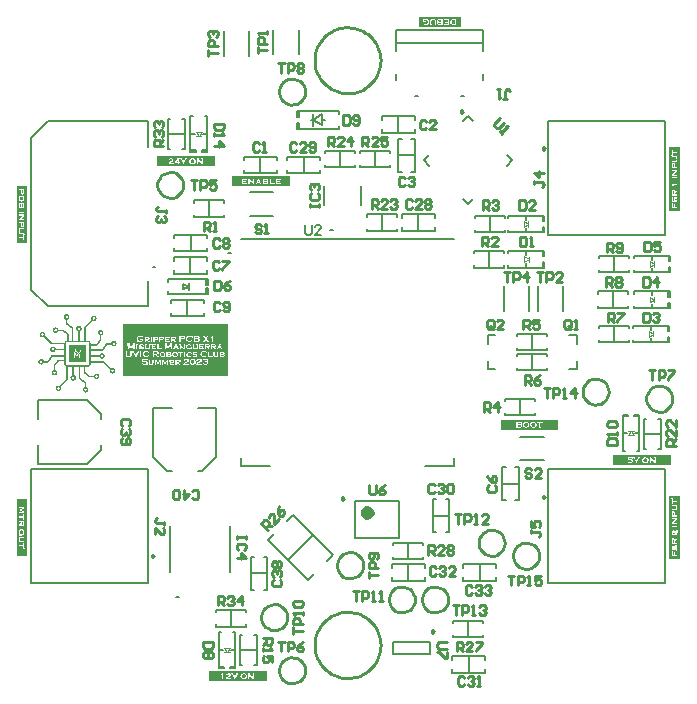
<source format=gto>
G04*
G04 #@! TF.GenerationSoftware,Altium Limited,Altium Designer,23.0.1 (38)*
G04*
G04 Layer_Color=65535*
%FSLAX25Y25*%
%MOIN*%
G70*
G04*
G04 #@! TF.SameCoordinates,07299077-2F5B-483E-86E5-57BC813F48C1*
G04*
G04*
G04 #@! TF.FilePolarity,Positive*
G04*
G01*
G75*
%ADD10C,0.00787*%
%ADD11C,0.01000*%
%ADD12C,0.00984*%
%ADD13C,0.00945*%
%ADD14C,0.02362*%
%ADD15C,0.00591*%
%ADD16C,0.00394*%
%ADD17C,0.00500*%
%ADD18R,0.00701X0.02000*%
%ADD19R,0.00787X0.01862*%
G36*
X17467Y95462D02*
X17596D01*
Y95437D01*
X17699D01*
X17699Y95411D01*
X17751D01*
X17751Y95385D01*
X17803D01*
X17803Y95359D01*
X17854D01*
Y95333D01*
X17880Y95333D01*
Y95307D01*
X17932D01*
Y95281D01*
X17957Y95281D01*
X17957Y95256D01*
X17983D01*
X17983Y95230D01*
X18009Y95230D01*
Y95204D01*
X18035Y95204D01*
X18035Y95178D01*
X18061D01*
X18061Y95152D01*
X18087D01*
X18087Y95126D01*
X18113Y95126D01*
Y95101D01*
X18138Y95101D01*
Y95049D01*
X18164D01*
Y94997D01*
X18190D01*
X18190Y94972D01*
X18216D01*
Y94894D01*
X18242D01*
Y94842D01*
X18268D01*
Y94739D01*
X18293D01*
X18293Y94377D01*
X18268D01*
Y94248D01*
X18242D01*
X18242Y94196D01*
X18216D01*
X18216Y94145D01*
X18190Y94145D01*
X18190Y94093D01*
X18164Y94093D01*
Y94067D01*
X18138Y94067D01*
Y94016D01*
X18113D01*
Y93990D01*
X18087D01*
Y93938D01*
X18061D01*
X18061Y93912D01*
X18035Y93912D01*
Y93887D01*
X18009Y93887D01*
X18009Y93861D01*
X17983D01*
X17983Y93835D01*
X17932D01*
X17932Y93809D01*
X17906D01*
Y93783D01*
X17854D01*
X17854Y93757D01*
X17828D01*
X17828Y93731D01*
X17777D01*
Y93706D01*
X17725Y93706D01*
Y93680D01*
X17648Y93680D01*
Y92440D01*
X17673D01*
X17673Y92414D01*
X17699Y92414D01*
Y92388D01*
X17751Y92388D01*
Y92362D01*
X17777Y92362D01*
Y92336D01*
X17803Y92337D01*
X17803Y92311D01*
X17854D01*
X17854Y92285D01*
X17880D01*
Y92259D01*
X17906Y92259D01*
Y92233D01*
X17957D01*
X17957Y92207D01*
X17983D01*
X17983Y92182D01*
X18009D01*
X18009Y92156D01*
X18061D01*
X18061Y92130D01*
X18087D01*
X18087Y92104D01*
X18113D01*
X18113Y92078D01*
X18164D01*
Y92052D01*
X18190D01*
Y92027D01*
X18242D01*
Y92001D01*
X18268D01*
Y91975D01*
X18293D01*
X18293Y91949D01*
X18345D01*
Y91923D01*
X18371Y91923D01*
Y91897D01*
X18397D01*
Y91872D01*
X18448D01*
Y91846D01*
X18474Y91846D01*
Y91820D01*
X18500Y91820D01*
Y91794D01*
X18552D01*
Y91768D01*
X18577D01*
Y91742D01*
X18603Y91742D01*
Y91717D01*
X18655Y91717D01*
X18655Y91691D01*
X18681Y91691D01*
Y91665D01*
X18707D01*
Y91639D01*
X18758D01*
X18758Y91613D01*
X18784D01*
X18784Y91587D01*
X18836D01*
Y91562D01*
X18862Y91562D01*
Y91536D01*
X18888Y91536D01*
X18888Y91510D01*
X18939D01*
X18939Y91484D01*
X18965D01*
Y91458D01*
X18991D01*
Y91432D01*
X19042D01*
X19042Y91407D01*
X19068Y91407D01*
Y91381D01*
X19094D01*
Y91355D01*
X19146D01*
Y91329D01*
X19172D01*
Y91303D01*
X19197Y91303D01*
Y91277D01*
X19249Y91277D01*
X19249Y91252D01*
X19275D01*
Y91226D01*
X19301D01*
X19301Y91200D01*
X19353D01*
Y91174D01*
X19378Y91174D01*
X19378Y91148D01*
X19430D01*
Y91122D01*
X19456Y91122D01*
Y91097D01*
X19508D01*
X19508Y91071D01*
X19533D01*
X19533Y91045D01*
X19559Y91045D01*
Y91019D01*
X19585Y91019D01*
Y90993D01*
X19611D01*
Y90967D01*
X19637D01*
X19637Y86757D01*
X19662Y86757D01*
Y86705D01*
X21187D01*
X21187Y86731D01*
X21212D01*
Y89753D01*
X21187D01*
X21187Y89779D01*
X21109D01*
Y89805D01*
X21057D01*
X21057Y89831D01*
X21006D01*
X21006Y89857D01*
X20954D01*
Y89882D01*
X20928D01*
Y89908D01*
X20902D01*
Y89934D01*
X20877D01*
Y89960D01*
X20851Y89960D01*
Y89986D01*
X20825D01*
X20825Y90012D01*
X20799D01*
Y90038D01*
X20773D01*
Y90063D01*
X20747D01*
Y90089D01*
X20722Y90089D01*
Y90141D01*
X20696D01*
X20696Y90167D01*
X20670D01*
Y90218D01*
X20644Y90218D01*
Y90270D01*
X20618D01*
Y90347D01*
X20592D01*
Y90451D01*
X20567Y90451D01*
Y90838D01*
X20592Y90838D01*
X20592Y90916D01*
X20618Y90916D01*
X20618Y90993D01*
X20644D01*
Y91045D01*
X20670Y91045D01*
Y91097D01*
X20696Y91097D01*
Y91148D01*
X20722D01*
Y91174D01*
X20747Y91174D01*
Y91200D01*
X20773Y91200D01*
Y91252D01*
X20799D01*
Y91277D01*
X20825Y91277D01*
Y91303D01*
X20851Y91303D01*
Y91329D01*
X20877Y91329D01*
Y91355D01*
X20928D01*
Y91381D01*
X20954D01*
Y91407D01*
X20980Y91407D01*
Y91432D01*
X21032D01*
Y91458D01*
X21083D01*
Y91484D01*
X21135D01*
X21135Y91510D01*
X21212D01*
Y91536D01*
X21342D01*
Y91562D01*
X21652Y91562D01*
Y91536D01*
X21755D01*
X21755Y91510D01*
X21858D01*
X21858Y91484D01*
X21884D01*
X21884Y91458D01*
X21962D01*
Y91432D01*
X21987D01*
X21987Y91407D01*
X22039Y91407D01*
Y91381D01*
X22065D01*
Y91355D01*
X22091D01*
Y91329D01*
X22117Y91329D01*
X22117Y91303D01*
X22142D01*
X22142Y91277D01*
X22168Y91277D01*
Y91252D01*
X22194D01*
X22194Y91226D01*
X22220D01*
Y91200D01*
X22246Y91200D01*
X22246Y91148D01*
X22272Y91148D01*
Y91122D01*
X22297D01*
X22297Y91071D01*
X22323Y91071D01*
Y91019D01*
X22349Y91019D01*
Y90967D01*
X22375D01*
Y90890D01*
X22401D01*
X22401Y90787D01*
X22427Y90787D01*
Y90477D01*
X22401D01*
Y90399D01*
X22375D01*
Y90322D01*
X22349D01*
X22349Y90244D01*
X22323D01*
Y90218D01*
X22297Y90218D01*
Y90167D01*
X22272D01*
Y90115D01*
X22246D01*
X22246Y90089D01*
X22220D01*
Y90038D01*
X22194D01*
Y90012D01*
X22168Y90012D01*
Y89986D01*
X22142Y89986D01*
Y89960D01*
X22117Y89960D01*
X22117Y89934D01*
X22091D01*
Y89908D01*
X22039Y89908D01*
X22039Y89882D01*
X22013D01*
X22013Y89857D01*
X21962Y89857D01*
Y89831D01*
X21910D01*
X21910Y89805D01*
X21884D01*
Y89779D01*
X21807D01*
Y89753D01*
X21781Y89753D01*
Y89727D01*
X21755D01*
X21755Y86731D01*
X21781Y86731D01*
X21781Y86705D01*
X23176D01*
X23176Y86757D01*
X23201D01*
X23201Y91252D01*
X23227D01*
X23227Y91277D01*
X23253D01*
Y91303D01*
X23279Y91303D01*
Y91329D01*
X23305D01*
Y91355D01*
X23331D01*
X23331Y91381D01*
X23357D01*
Y91407D01*
X23382Y91407D01*
Y91432D01*
X23408Y91432D01*
Y91458D01*
X23434D01*
X23434Y91484D01*
X23460D01*
Y91510D01*
X23486D01*
Y91536D01*
X23512Y91536D01*
Y91562D01*
X23537D01*
Y91587D01*
X23563D01*
Y91613D01*
X23589D01*
Y91639D01*
X23615D01*
Y91665D01*
X23641D01*
Y91691D01*
X23666D01*
Y91717D01*
X23692D01*
Y91742D01*
X23718D01*
Y91768D01*
X23744D01*
Y91794D01*
X23770D01*
X23770Y91820D01*
X23796D01*
Y91846D01*
X23821D01*
Y91872D01*
X23847Y91872D01*
Y91897D01*
X23873D01*
Y91923D01*
X23899Y91923D01*
X23899Y91949D01*
X23925D01*
Y91975D01*
X23951D01*
X23951Y92001D01*
X23977D01*
Y92027D01*
X24002D01*
Y92052D01*
X24028Y92052D01*
Y92078D01*
X24054D01*
X24054Y92104D01*
X24080D01*
Y92130D01*
X24106D01*
Y92156D01*
X24132D01*
Y92182D01*
X24157D01*
Y92207D01*
X24183D01*
Y92233D01*
X24209D01*
Y92259D01*
X24235D01*
Y92285D01*
X24261Y92285D01*
Y92311D01*
X24286D01*
X24286Y92337D01*
X24312D01*
Y92362D01*
X24338D01*
Y92388D01*
X24364Y92388D01*
Y92414D01*
X24390D01*
Y92440D01*
X24416D01*
X24416Y92466D01*
X24442D01*
Y92492D01*
X24467Y92492D01*
Y92517D01*
X24493Y92517D01*
X24493Y92543D01*
X24519D01*
X24519Y92569D01*
X24545D01*
X24545Y92595D01*
X24571D01*
Y92621D01*
X24597Y92621D01*
Y92647D01*
X24622Y92646D01*
Y92672D01*
X24648D01*
X24648Y92698D01*
X24674D01*
Y92724D01*
X24700Y92724D01*
Y92750D01*
X24726Y92750D01*
Y92776D01*
X24751Y92776D01*
X24751Y92801D01*
X24777D01*
X24777Y92827D01*
X24803D01*
Y92853D01*
X24829Y92853D01*
Y92879D01*
X24855D01*
Y92905D01*
X24881D01*
X24881Y92931D01*
X24906D01*
Y92957D01*
X24932Y92957D01*
Y92982D01*
X24958D01*
Y93008D01*
X24984D01*
X24984Y93034D01*
X25010D01*
Y93060D01*
X25036D01*
Y93086D01*
X25062D01*
Y93111D01*
X25087D01*
Y93137D01*
X25113D01*
Y93163D01*
X25139D01*
Y93189D01*
X25165Y93189D01*
Y93215D01*
X25191D01*
Y93241D01*
X25216D01*
X25216Y93266D01*
X25242D01*
Y93292D01*
X25268D01*
X25268Y93318D01*
X25294Y93318D01*
Y93344D01*
X25320D01*
Y93370D01*
X25346Y93370D01*
Y93396D01*
X25372D01*
X25372Y93422D01*
X25397Y93422D01*
Y93447D01*
X25423D01*
Y93473D01*
X25449D01*
Y93499D01*
X25475D01*
Y93525D01*
X25501D01*
X25501Y93551D01*
X25526D01*
Y93577D01*
X25552D01*
Y93602D01*
X25578D01*
Y93628D01*
X25604D01*
Y93706D01*
X25578Y93706D01*
X25578Y93757D01*
X25552D01*
Y93809D01*
X25526Y93809D01*
Y93912D01*
X25501Y93912D01*
Y94093D01*
X25475D01*
Y94145D01*
X25501Y94145D01*
Y94326D01*
X25526Y94326D01*
Y94429D01*
X25552Y94429D01*
X25552Y94481D01*
X25578D01*
Y94532D01*
X25604D01*
Y94584D01*
X25630D01*
Y94636D01*
X25656D01*
Y94661D01*
X25681D01*
Y94687D01*
X25707Y94687D01*
Y94739D01*
X25733D01*
Y94765D01*
X25759D01*
Y94791D01*
X25785Y94791D01*
Y94816D01*
X25836Y94816D01*
X25837Y94842D01*
X25862D01*
Y94868D01*
X25888D01*
Y94894D01*
X25914D01*
Y94920D01*
X25991D01*
Y94946D01*
X26017D01*
Y94972D01*
X26069Y94972D01*
X26069Y94997D01*
X26146D01*
Y95023D01*
X26250D01*
Y95049D01*
X26586D01*
Y95023D01*
X26689D01*
Y94997D01*
X26766D01*
Y94972D01*
X26818D01*
X26818Y94946D01*
X26870D01*
Y94920D01*
X26921Y94920D01*
Y94894D01*
X26947D01*
Y94868D01*
X26999D01*
Y94842D01*
X27025D01*
X27025Y94816D01*
X27051Y94816D01*
Y94791D01*
X27076Y94791D01*
Y94765D01*
X27102D01*
Y94739D01*
X27128D01*
X27128Y94713D01*
X27154Y94713D01*
X27154Y94661D01*
X27180D01*
Y94636D01*
X27206D01*
Y94584D01*
X27231Y94584D01*
Y94558D01*
X27257D01*
X27257Y94481D01*
X27283D01*
X27283Y94455D01*
X27309Y94455D01*
Y94352D01*
X27335Y94352D01*
X27335Y94248D01*
X27361D01*
X27361Y93990D01*
X27335D01*
Y93887D01*
X27309D01*
Y93783D01*
X27283D01*
Y93731D01*
X27257D01*
X27257Y93680D01*
X27231D01*
Y93628D01*
X27206D01*
Y93602D01*
X27180D01*
Y93551D01*
X27154D01*
X27154Y93525D01*
X27128D01*
Y93499D01*
X27102D01*
Y93473D01*
X27076D01*
Y93447D01*
X27051D01*
Y93422D01*
X27025D01*
Y93396D01*
X26999D01*
Y93370D01*
X26947D01*
Y93344D01*
X26921D01*
X26921Y93318D01*
X26870D01*
Y93292D01*
X26844D01*
Y93266D01*
X26766Y93266D01*
X26766Y93241D01*
X26715D01*
Y93215D01*
X26611D01*
Y93189D01*
X26224D01*
Y93215D01*
X26146D01*
Y93241D01*
X26095D01*
X26095Y93266D01*
X25991Y93266D01*
Y93241D01*
X25966Y93241D01*
Y93215D01*
X25940D01*
Y93189D01*
X25914D01*
X25914Y93163D01*
X25888D01*
Y93137D01*
X25862Y93137D01*
Y93111D01*
X25837Y93111D01*
Y93086D01*
X25811D01*
X25811Y93060D01*
X25785D01*
Y93034D01*
X25759Y93034D01*
Y93008D01*
X25733Y93008D01*
Y92982D01*
X25707D01*
X25707Y92957D01*
X25681Y92957D01*
X25681Y92931D01*
X25656D01*
Y92905D01*
X25630Y92905D01*
Y92879D01*
X25604D01*
Y92853D01*
X25578D01*
X25578Y92827D01*
X25552D01*
X25552Y92801D01*
X25526D01*
Y92776D01*
X25501D01*
X25501Y92750D01*
X25475D01*
Y92724D01*
X25449D01*
X25449Y92698D01*
X25423D01*
Y92672D01*
X25397D01*
X25397Y92647D01*
X25372D01*
X25372Y92621D01*
X25346D01*
X25346Y92595D01*
X25320Y92595D01*
Y92569D01*
X25294D01*
X25294Y92543D01*
X25268D01*
X25268Y92517D01*
X25242D01*
X25242Y92492D01*
X25216D01*
Y92466D01*
X25191Y92466D01*
Y92440D01*
X25165D01*
X25165Y92414D01*
X25139D01*
X25139Y92388D01*
X25113D01*
Y92362D01*
X25087Y92362D01*
Y92337D01*
X25062Y92336D01*
Y92311D01*
X25036D01*
X25036Y92285D01*
X25010D01*
X25010Y92259D01*
X24984D01*
Y92233D01*
X24958Y92233D01*
Y92207D01*
X24932Y92207D01*
Y92182D01*
X24906D01*
X24906Y92156D01*
X24881D01*
Y92130D01*
X24829D01*
Y92078D01*
X24803Y92078D01*
Y92052D01*
X24777D01*
Y92027D01*
X24751D01*
Y92001D01*
X24726Y92001D01*
Y91975D01*
X24700Y91975D01*
Y91949D01*
X24674D01*
Y91923D01*
X24648Y91923D01*
Y91897D01*
X24622D01*
Y91872D01*
X24597Y91872D01*
Y91846D01*
X24571D01*
Y91820D01*
X24545Y91820D01*
Y91794D01*
X24519D01*
Y91768D01*
X24493D01*
Y91742D01*
X24467D01*
Y91717D01*
X24442Y91717D01*
Y91691D01*
X24416Y91691D01*
Y91665D01*
X24390D01*
Y91639D01*
X24364D01*
X24364Y91613D01*
X24338D01*
Y91587D01*
X24312Y91587D01*
Y91562D01*
X24286Y91562D01*
Y91536D01*
X24261D01*
X24261Y91510D01*
X24209D01*
X24209Y91458D01*
X24157Y91458D01*
X24157Y91407D01*
X24132Y91407D01*
X24132Y91381D01*
X24106D01*
X24106Y91355D01*
X24080D01*
Y91329D01*
X24054D01*
X24054Y91303D01*
X24028D01*
X24028Y91277D01*
X24002Y91277D01*
X24002Y91252D01*
X23977D01*
Y91226D01*
X23951D01*
X23951Y91200D01*
X23925D01*
Y91174D01*
X23899D01*
X23899Y91148D01*
X23847D01*
Y91097D01*
X23821D01*
X23821Y91071D01*
X23796D01*
Y91045D01*
X23770D01*
Y91019D01*
X23744Y91019D01*
Y86731D01*
X23770D01*
Y86705D01*
X24622D01*
X24622Y86679D01*
X24726D01*
X24726Y86653D01*
X24803D01*
Y86628D01*
X24855D01*
Y86602D01*
X24906Y86602D01*
X24906Y86576D01*
X24958Y86576D01*
Y86550D01*
X24984D01*
X24984Y86524D01*
X25010D01*
Y86498D01*
X25062D01*
Y86473D01*
X25087Y86473D01*
Y86447D01*
X25113Y86447D01*
X25113Y86421D01*
X25139D01*
Y86369D01*
X25165Y86369D01*
Y86343D01*
X25191Y86343D01*
Y86318D01*
X25216D01*
X25216Y86266D01*
X25242D01*
X25242Y86240D01*
X25268D01*
Y86163D01*
X25294D01*
Y86111D01*
X25320D01*
Y86033D01*
X25346D01*
Y85878D01*
X25372D01*
Y85543D01*
X25397Y85543D01*
Y85517D01*
X27231D01*
X27231Y85543D01*
X27257D01*
X27257Y85568D01*
X27283D01*
Y85594D01*
X27309Y85594D01*
Y85620D01*
X27335Y85620D01*
Y85646D01*
X27361D01*
Y85698D01*
X27386D01*
Y85723D01*
X27412D01*
X27412Y85749D01*
X27438D01*
Y85775D01*
X27464Y85775D01*
Y85827D01*
X27490D01*
X27490Y85853D01*
X27516D01*
X27516Y85878D01*
X27541D01*
X27541Y85904D01*
X27567D01*
Y85956D01*
X27593D01*
Y85982D01*
X27619D01*
X27619Y86008D01*
X27645D01*
Y86033D01*
X27671D01*
Y86059D01*
X27696D01*
Y86111D01*
X27722D01*
Y86137D01*
X27748Y86137D01*
Y86163D01*
X27774D01*
Y86188D01*
X27800D01*
Y86240D01*
X27825Y86240D01*
Y86266D01*
X27851Y86266D01*
Y86292D01*
X27877D01*
Y86318D01*
X27903D01*
X27903Y86343D01*
X27929D01*
Y86395D01*
X27955Y86395D01*
Y86421D01*
X27981D01*
Y86447D01*
X28006D01*
X28006Y86498D01*
X28032Y86498D01*
Y86524D01*
X28058D01*
Y86550D01*
X28084D01*
Y86576D01*
X28110D01*
Y86628D01*
X28135Y86628D01*
X28136Y86653D01*
X28161D01*
X28161Y86679D01*
X28187D01*
Y86705D01*
X28213D01*
Y86731D01*
X28239D01*
X28239Y86783D01*
X28265D01*
X28265Y86808D01*
X28291D01*
Y86834D01*
X28316D01*
X28316Y86860D01*
X28342Y86860D01*
X28342Y86886D01*
X28368Y86886D01*
Y86938D01*
X28394D01*
Y86963D01*
X28420D01*
X28420Y87015D01*
X28446Y87015D01*
X28446Y88410D01*
X28420Y88410D01*
Y88436D01*
X28394Y88436D01*
Y88462D01*
X28342Y88462D01*
Y88487D01*
X28291D01*
X28291Y88513D01*
X28239D01*
Y88539D01*
X28187Y88539D01*
X28187Y88565D01*
X28161Y88565D01*
Y88591D01*
X28135D01*
Y88617D01*
X28084D01*
X28084Y88643D01*
X28058D01*
Y88668D01*
X28032Y88668D01*
Y88694D01*
X28006D01*
Y88746D01*
X27981D01*
Y88772D01*
X27955Y88772D01*
Y88797D01*
X27929D01*
Y88849D01*
X27903D01*
Y88875D01*
X27877D01*
Y88952D01*
X27851D01*
X27851Y88978D01*
X27825D01*
Y89082D01*
X27800D01*
Y89185D01*
X27774D01*
Y89469D01*
X27800Y89469D01*
Y89573D01*
X27825Y89573D01*
Y89650D01*
X27851Y89650D01*
Y89702D01*
X27877D01*
Y89779D01*
X27903D01*
X27903Y89805D01*
X27929D01*
X27929Y89857D01*
X27955Y89857D01*
Y89882D01*
X27981D01*
Y89908D01*
X28006D01*
Y89934D01*
X28032D01*
Y89960D01*
X28058Y89960D01*
Y90012D01*
X28110Y90012D01*
Y90038D01*
X28135D01*
Y90063D01*
X28161D01*
Y90089D01*
X28213D01*
X28213Y90115D01*
X28239Y90115D01*
X28239Y90141D01*
X28291Y90141D01*
Y90167D01*
X28342D01*
X28342Y90193D01*
X28420D01*
X28420Y90218D01*
X28523Y90218D01*
X28523Y90244D01*
X28910Y90244D01*
Y90218D01*
X29014Y90218D01*
Y90193D01*
X29065D01*
X29065Y90167D01*
X29117D01*
Y90141D01*
X29169D01*
Y90115D01*
X29221D01*
Y90089D01*
X29246Y90089D01*
Y90063D01*
X29298D01*
Y90038D01*
X29324D01*
Y90012D01*
X29350Y90012D01*
Y89986D01*
X29375Y89986D01*
Y89960D01*
X29401Y89960D01*
X29401Y89934D01*
X29427D01*
X29427Y89882D01*
X29453D01*
Y89857D01*
X29479Y89857D01*
Y89831D01*
X29505D01*
Y89779D01*
X29531Y89779D01*
Y89727D01*
X29556D01*
X29556Y89676D01*
X29582D01*
Y89624D01*
X29608Y89624D01*
Y89495D01*
X29634D01*
Y89133D01*
X29608D01*
Y89030D01*
X29582D01*
Y88978D01*
X29556D01*
Y88901D01*
X29531D01*
Y88849D01*
X29505D01*
X29505Y88823D01*
X29479D01*
Y88772D01*
X29453Y88772D01*
Y88746D01*
X29427D01*
Y88720D01*
X29401D01*
X29401Y88694D01*
X29375D01*
Y88668D01*
X29350Y88668D01*
Y88643D01*
X29324D01*
Y88617D01*
X29298D01*
Y88591D01*
X29272D01*
Y88565D01*
X29221D01*
Y88539D01*
X29169Y88539D01*
X29169Y88513D01*
X29143D01*
Y88487D01*
X29065D01*
X29065Y88462D01*
X29014Y88462D01*
Y88436D01*
X28988Y88436D01*
X28988Y86808D01*
X28962D01*
X28962Y86757D01*
X28936Y86757D01*
Y86731D01*
X28910Y86731D01*
Y86705D01*
X28885Y86705D01*
Y86679D01*
X28859D01*
Y86653D01*
X28833Y86653D01*
Y86628D01*
X28807Y86628D01*
X28807Y86576D01*
X28781D01*
X28781Y86550D01*
X28756D01*
Y86524D01*
X28730D01*
Y86473D01*
X28704D01*
X28704Y86447D01*
X28678D01*
X28678Y86421D01*
X28652D01*
Y86395D01*
X28626D01*
Y86343D01*
X28600D01*
X28600Y86318D01*
X28575Y86318D01*
Y86292D01*
X28549D01*
Y86266D01*
X28523D01*
Y86240D01*
X28497D01*
Y86188D01*
X28471D01*
Y86163D01*
X28446D01*
Y86137D01*
X28420D01*
Y86111D01*
X28394Y86111D01*
Y86059D01*
X28368Y86059D01*
Y86033D01*
X28342D01*
X28342Y86008D01*
X28316D01*
X28316Y85982D01*
X28291D01*
Y85930D01*
X28265D01*
Y85904D01*
X28239Y85904D01*
Y85878D01*
X28213D01*
X28213Y85853D01*
X28187D01*
X28187Y85801D01*
X28161Y85801D01*
Y85775D01*
X28135D01*
Y85749D01*
X28110D01*
Y85723D01*
X28084D01*
Y85698D01*
X28058Y85698D01*
Y85646D01*
X28032D01*
Y85620D01*
X28006D01*
Y85594D01*
X27981D01*
Y85568D01*
X27955D01*
Y85517D01*
X27929D01*
X27929Y85491D01*
X27903D01*
X27903Y85465D01*
X27877D01*
X27877Y85439D01*
X27851D01*
X27851Y85388D01*
X27825Y85388D01*
Y85362D01*
X27800D01*
X27800Y85336D01*
X27774D01*
X27774Y85310D01*
X27748D01*
X27748Y85259D01*
X27722D01*
X27722Y85233D01*
X27696D01*
Y85207D01*
X27671Y85207D01*
Y85181D01*
X27645D01*
X27645Y85155D01*
X27619D01*
Y85103D01*
X27593D01*
Y85078D01*
X27567Y85078D01*
Y85052D01*
X27541Y85052D01*
Y85026D01*
X27516D01*
X27516Y85000D01*
X27464D01*
Y84974D01*
X25475D01*
Y85000D01*
X25423D01*
Y84974D01*
X25372D01*
Y83967D01*
X25397D01*
X25397Y83941D01*
X29246D01*
Y83967D01*
X29298Y83967D01*
X29298Y84018D01*
X29324D01*
X29324Y84044D01*
X29350D01*
X29350Y84070D01*
X29375D01*
Y84122D01*
X29401Y84122D01*
X29401Y84148D01*
X29427Y84148D01*
X29427Y84199D01*
X29453D01*
Y84225D01*
X29479Y84225D01*
Y84251D01*
X29505Y84251D01*
X29505Y84277D01*
X29531Y84277D01*
X29531Y84329D01*
X29556D01*
Y84354D01*
X29582Y84354D01*
Y84380D01*
X29608Y84380D01*
X29608Y84432D01*
X29634D01*
X29634Y84458D01*
X29660D01*
Y84509D01*
X29686D01*
Y84535D01*
X29711Y84535D01*
Y84561D01*
X29737D01*
X29737Y84613D01*
X29763D01*
Y84639D01*
X29789D01*
Y84690D01*
X29815Y84690D01*
Y84716D01*
X29840D01*
Y84742D01*
X29866D01*
Y84794D01*
X29892D01*
X29892Y84819D01*
X29918D01*
Y84845D01*
X29944D01*
Y84897D01*
X29970Y84897D01*
Y84923D01*
X29996D01*
Y84948D01*
X30021Y84948D01*
Y85000D01*
X30047Y85000D01*
Y85026D01*
X30073D01*
Y85052D01*
X30099D01*
Y85103D01*
X30125D01*
X30125Y85129D01*
X30150D01*
Y85181D01*
X30176D01*
Y85207D01*
X30202Y85207D01*
Y85233D01*
X30228D01*
Y85284D01*
X30254Y85284D01*
Y85310D01*
X30280Y85310D01*
Y85336D01*
X30305Y85336D01*
Y85388D01*
X30331Y85388D01*
Y85413D01*
X30357Y85413D01*
Y85465D01*
X30383Y85465D01*
Y85491D01*
X30409D01*
X30409Y85517D01*
X30435D01*
Y85568D01*
X30461Y85568D01*
Y85594D01*
X30486Y85594D01*
Y85620D01*
X30512D01*
X30512Y85646D01*
X30538D01*
Y85698D01*
X30564Y85698D01*
Y85723D01*
X30590D01*
Y85775D01*
X30615D01*
X30615Y85801D01*
X30641D01*
Y85827D01*
X30667D01*
Y85878D01*
X30693D01*
Y85904D01*
X30719Y85904D01*
Y85930D01*
X30745D01*
Y85956D01*
X32217D01*
Y85982D01*
X32243D01*
Y86033D01*
X32269D01*
X32269Y86085D01*
X32295D01*
X32295Y86137D01*
X32320D01*
Y86188D01*
X32346D01*
Y86214D01*
X32372D01*
Y86240D01*
X32398D01*
Y86292D01*
X32424D01*
Y86318D01*
X32450D01*
Y86343D01*
X32475D01*
Y86369D01*
X32527D01*
Y86395D01*
X32553Y86395D01*
Y86421D01*
X32579D01*
Y86447D01*
X32630D01*
Y86473D01*
X32656D01*
Y86498D01*
X32708D01*
Y86524D01*
X32760D01*
Y86550D01*
X32837D01*
Y86576D01*
X32915D01*
Y86602D01*
X33302Y86602D01*
Y86576D01*
X33405D01*
X33405Y86550D01*
X33483D01*
X33483Y86524D01*
X33509D01*
Y86498D01*
X33586Y86498D01*
Y86473D01*
X33612D01*
X33612Y86447D01*
X33664D01*
X33664Y86421D01*
X33689D01*
Y86395D01*
X33715Y86395D01*
Y86369D01*
X33741D01*
X33741Y86343D01*
X33767D01*
X33767Y86318D01*
X33793Y86318D01*
Y86292D01*
X33819D01*
Y86266D01*
X33845D01*
Y86240D01*
X33870D01*
X33870Y86188D01*
X33896D01*
Y86163D01*
X33922D01*
X33922Y86111D01*
X33948D01*
Y86059D01*
X33974D01*
Y86008D01*
X33999D01*
Y85904D01*
X34025Y85904D01*
Y85775D01*
X34051D01*
Y85568D01*
X34025Y85568D01*
Y85439D01*
X33999Y85439D01*
Y85362D01*
X33974Y85362D01*
Y85310D01*
X33948D01*
Y85233D01*
X33922Y85233D01*
Y85207D01*
X33896Y85207D01*
Y85155D01*
X33870D01*
X33870Y85129D01*
X33845D01*
Y85078D01*
X33819D01*
Y85052D01*
X33793D01*
Y85026D01*
X33767D01*
Y85000D01*
X33741D01*
Y84974D01*
X33715D01*
Y84948D01*
X33664Y84948D01*
Y84923D01*
X33638D01*
X33638Y84897D01*
X33586D01*
Y84871D01*
X33560D01*
Y84845D01*
X33509D01*
Y84819D01*
X33431D01*
Y84794D01*
X33380D01*
X33380Y84768D01*
X33250D01*
X33250Y84742D01*
X32992D01*
X32992Y84768D01*
X32837Y84768D01*
Y84794D01*
X32785D01*
X32785Y84819D01*
X32708D01*
Y84845D01*
X32682D01*
Y84871D01*
X32630Y84871D01*
X32630Y84897D01*
X32579Y84897D01*
Y84923D01*
X32553D01*
X32553Y84948D01*
X32527D01*
Y84974D01*
X32501D01*
Y85000D01*
X32475Y85000D01*
Y85026D01*
X32450D01*
X32450Y85052D01*
X32424D01*
X32424Y85078D01*
X32398D01*
Y85103D01*
X32372D01*
Y85129D01*
X32346D01*
X32346Y85181D01*
X32320Y85181D01*
Y85207D01*
X32295D01*
Y85259D01*
X32269D01*
X32269Y85336D01*
X32243Y85336D01*
Y85388D01*
X32165D01*
Y85413D01*
X32114D01*
Y85388D01*
X31106D01*
Y85413D01*
X31055Y85413D01*
X31055Y85388D01*
X30977D01*
Y85336D01*
X30951D01*
X30951Y85310D01*
X30926Y85310D01*
X30926Y85259D01*
X30900D01*
X30900Y85233D01*
X30874D01*
X30874Y85207D01*
X30848D01*
Y85155D01*
X30822Y85155D01*
Y85129D01*
X30796D01*
X30796Y85103D01*
X30770D01*
Y85052D01*
X30745D01*
X30745Y85026D01*
X30719D01*
X30719Y85000D01*
X30693D01*
Y84948D01*
X30667Y84948D01*
Y84923D01*
X30641Y84923D01*
Y84897D01*
X30615D01*
X30615Y84845D01*
X30590D01*
Y84819D01*
X30564Y84819D01*
Y84768D01*
X30538D01*
Y84742D01*
X30512D01*
Y84716D01*
X30486D01*
Y84664D01*
X30461D01*
Y84639D01*
X30435D01*
Y84613D01*
X30409D01*
X30409Y84561D01*
X30383D01*
X30383Y84535D01*
X30357D01*
X30357Y84509D01*
X30331D01*
Y84458D01*
X30305D01*
X30305Y84432D01*
X30280D01*
X30280Y84380D01*
X30254D01*
X30254Y84354D01*
X30228D01*
X30228Y84329D01*
X30202D01*
Y84277D01*
X30176Y84277D01*
Y84251D01*
X30150Y84251D01*
X30150Y84225D01*
X30125D01*
X30125Y84199D01*
X30099D01*
X30099Y84148D01*
X30073Y84148D01*
Y84122D01*
X30047Y84122D01*
Y84070D01*
X30021D01*
X30021Y84044D01*
X29996D01*
X29996Y84018D01*
X29970Y84018D01*
Y83967D01*
X29944D01*
Y83941D01*
X29918D01*
Y83889D01*
X29892D01*
Y83864D01*
X29866D01*
Y83838D01*
X29840D01*
Y83786D01*
X29815Y83786D01*
Y83760D01*
X29789D01*
Y83734D01*
X29763D01*
Y83683D01*
X29737D01*
Y83657D01*
X29711D01*
Y83631D01*
X29686D01*
Y83579D01*
X29660D01*
Y83553D01*
X29634D01*
Y83528D01*
X29608D01*
Y83476D01*
X29582D01*
Y83450D01*
X29556D01*
Y83424D01*
X29531D01*
Y83398D01*
X25397D01*
Y83373D01*
X25372Y83373D01*
Y81849D01*
X25397D01*
Y81823D01*
X28291D01*
X28291Y81849D01*
X28316D01*
Y81874D01*
X28342Y81874D01*
Y81926D01*
X28368D01*
Y82003D01*
X28394Y82004D01*
Y82029D01*
X28420Y82029D01*
Y82081D01*
X28446D01*
Y82107D01*
X28471D01*
Y82133D01*
X28497D01*
Y82184D01*
X28523D01*
Y82210D01*
X28549D01*
Y82236D01*
X28600D01*
X28600Y82262D01*
X28626D01*
Y82288D01*
X28652D01*
Y82314D01*
X28678Y82314D01*
Y82339D01*
X28730D01*
Y82365D01*
X28756Y82365D01*
Y82391D01*
X28833D01*
X28833Y82417D01*
X28885D01*
Y82443D01*
X28988Y82443D01*
Y82468D01*
X29169D01*
X29169Y82494D01*
X29246D01*
X29246Y82468D01*
X29427D01*
Y82443D01*
X29505D01*
Y82417D01*
X29582D01*
X29582Y82391D01*
X29634D01*
Y82365D01*
X29686Y82365D01*
Y82339D01*
X29711D01*
Y82314D01*
X29737D01*
Y82288D01*
X29789D01*
Y82262D01*
X29815D01*
Y82236D01*
X29840D01*
Y82210D01*
X29866D01*
Y82184D01*
X29892D01*
Y82159D01*
X29918D01*
Y82133D01*
X29944Y82133D01*
Y82081D01*
X29970D01*
Y82055D01*
X29996D01*
Y82004D01*
X30021D01*
X30021Y81952D01*
X30047D01*
Y81900D01*
X30073Y81900D01*
Y81849D01*
X30099D01*
X30099Y81694D01*
X30125D01*
X30125Y81409D01*
X30099D01*
Y81280D01*
X30073Y81280D01*
Y81229D01*
X30047D01*
X30047Y81151D01*
X30021Y81151D01*
X30021Y81099D01*
X29996D01*
Y81048D01*
X29970Y81048D01*
Y81022D01*
X29944Y81022D01*
Y80996D01*
X29918D01*
Y80944D01*
X29892D01*
Y80919D01*
X29866Y80919D01*
Y80893D01*
X29840D01*
Y80867D01*
X29815D01*
Y80841D01*
X29789D01*
Y80815D01*
X29737D01*
Y80789D01*
X29711D01*
Y80764D01*
X29660D01*
Y80738D01*
X29608D01*
Y80712D01*
X29556D01*
X29556Y80686D01*
X29505Y80686D01*
Y80660D01*
X29401D01*
Y80634D01*
X29272Y80634D01*
Y80609D01*
X29143D01*
Y80634D01*
X28988Y80634D01*
Y80660D01*
X28910D01*
Y80686D01*
X28833Y80686D01*
X28833Y80712D01*
X28781D01*
Y80738D01*
X28730Y80738D01*
Y80764D01*
X28704D01*
Y80789D01*
X28652D01*
Y80815D01*
X28626D01*
Y80841D01*
X28600D01*
X28600Y80867D01*
X28549D01*
Y80919D01*
X28523Y80919D01*
Y80944D01*
X28497D01*
Y80970D01*
X28471D01*
Y80996D01*
X28446D01*
Y81022D01*
X28420Y81022D01*
Y81074D01*
X28394D01*
Y81125D01*
X28368Y81125D01*
Y81177D01*
X28342D01*
X28342Y81229D01*
X28316Y81229D01*
X28316Y81254D01*
X28291Y81254D01*
Y81280D01*
X25397Y81280D01*
X25397Y81254D01*
X25372D01*
X25372Y79860D01*
X25423D01*
Y79834D01*
X25475Y79834D01*
Y79860D01*
X29660D01*
Y79834D01*
X29686D01*
X29686Y79860D01*
X29763Y79859D01*
Y79834D01*
X29815Y79834D01*
Y79808D01*
X29866D01*
Y79756D01*
X29918D01*
Y79704D01*
X29970D01*
Y79679D01*
X29996D01*
Y79627D01*
X30047D01*
Y79575D01*
X30073D01*
Y79549D01*
X30099D01*
Y79524D01*
X30125D01*
X30125Y79498D01*
X30176D01*
Y79446D01*
X30228D01*
Y79395D01*
X30280D01*
Y79369D01*
X30305D01*
Y79317D01*
X30331Y79317D01*
Y79291D01*
X30357Y79291D01*
Y79265D01*
X30383Y79265D01*
X30383Y79239D01*
X30409D01*
X30409Y79214D01*
X30435Y79214D01*
Y79188D01*
X30486D01*
Y79136D01*
X30538D01*
Y79110D01*
X30564D01*
Y79084D01*
X30590Y79084D01*
Y79059D01*
X30615D01*
Y79007D01*
X30667D01*
Y78955D01*
X30693D01*
Y78930D01*
X30719D01*
X30719Y78904D01*
X30745D01*
Y78878D01*
X30796D01*
Y78826D01*
X30848D01*
Y78774D01*
X30900D01*
Y78749D01*
X30926Y78749D01*
Y78697D01*
X30977D01*
Y78645D01*
X31003D01*
X31003Y78619D01*
X31029Y78619D01*
Y78594D01*
X31055D01*
X31055Y78568D01*
X31106D01*
Y78516D01*
X31158D01*
Y78465D01*
X31210D01*
Y78439D01*
X31235D01*
Y78387D01*
X31287D01*
Y78335D01*
X31313D01*
Y78310D01*
X31339D01*
X31339Y78284D01*
X31365Y78284D01*
Y78258D01*
X31416D01*
Y78206D01*
X31468D01*
Y78154D01*
X31520D01*
Y78129D01*
X31545D01*
Y78077D01*
X31597D01*
X31597Y78025D01*
X31623D01*
Y78000D01*
X31649Y78000D01*
Y77974D01*
X31675D01*
X31675Y77948D01*
X31726D01*
Y77896D01*
X31778D01*
Y77870D01*
X31804Y77870D01*
X31804Y77845D01*
X31830D01*
X31830Y77819D01*
X31855Y77819D01*
Y77793D01*
X31881D01*
Y77767D01*
X31907Y77767D01*
Y77715D01*
X31959D01*
Y77664D01*
X31985D01*
Y77638D01*
X32036D01*
Y77586D01*
X32088D01*
Y77535D01*
X32140D01*
Y77509D01*
X32165D01*
Y77457D01*
X32320D01*
Y77483D01*
X32346D01*
Y77509D01*
X32450D01*
Y77535D01*
X32553Y77535D01*
Y77560D01*
X32811D01*
Y77535D01*
X32915D01*
Y77509D01*
X33018D01*
X33018Y77483D01*
X33070D01*
Y77457D01*
X33121Y77457D01*
Y77431D01*
X33147D01*
Y77405D01*
X33199D01*
Y77380D01*
X33250D01*
X33250Y77354D01*
X33276D01*
Y77328D01*
X33302D01*
Y77302D01*
X33328Y77302D01*
Y77276D01*
X33354D01*
X33354Y77250D01*
X33380D01*
Y77224D01*
X33405D01*
Y77199D01*
X33431Y77199D01*
Y77147D01*
X33457D01*
X33457Y77121D01*
X33483D01*
Y77069D01*
X33509D01*
X33509Y77018D01*
X33535D01*
Y76966D01*
X33560Y76966D01*
Y76889D01*
X33586Y76889D01*
Y76734D01*
X33612Y76734D01*
X33612Y76501D01*
X33586D01*
Y76372D01*
X33560D01*
Y76269D01*
X33535D01*
Y76217D01*
X33509Y76217D01*
Y76165D01*
X33483D01*
X33483Y76140D01*
X33457D01*
Y76088D01*
X33431D01*
Y76062D01*
X33405D01*
Y76036D01*
X33380D01*
X33380Y75985D01*
X33354D01*
X33354Y75959D01*
X33328D01*
Y75933D01*
X33302D01*
Y75907D01*
X33250D01*
Y75881D01*
X33225D01*
X33224Y75855D01*
X33173Y75855D01*
Y75830D01*
X33147D01*
X33147Y75804D01*
X33095D01*
Y75778D01*
X33044Y75778D01*
Y75752D01*
X32992D01*
X32992Y75726D01*
X32889D01*
X32889Y75700D01*
X32475D01*
X32475Y75726D01*
X32372D01*
X32372Y75752D01*
X32320D01*
X32320Y75778D01*
X32243Y75778D01*
Y75804D01*
X32217D01*
Y75830D01*
X32165D01*
Y75855D01*
X32140D01*
Y75881D01*
X32114Y75881D01*
Y75907D01*
X32062D01*
Y75933D01*
X32036D01*
X32036Y75959D01*
X32010D01*
Y75985D01*
X31985Y75985D01*
Y76010D01*
X31959D01*
Y76062D01*
X31933D01*
X31933Y76088D01*
X31907D01*
Y76114D01*
X31881D01*
Y76165D01*
X31855D01*
Y76217D01*
X31830D01*
Y76295D01*
X31804D01*
X31804Y76346D01*
X31778Y76346D01*
Y76475D01*
X31752D01*
X31752Y76760D01*
X31778D01*
Y76889D01*
X31804D01*
X31804Y76940D01*
X31830D01*
Y77069D01*
X31804D01*
X31804Y77095D01*
X31778D01*
X31778Y77121D01*
X31752D01*
Y77147D01*
X31726D01*
X31726Y77173D01*
X31700D01*
X31700Y77199D01*
X31675D01*
X31675Y77224D01*
X31649D01*
Y77250D01*
X31623D01*
Y77276D01*
X31597Y77276D01*
X31597Y77302D01*
X31571D01*
X31571Y77328D01*
X31545D01*
Y77354D01*
X31520D01*
Y77380D01*
X31494Y77380D01*
X31494Y77405D01*
X31468D01*
Y77431D01*
X31442D01*
Y77457D01*
X31416D01*
Y77483D01*
X31390Y77483D01*
Y77509D01*
X31365Y77509D01*
Y77535D01*
X31339D01*
Y77560D01*
X31313D01*
Y77586D01*
X31287Y77586D01*
Y77612D01*
X31261Y77612D01*
Y77638D01*
X31235D01*
Y77664D01*
X31210D01*
Y77689D01*
X31184Y77689D01*
Y77715D01*
X31158Y77715D01*
Y77741D01*
X31132D01*
Y77767D01*
X31106D01*
Y77793D01*
X31080D01*
Y77819D01*
X31055Y77819D01*
Y77845D01*
X31029D01*
Y77870D01*
X31003Y77870D01*
Y77896D01*
X30977Y77896D01*
Y77922D01*
X30951D01*
Y77948D01*
X30926D01*
Y77974D01*
X30900Y77974D01*
Y78000D01*
X30874Y78000D01*
Y78025D01*
X30848Y78025D01*
Y78051D01*
X30822D01*
Y78077D01*
X30796Y78077D01*
Y78103D01*
X30770Y78103D01*
Y78129D01*
X30745Y78129D01*
Y78154D01*
X30719D01*
X30719Y78180D01*
X30693D01*
Y78206D01*
X30667Y78206D01*
Y78232D01*
X30641Y78232D01*
Y78258D01*
X30615D01*
X30615Y78284D01*
X30590D01*
X30590Y78310D01*
X30564D01*
Y78335D01*
X30538Y78335D01*
Y78361D01*
X30512D01*
X30512Y78387D01*
X30486D01*
X30486Y78413D01*
X30461D01*
X30461Y78439D01*
X30435D01*
Y78465D01*
X30409D01*
X30409Y78490D01*
X30383D01*
X30383Y78516D01*
X30357D01*
X30357Y78542D01*
X30331D01*
Y78568D01*
X30305D01*
X30305Y78594D01*
X30280D01*
X30280Y78619D01*
X30254D01*
X30254Y78645D01*
X30228D01*
Y78671D01*
X30202D01*
Y78697D01*
X30176Y78697D01*
X30176Y78723D01*
X30150D01*
X30150Y78749D01*
X30125D01*
Y78774D01*
X30099D01*
Y78800D01*
X30073Y78800D01*
Y78826D01*
X30047Y78826D01*
X30047Y78852D01*
X30021D01*
Y78878D01*
X29996D01*
Y78904D01*
X29970Y78904D01*
Y78930D01*
X29944Y78930D01*
Y78955D01*
X29918Y78955D01*
Y78981D01*
X29892D01*
Y79007D01*
X29866Y79007D01*
Y79033D01*
X29840Y79033D01*
Y79059D01*
X29815Y79059D01*
Y79084D01*
X29789D01*
Y79110D01*
X29763D01*
Y79136D01*
X29737Y79136D01*
Y79162D01*
X29711Y79162D01*
Y79188D01*
X29686D01*
Y79214D01*
X29660Y79214D01*
Y79239D01*
X29634D01*
Y79265D01*
X29608Y79265D01*
Y79291D01*
X29556D01*
X29556Y79317D01*
X25397Y79317D01*
Y79291D01*
X25372D01*
X25372Y78826D01*
X25346D01*
X25346Y78671D01*
X25320D01*
Y78594D01*
X25294D01*
X25294Y78542D01*
X25268D01*
Y78490D01*
X25242D01*
X25242Y78439D01*
X25216D01*
Y78387D01*
X25191Y78387D01*
Y78361D01*
X25165Y78361D01*
X25165Y78335D01*
X25139D01*
X25139Y78310D01*
X25113D01*
X25113Y78284D01*
X25087Y78284D01*
Y78258D01*
X25062Y78258D01*
Y78232D01*
X25036Y78232D01*
X25036Y78206D01*
X25010D01*
X25010Y78180D01*
X24984Y78180D01*
Y78154D01*
X24932D01*
Y78129D01*
X24881Y78129D01*
Y78103D01*
X24855Y78103D01*
Y78077D01*
X24777D01*
Y78051D01*
X24726Y78051D01*
X24726Y78025D01*
X24597D01*
Y78000D01*
X23589D01*
X23589Y77974D01*
X23563D01*
Y76217D01*
X23589Y76217D01*
Y76165D01*
X23641D01*
Y76140D01*
X23666D01*
Y76114D01*
X23692D01*
Y76088D01*
X23718D01*
Y76062D01*
X23744D01*
Y76036D01*
X23796D01*
Y76010D01*
X23821D01*
Y75985D01*
X23847Y75985D01*
Y75959D01*
X23899D01*
X23899Y75933D01*
X23925D01*
Y75907D01*
X23951D01*
Y75881D01*
X23977Y75881D01*
Y75855D01*
X24002Y75855D01*
X24002Y75830D01*
X24054D01*
Y75804D01*
X24080Y75804D01*
Y75778D01*
X24106Y75778D01*
X24106Y75752D01*
X24132Y75752D01*
X24132Y75726D01*
X24183D01*
Y75700D01*
X24209Y75700D01*
Y75675D01*
X24235Y75675D01*
Y75649D01*
X24261Y75649D01*
X24261Y75623D01*
X24286D01*
X24286Y75597D01*
X24338D01*
X24338Y75571D01*
X24364D01*
Y75545D01*
X24390D01*
Y75520D01*
X24442D01*
Y75494D01*
X24467Y75494D01*
Y75468D01*
X24493D01*
X24493Y75442D01*
X24519D01*
Y75416D01*
X24545Y75416D01*
Y75390D01*
X24597Y75390D01*
Y75365D01*
X24622Y75365D01*
Y75339D01*
X24648D01*
X24648Y75313D01*
X24674Y75313D01*
Y75287D01*
X24726Y75287D01*
Y75261D01*
X24751Y75261D01*
X24751Y75235D01*
X24777D01*
X24777Y75210D01*
X24803D01*
X24803Y75184D01*
X24829Y75184D01*
Y75158D01*
X24881D01*
Y75132D01*
X24906D01*
X24906Y75106D01*
X24932D01*
X24932Y75080D01*
X24958D01*
Y75055D01*
X25010D01*
Y75029D01*
X25036Y75029D01*
Y75003D01*
X26431D01*
X26431Y75029D01*
X26482D01*
X26482Y75080D01*
X26508D01*
Y75158D01*
X26534Y75158D01*
Y75184D01*
X26560D01*
Y75235D01*
X26586D01*
X26586Y75287D01*
X26611Y75287D01*
Y75313D01*
X26637Y75313D01*
Y75339D01*
X26663D01*
Y75365D01*
X26689D01*
Y75390D01*
X26715Y75390D01*
Y75416D01*
X26741Y75416D01*
Y75442D01*
X26766D01*
Y75468D01*
X26792D01*
Y75494D01*
X26818Y75494D01*
Y75520D01*
X26870D01*
Y75545D01*
X26921Y75545D01*
X26921Y75571D01*
X26973D01*
X26973Y75597D01*
X27025D01*
X27025Y75623D01*
X27102D01*
Y75649D01*
X27231D01*
Y75675D01*
X27490Y75675D01*
Y75649D01*
X27619D01*
X27619Y75623D01*
X27696Y75623D01*
Y75597D01*
X27748D01*
Y75571D01*
X27800D01*
X27800Y75545D01*
X27851D01*
X27851Y75520D01*
X27877D01*
X27877Y75494D01*
X27929D01*
Y75468D01*
X27955Y75468D01*
Y75442D01*
X27981D01*
Y75416D01*
X28006D01*
X28006Y75390D01*
X28032D01*
Y75365D01*
X28058Y75365D01*
Y75339D01*
X28084D01*
Y75313D01*
X28110D01*
X28110Y75261D01*
X28135D01*
X28136Y75235D01*
X28161D01*
Y75184D01*
X28187Y75184D01*
Y75132D01*
X28213D01*
Y75080D01*
X28239D01*
X28239Y74977D01*
X28265D01*
X28265Y74900D01*
X28291Y74900D01*
Y74590D01*
X28265D01*
Y74486D01*
X28239D01*
Y74409D01*
X28213D01*
X28213Y74357D01*
X28187Y74357D01*
X28187Y74305D01*
X28161Y74305D01*
X28161Y74254D01*
X28135D01*
X28136Y74228D01*
X28110D01*
Y74176D01*
X28084D01*
Y74151D01*
X28058Y74151D01*
Y74125D01*
X28032D01*
X28032Y74099D01*
X28006D01*
X28006Y74073D01*
X27981D01*
Y74047D01*
X27955Y74047D01*
Y74021D01*
X27929D01*
X27929Y73996D01*
X27903D01*
X27903Y73970D01*
X27851D01*
X27851Y73944D01*
X27825Y73944D01*
Y73918D01*
X27748Y73918D01*
X27748Y73892D01*
X27722D01*
X27722Y73866D01*
X27619Y73866D01*
Y73840D01*
X27541Y73840D01*
Y73815D01*
X27180D01*
Y73840D01*
X27102D01*
Y73866D01*
X26999Y73866D01*
Y73892D01*
X26973D01*
Y73918D01*
X26896D01*
Y73944D01*
X26870D01*
Y73970D01*
X26818D01*
X26818Y73996D01*
X26792D01*
Y74021D01*
X26766D01*
Y74047D01*
X26715D01*
Y74073D01*
X26689D01*
Y74125D01*
X26663D01*
Y74151D01*
X26637D01*
X26637Y74176D01*
X26611Y74176D01*
Y74202D01*
X26586Y74202D01*
Y74254D01*
X26560D01*
X26560Y74305D01*
X26534D01*
X26534Y74331D01*
X26508Y74331D01*
Y74409D01*
X26482D01*
Y74435D01*
X26456Y74435D01*
Y74461D01*
X26431D01*
X26431Y74486D01*
X26353D01*
Y74461D01*
X26301Y74461D01*
Y74486D01*
X24932D01*
Y74461D01*
X24881Y74461D01*
Y74486D01*
X24803D01*
Y74512D01*
X24777D01*
X24777Y74538D01*
X24751D01*
X24751Y74564D01*
X24726D01*
Y74590D01*
X24674Y74590D01*
Y74615D01*
X24648D01*
X24648Y74641D01*
X24622D01*
X24622Y74667D01*
X24571Y74667D01*
Y74693D01*
X24545D01*
X24545Y74719D01*
X24519Y74719D01*
X24519Y74745D01*
X24493D01*
X24493Y74770D01*
X24467D01*
X24467Y74796D01*
X24416D01*
Y74822D01*
X24390Y74822D01*
X24390Y74848D01*
X24364D01*
Y74874D01*
X24338D01*
Y74900D01*
X24312D01*
Y74925D01*
X24261D01*
Y74951D01*
X24235Y74951D01*
Y74977D01*
X24209D01*
Y75003D01*
X24157D01*
Y75029D01*
X24132D01*
Y75055D01*
X24106D01*
Y75080D01*
X24080D01*
Y75106D01*
X24028D01*
Y75132D01*
X24002D01*
Y75158D01*
X23977D01*
Y75184D01*
X23951D01*
X23951Y75210D01*
X23925D01*
Y75235D01*
X23873D01*
Y75261D01*
X23847Y75261D01*
X23847Y75287D01*
X23821D01*
X23821Y75313D01*
X23796D01*
Y75339D01*
X23744D01*
Y75365D01*
X23718Y75365D01*
Y75390D01*
X23692D01*
X23692Y75416D01*
X23666D01*
Y75442D01*
X23641D01*
Y75468D01*
X23589Y75468D01*
X23589Y75494D01*
X23563Y75494D01*
X23563Y75520D01*
X23537Y75520D01*
Y75545D01*
X23486D01*
X23486Y75571D01*
X23460D01*
Y75597D01*
X23434D01*
X23434Y75623D01*
X23408D01*
Y75649D01*
X23382Y75649D01*
Y75675D01*
X23331Y75675D01*
Y75700D01*
X23305D01*
X23305Y75726D01*
X23279D01*
Y75752D01*
X23253D01*
Y75778D01*
X23201Y75778D01*
Y75804D01*
X23176D01*
X23176Y75830D01*
X23150Y75830D01*
Y75855D01*
X23124D01*
X23124Y75881D01*
X23098D01*
X23098Y75907D01*
X23046Y75907D01*
Y75959D01*
X23021Y75959D01*
Y77974D01*
X22995D01*
Y78000D01*
X21987Y78000D01*
X21987Y74176D01*
X22013D01*
Y74151D01*
X22039D01*
X22039Y74125D01*
X22091Y74125D01*
Y74099D01*
X22117D01*
X22117Y74073D01*
X22142D01*
Y74047D01*
X22194D01*
X22194Y74021D01*
X22220D01*
Y73996D01*
X22272Y73996D01*
X22272Y73970D01*
X22297D01*
Y73944D01*
X22323Y73944D01*
Y73918D01*
X22375D01*
X22375Y73892D01*
X22401D01*
X22401Y73866D01*
X22427D01*
X22427Y73840D01*
X22478Y73840D01*
Y73815D01*
X22504D01*
X22504Y73789D01*
X22530D01*
X22530Y73763D01*
X22581D01*
Y73737D01*
X22607D01*
Y73711D01*
X22633Y73711D01*
Y73685D01*
X22685D01*
Y73660D01*
X22711D01*
Y73634D01*
X22737Y73634D01*
Y73608D01*
X22788D01*
Y73582D01*
X22814D01*
Y73556D01*
X22866D01*
Y73531D01*
X22892Y73531D01*
Y73505D01*
X22917D01*
Y73479D01*
X22969D01*
X22969Y73453D01*
X22995D01*
Y73427D01*
X23021Y73427D01*
Y73401D01*
X23072Y73401D01*
Y73375D01*
X23098D01*
Y73350D01*
X23150D01*
Y73324D01*
X23176Y73324D01*
X23176Y73298D01*
X23201D01*
X23201Y73272D01*
X23227Y73272D01*
X23227Y73246D01*
X23279D01*
Y73220D01*
X23305D01*
X23305Y73195D01*
X23357D01*
Y73169D01*
X23382D01*
Y73143D01*
X23408D01*
Y73117D01*
X23460Y73117D01*
Y73091D01*
X23486D01*
Y73066D01*
X23512D01*
Y73040D01*
X23563D01*
X23563Y73014D01*
X23589D01*
Y72988D01*
X23641D01*
Y72962D01*
X23666D01*
Y72936D01*
X23692D01*
Y72910D01*
X23744D01*
Y72885D01*
X23770Y72885D01*
X23770Y72859D01*
X23796Y72859D01*
Y72833D01*
X23847D01*
Y72807D01*
X23873Y72807D01*
Y72781D01*
X23899Y72781D01*
X23899Y72755D01*
X23951Y72755D01*
Y72730D01*
X23977D01*
X23977Y72549D01*
Y72523D01*
Y71231D01*
X24002Y71231D01*
X24002Y71206D01*
X24054Y71206D01*
Y71180D01*
X24106D01*
Y71154D01*
X24157D01*
Y71128D01*
X24209Y71128D01*
Y71102D01*
X24261D01*
Y71076D01*
X24286D01*
X24286Y71051D01*
X24312D01*
Y71025D01*
X24338D01*
Y70999D01*
X24390Y70999D01*
X24390Y70947D01*
X24416D01*
X24416Y70921D01*
X24442D01*
Y70896D01*
X24467D01*
Y70844D01*
X24493Y70844D01*
Y70818D01*
X24519D01*
Y70766D01*
X24545Y70766D01*
X24545Y70715D01*
X24571D01*
Y70663D01*
X24597D01*
Y70560D01*
X24622D01*
Y70482D01*
X24648Y70482D01*
Y70198D01*
X24622D01*
X24622Y70095D01*
X24597D01*
Y70017D01*
X24571Y70017D01*
Y69966D01*
X24545Y69966D01*
Y69888D01*
X24519D01*
X24519Y69862D01*
X24493D01*
X24493Y69811D01*
X24467D01*
Y69785D01*
X24442Y69785D01*
Y69733D01*
X24416D01*
X24416Y69707D01*
X24390D01*
Y69681D01*
X24364D01*
Y69656D01*
X24338Y69656D01*
Y69630D01*
X24312D01*
Y69604D01*
X24261D01*
Y69578D01*
X24235D01*
Y69552D01*
X24209D01*
Y69526D01*
X24157D01*
Y69501D01*
X24106D01*
Y69475D01*
X24028D01*
Y69449D01*
X23925D01*
Y69423D01*
X23821D01*
Y69397D01*
X23615D01*
Y69423D01*
X23486D01*
Y69449D01*
X23382D01*
Y69475D01*
X23331Y69475D01*
X23331Y69501D01*
X23279Y69501D01*
Y69526D01*
X23227D01*
X23227Y69552D01*
X23201D01*
X23201Y69578D01*
X23150D01*
Y69604D01*
X23124D01*
Y69630D01*
X23098D01*
Y69656D01*
X23072D01*
X23072Y69681D01*
X23046D01*
Y69707D01*
X23021D01*
Y69733D01*
X22995D01*
Y69759D01*
X22969D01*
X22969Y69785D01*
X22943D01*
Y69836D01*
X22917D01*
Y69888D01*
X22892Y69888D01*
Y69914D01*
X22866Y69914D01*
X22866Y69991D01*
X22840Y69991D01*
Y70069D01*
X22814D01*
X22814Y70146D01*
X22788Y70146D01*
Y70534D01*
X22814Y70534D01*
Y70611D01*
X22840D01*
Y70689D01*
X22866D01*
Y70741D01*
X22892D01*
Y70792D01*
X22917D01*
Y70844D01*
X22943D01*
Y70870D01*
X22969D01*
Y70921D01*
X22995D01*
Y70947D01*
X23021D01*
Y70973D01*
X23046D01*
Y70999D01*
X23072D01*
Y71025D01*
X23098D01*
X23098Y71051D01*
X23124D01*
Y71076D01*
X23176Y71076D01*
X23176Y71102D01*
X23201D01*
Y71128D01*
X23253D01*
Y71154D01*
X23305D01*
X23305Y71180D01*
X23357Y71180D01*
Y71206D01*
X23408D01*
Y71231D01*
X23434D01*
X23434Y72342D01*
X23460D01*
Y72394D01*
X23434D01*
X23434Y72445D01*
X23408D01*
Y72471D01*
X23382Y72471D01*
Y72497D01*
X23331Y72497D01*
Y72523D01*
X23305D01*
X23305Y72549D01*
X23279Y72549D01*
Y72575D01*
X23227D01*
X23227Y72601D01*
X23201D01*
X23201Y72626D01*
X23176D01*
X23176Y72652D01*
X23124D01*
Y72678D01*
X23098Y72678D01*
X23098Y72704D01*
X23072D01*
Y72730D01*
X23021D01*
X23021Y72755D01*
X22995Y72755D01*
Y72781D01*
X22969Y72781D01*
Y72807D01*
X22917Y72807D01*
X22917Y72833D01*
X22892D01*
Y72859D01*
X22840Y72859D01*
X22840Y72885D01*
X22814Y72885D01*
Y72910D01*
X22788Y72910D01*
Y72936D01*
X22737D01*
Y72962D01*
X22711D01*
X22711Y72988D01*
X22685Y72988D01*
X22685Y73014D01*
X22633D01*
Y73040D01*
X22607D01*
Y73066D01*
X22581D01*
X22581Y73091D01*
X22530D01*
Y73117D01*
X22504Y73117D01*
Y73143D01*
X22478D01*
Y73169D01*
X22427D01*
Y73195D01*
X22401D01*
Y73220D01*
X22375D01*
Y73246D01*
X22323D01*
Y73272D01*
X22297D01*
Y73298D01*
X22246D01*
Y73324D01*
X22220D01*
Y73350D01*
X22194Y73350D01*
Y73375D01*
X22142D01*
Y73401D01*
X22117D01*
X22117Y73427D01*
X22065D01*
Y73453D01*
X22039Y73453D01*
Y73479D01*
X22013D01*
Y73505D01*
X21962D01*
Y73531D01*
X21936D01*
Y73556D01*
X21910Y73556D01*
X21910Y73582D01*
X21884Y73582D01*
Y73608D01*
X21832D01*
Y73634D01*
X21807D01*
Y73660D01*
X21755D01*
X21755Y73685D01*
X21729Y73685D01*
Y73711D01*
X21703D01*
Y73737D01*
X21652D01*
X21652Y73763D01*
X21626D01*
X21626Y73789D01*
X21574D01*
Y73815D01*
X21548D01*
X21548Y73840D01*
X21522D01*
Y73866D01*
X21471Y73866D01*
Y73892D01*
X21445D01*
Y73944D01*
X21419D01*
Y78000D01*
X19895D01*
Y77974D01*
X19869D01*
Y75132D01*
X19895D01*
Y75106D01*
X19973D01*
Y75080D01*
X20024D01*
Y75055D01*
X20076D01*
Y75029D01*
X20102Y75029D01*
Y75003D01*
X20153D01*
Y74977D01*
X20179D01*
Y74951D01*
X20205D01*
X20205Y74925D01*
X20231D01*
X20231Y74900D01*
X20257D01*
Y74874D01*
X20282D01*
Y74848D01*
X20308Y74848D01*
X20308Y74822D01*
X20334Y74822D01*
X20334Y74796D01*
X20360D01*
Y74745D01*
X20386Y74745D01*
Y74693D01*
X20412D01*
Y74667D01*
X20437Y74667D01*
X20437Y74590D01*
X20463D01*
X20463Y74538D01*
X20489D01*
Y74435D01*
X20515Y74435D01*
Y74073D01*
X20489D01*
Y73944D01*
X20463D01*
X20463Y73918D01*
X20437D01*
Y73840D01*
X20412Y73840D01*
Y73789D01*
X20386Y73789D01*
Y73737D01*
X20360D01*
Y73711D01*
X20334Y73711D01*
Y73685D01*
X20308Y73685D01*
X20308Y73634D01*
X20282D01*
Y73608D01*
X20257D01*
Y73582D01*
X20231D01*
X20231Y73556D01*
X20179D01*
Y73531D01*
X20153Y73531D01*
Y73505D01*
X20128D01*
Y73479D01*
X20076D01*
Y73453D01*
X20050D01*
Y73427D01*
X19998D01*
Y73401D01*
X19947Y73401D01*
Y73375D01*
X19869D01*
Y73350D01*
X19740D01*
Y73324D01*
X19430D01*
Y73350D01*
X19327Y73350D01*
Y73375D01*
X19249D01*
X19249Y73401D01*
X19197D01*
Y73427D01*
X19120D01*
Y73453D01*
X19094Y73453D01*
Y73479D01*
X19042D01*
Y73505D01*
X19017D01*
Y73531D01*
X18991D01*
X18991Y73556D01*
X18965Y73556D01*
Y73582D01*
X18939D01*
Y73608D01*
X18913D01*
Y73634D01*
X18888Y73634D01*
X18888Y73660D01*
X18862D01*
X18862Y73685D01*
X18836D01*
Y73737D01*
X18810D01*
Y73763D01*
X18784D01*
Y73815D01*
X18758Y73815D01*
Y73866D01*
X18733D01*
Y73918D01*
X18707D01*
Y73996D01*
X18681Y73996D01*
Y74099D01*
X18655Y74099D01*
X18655Y74409D01*
X18681D01*
Y74486D01*
X18707Y74486D01*
Y74590D01*
X18733Y74590D01*
X18733Y74641D01*
X18758D01*
X18758Y74693D01*
X18784D01*
X18784Y74745D01*
X18810D01*
X18810Y74770D01*
X18836D01*
Y74822D01*
X18862Y74822D01*
Y74848D01*
X18888D01*
X18888Y74874D01*
X18913D01*
X18913Y74900D01*
X18939D01*
Y74925D01*
X18965D01*
Y74951D01*
X18991D01*
X18991Y74977D01*
X19042D01*
X19042Y75003D01*
X19068Y75003D01*
Y75029D01*
X19120D01*
Y75055D01*
X19146D01*
Y75080D01*
X19197D01*
X19197Y75106D01*
X19275D01*
X19275Y75132D01*
X19301D01*
Y75158D01*
X19327Y75158D01*
Y77974D01*
X19301Y77974D01*
Y78000D01*
X17906Y78000D01*
Y77948D01*
X17880D01*
X17880Y73634D01*
X17854D01*
Y73608D01*
X17828D01*
Y73582D01*
X17803Y73582D01*
Y73556D01*
X17777Y73556D01*
Y73531D01*
X17751D01*
Y73505D01*
X17725D01*
Y73479D01*
X17699D01*
Y73453D01*
X17673Y73453D01*
Y73427D01*
X17648D01*
Y73401D01*
X17622Y73401D01*
Y73375D01*
X17596D01*
Y73350D01*
X17570Y73350D01*
X17570Y73324D01*
X17544D01*
Y73298D01*
X17518Y73298D01*
Y73272D01*
X17492Y73272D01*
Y73246D01*
X17467D01*
X17467Y73220D01*
X17441D01*
X17441Y73195D01*
X17415Y73195D01*
Y73169D01*
X17389Y73169D01*
Y73143D01*
X17363Y73143D01*
X17363Y73117D01*
X17337D01*
X17338Y73091D01*
X17312D01*
X17312Y73066D01*
X17286Y73066D01*
Y73040D01*
X17260Y73040D01*
Y73014D01*
X17234Y73014D01*
X17234Y72988D01*
X17208Y72988D01*
X17208Y72962D01*
X17183D01*
X17183Y72936D01*
X17157Y72936D01*
Y72910D01*
X17131Y72910D01*
Y72885D01*
X17105Y72885D01*
X17105Y72859D01*
X17079Y72859D01*
X17079Y72833D01*
X17053D01*
X17053Y72807D01*
X17028Y72807D01*
Y72781D01*
X17002Y72781D01*
X17002Y72755D01*
X16976Y72755D01*
X16976Y72730D01*
X16950D01*
X16950Y72704D01*
X16924D01*
Y72678D01*
X16898Y72678D01*
X16898Y72652D01*
X16873D01*
X16873Y72626D01*
X16847Y72626D01*
X16847Y72601D01*
X16821D01*
Y72575D01*
X16795D01*
X16795Y72549D01*
X16769D01*
X16769Y72523D01*
X16743D01*
Y72497D01*
X16718D01*
Y72471D01*
X16692D01*
X16692Y72445D01*
X16666D01*
X16666Y72420D01*
X16640D01*
Y72394D01*
X16614D01*
Y72368D01*
X16588D01*
Y72342D01*
X16563Y72342D01*
X16563Y72316D01*
X16537D01*
Y72290D01*
X16511D01*
Y72265D01*
X16485D01*
Y72239D01*
X16459Y72239D01*
Y72213D01*
X16433D01*
Y72187D01*
X16408D01*
Y72161D01*
X16382D01*
Y72136D01*
X16356Y72136D01*
Y72110D01*
X16330D01*
Y72084D01*
X16304D01*
Y72058D01*
X16278D01*
Y72032D01*
X16253Y72032D01*
X16253Y72006D01*
X16227D01*
Y71981D01*
X16201D01*
Y71955D01*
X16175Y71955D01*
X16175Y71929D01*
X16149D01*
X16149Y71903D01*
X16123D01*
X16123Y71877D01*
X16098D01*
Y71851D01*
X16072Y71851D01*
Y71825D01*
X16046Y71825D01*
X16046Y71800D01*
X16020D01*
X16020Y71774D01*
X15994D01*
X15994Y71748D01*
X15968Y71748D01*
Y71722D01*
X15943Y71722D01*
Y71696D01*
X15917Y71696D01*
X15917Y71671D01*
X15891D01*
X15891Y71645D01*
X15865D01*
X15865Y71619D01*
X15839Y71619D01*
Y71593D01*
X15813Y71593D01*
Y71567D01*
X15788Y71567D01*
X15788Y71541D01*
X15762D01*
X15762Y71516D01*
X15736D01*
X15736Y71490D01*
X15710Y71490D01*
Y71464D01*
X15684Y71464D01*
X15684Y71438D01*
X15658Y71438D01*
X15658Y71412D01*
X15633D01*
X15633Y71386D01*
X15607D01*
Y71360D01*
X15581Y71361D01*
Y71335D01*
X15555Y71335D01*
Y71309D01*
X15529Y71309D01*
X15529Y71283D01*
X15503D01*
Y71257D01*
X15478D01*
X15478Y71154D01*
X15503D01*
Y71128D01*
X15529Y71128D01*
Y71051D01*
X15555D01*
Y70947D01*
X15581D01*
Y70818D01*
X15607D01*
Y70715D01*
X15581D01*
Y70586D01*
X15555D01*
Y70482D01*
X15529D01*
Y70405D01*
X15503Y70405D01*
Y70353D01*
X15478D01*
Y70301D01*
X15452D01*
Y70276D01*
X15426D01*
Y70224D01*
X15400D01*
X15400Y70198D01*
X15374D01*
Y70172D01*
X15348D01*
Y70121D01*
X15323Y70121D01*
Y70095D01*
X15271D01*
Y70069D01*
X15245D01*
Y70043D01*
X15219Y70043D01*
Y70017D01*
X15193Y70017D01*
Y69991D01*
X15142Y69991D01*
Y69966D01*
X15090D01*
X15090Y69940D01*
X15064Y69940D01*
Y69914D01*
X15013D01*
Y69888D01*
X14909Y69888D01*
Y69862D01*
X14832D01*
X14832Y69836D01*
X14496D01*
X14496Y69862D01*
X14393D01*
Y69888D01*
X14315Y69888D01*
X14315Y69914D01*
X14264D01*
Y69940D01*
X14212Y69940D01*
Y69966D01*
X14160D01*
X14160Y69991D01*
X14134Y69991D01*
X14134Y70017D01*
X14083D01*
Y70043D01*
X14057Y70043D01*
Y70069D01*
X14031D01*
Y70095D01*
X14005D01*
Y70121D01*
X13979D01*
X13979Y70146D01*
X13953Y70146D01*
Y70172D01*
X13928D01*
Y70224D01*
X13902D01*
Y70250D01*
X13876Y70250D01*
Y70276D01*
X13850D01*
Y70327D01*
X13824D01*
Y70379D01*
X13799D01*
Y70456D01*
X13773D01*
Y70534D01*
X13747D01*
Y70715D01*
X13721D01*
Y70844D01*
X13747D01*
Y71025D01*
X13773D01*
Y71102D01*
X13799D01*
Y71154D01*
X13824D01*
Y71206D01*
X13850Y71206D01*
Y71257D01*
X13876D01*
Y71309D01*
X13902D01*
X13902Y71335D01*
X13928D01*
X13928Y71361D01*
X13953D01*
Y71386D01*
X13979D01*
Y71412D01*
X14005D01*
X14005Y71438D01*
X14031D01*
X14031Y71464D01*
X14057D01*
Y71490D01*
X14083Y71490D01*
Y71516D01*
X14134D01*
Y71541D01*
X14160D01*
X14160Y71567D01*
X14212D01*
X14212Y71593D01*
X14238Y71593D01*
Y71619D01*
X14315D01*
X14315Y71645D01*
X14367D01*
X14367Y71671D01*
X14470D01*
X14470Y71696D01*
X14858D01*
X14858Y71671D01*
X14935D01*
X14935Y71645D01*
X14987D01*
Y71619D01*
X15090D01*
Y71645D01*
X15116D01*
Y71671D01*
X15142D01*
Y71696D01*
X15168Y71696D01*
Y71722D01*
X15193D01*
Y71748D01*
X15219D01*
Y71774D01*
X15245D01*
Y71800D01*
X15271Y71800D01*
Y71825D01*
X15297Y71825D01*
Y71851D01*
X15323D01*
Y71877D01*
X15348D01*
Y71903D01*
X15374D01*
Y71929D01*
X15400D01*
Y71955D01*
X15426D01*
Y71981D01*
X15452D01*
Y72006D01*
X15478D01*
Y72032D01*
X15503Y72032D01*
Y72058D01*
X15529D01*
Y72084D01*
X15555D01*
Y72110D01*
X15581D01*
Y72136D01*
X15607D01*
Y72161D01*
X15633D01*
Y72187D01*
X15658D01*
Y72213D01*
X15684D01*
X15684Y72239D01*
X15710D01*
Y72265D01*
X15736D01*
Y72290D01*
X15762D01*
Y72316D01*
X15788D01*
X15788Y72342D01*
X15813D01*
Y72368D01*
X15839D01*
Y72394D01*
X15865D01*
Y72420D01*
X15891D01*
X15891Y72445D01*
X15917D01*
X15917Y72471D01*
X15943D01*
Y72497D01*
X15968D01*
Y72523D01*
X15994D01*
X15994Y72549D01*
X16020D01*
X16020Y72575D01*
X16046D01*
X16046Y72601D01*
X16072D01*
Y72626D01*
X16098D01*
Y72652D01*
X16123Y72652D01*
X16123Y72678D01*
X16149D01*
X16149Y72704D01*
X16175D01*
Y72730D01*
X16201D01*
Y72755D01*
X16227Y72755D01*
Y72781D01*
X16253Y72781D01*
Y72807D01*
X16278Y72807D01*
Y72833D01*
X16304D01*
Y72859D01*
X16330Y72859D01*
Y72885D01*
X16356Y72885D01*
Y72910D01*
X16382Y72910D01*
Y72936D01*
X16408D01*
Y72962D01*
X16433D01*
Y72988D01*
X16459Y72988D01*
Y73014D01*
X16485Y73014D01*
Y73040D01*
X16511D01*
Y73066D01*
X16537D01*
Y73091D01*
X16563D01*
Y73117D01*
X16588Y73117D01*
Y73143D01*
X16614D01*
Y73169D01*
X16640D01*
Y73195D01*
X16666D01*
Y73220D01*
X16692D01*
Y73246D01*
X16718D01*
Y73272D01*
X16743D01*
Y73298D01*
X16769D01*
Y73324D01*
X16795D01*
Y73350D01*
X16821Y73350D01*
Y73375D01*
X16847D01*
Y73401D01*
X16873D01*
Y73427D01*
X16898D01*
Y73453D01*
X16924Y73453D01*
Y73479D01*
X16950D01*
Y73505D01*
X16976D01*
Y73531D01*
X17002D01*
X17002Y73556D01*
X17028D01*
Y73582D01*
X17053D01*
Y73608D01*
X17079D01*
Y73634D01*
X17105Y73634D01*
Y73660D01*
X17131D01*
Y73685D01*
X17157D01*
Y73711D01*
X17183D01*
Y73737D01*
X17208D01*
Y73763D01*
X17234D01*
X17234Y73789D01*
X17260D01*
Y73815D01*
X17286D01*
Y73840D01*
X17312D01*
Y73866D01*
X17337D01*
Y78025D01*
X17312D01*
Y78051D01*
X17260D01*
Y78077D01*
X17183D01*
Y78103D01*
X17131D01*
Y78129D01*
X17079D01*
Y78154D01*
X17053Y78154D01*
Y78180D01*
X17002D01*
X17002Y78206D01*
X16976D01*
Y78232D01*
X16950D01*
X16950Y78258D01*
X16924Y78258D01*
Y78284D01*
X16898Y78284D01*
X16898Y78310D01*
X16873D01*
X16873Y78335D01*
X16847D01*
X16847Y78361D01*
X16821Y78361D01*
Y78413D01*
X16795D01*
X16795Y78439D01*
X16769D01*
X16769Y78490D01*
X16743D01*
Y78542D01*
X16718Y78542D01*
X16718Y78619D01*
X16692Y78619D01*
Y78697D01*
X16666D01*
X16666Y79756D01*
X16640D01*
X16640Y79782D01*
X16614D01*
Y79808D01*
X14780D01*
Y79782D01*
X14754D01*
Y79756D01*
X14728D01*
Y79730D01*
X14703Y79730D01*
X14703Y79704D01*
X14677D01*
Y79653D01*
X14651Y79653D01*
Y79627D01*
X14625D01*
Y79601D01*
X14599Y79601D01*
Y79575D01*
X14573Y79575D01*
Y79549D01*
X14548Y79549D01*
Y79498D01*
X14522D01*
Y79472D01*
X14496D01*
Y79446D01*
X14470Y79446D01*
Y79420D01*
X14444D01*
Y79369D01*
X14419D01*
Y79343D01*
X14393D01*
Y79317D01*
X14367D01*
X14367Y79291D01*
X14341D01*
Y79239D01*
X14315D01*
Y79214D01*
X14289D01*
Y79188D01*
X14264D01*
Y79162D01*
X14238D01*
Y79110D01*
X14212D01*
Y79084D01*
X14186D01*
X14186Y79059D01*
X14160D01*
Y79033D01*
X14134Y79033D01*
Y79007D01*
X14108D01*
X14108Y78955D01*
X14083D01*
X14083Y78930D01*
X14057Y78930D01*
Y78904D01*
X14031D01*
Y78878D01*
X14005D01*
Y78826D01*
X13979D01*
X13979Y78800D01*
X13953D01*
Y78774D01*
X13928Y78774D01*
Y78749D01*
X13902D01*
X13902Y78723D01*
X13876D01*
Y78671D01*
X13850D01*
Y78645D01*
X13824Y78645D01*
Y78619D01*
X13799Y78619D01*
Y78568D01*
X13773D01*
X13773Y78542D01*
X13747D01*
Y78516D01*
X13721Y78516D01*
Y78490D01*
X13695Y78490D01*
Y78465D01*
X13669D01*
Y78413D01*
X13644D01*
X13644Y78387D01*
X13618D01*
X13618Y78361D01*
X13592D01*
Y78310D01*
X13566Y78310D01*
Y76915D01*
X13592Y76915D01*
Y76889D01*
X13644Y76889D01*
X13644Y76863D01*
X13695D01*
X13695Y76837D01*
X13747D01*
Y76811D01*
X13773D01*
X13773Y76785D01*
X13824Y76785D01*
Y76760D01*
X13876D01*
Y76734D01*
X13902D01*
X13902Y76708D01*
X13928Y76708D01*
Y76682D01*
X13953Y76682D01*
Y76656D01*
X13979D01*
Y76630D01*
X14005D01*
X14005Y76604D01*
X14031D01*
Y76579D01*
X14057Y76579D01*
Y76527D01*
X14083D01*
Y76501D01*
X14108D01*
Y76450D01*
X14134D01*
Y76398D01*
X14160Y76398D01*
Y76346D01*
X14186D01*
Y76243D01*
X14212D01*
Y76165D01*
X14238D01*
Y75855D01*
X14212Y75855D01*
Y75778D01*
X14186Y75778D01*
Y75675D01*
X14160Y75675D01*
Y75623D01*
X14134D01*
X14134Y75571D01*
X14108D01*
Y75520D01*
X14083Y75520D01*
X14083Y75468D01*
X14057D01*
Y75442D01*
X14031D01*
X14031Y75416D01*
X14005D01*
X14005Y75390D01*
X13979D01*
Y75339D01*
X13928D01*
X13928Y75313D01*
X13902D01*
X13902Y75287D01*
X13876D01*
Y75261D01*
X13850D01*
Y75235D01*
X13799D01*
X13799Y75210D01*
X13747D01*
Y75184D01*
X13721D01*
Y75158D01*
X13644Y75158D01*
Y75132D01*
X13592Y75132D01*
Y75106D01*
X13463D01*
Y75080D01*
X13127Y75080D01*
X13127Y75106D01*
X12998D01*
Y75132D01*
X12972D01*
Y75158D01*
X12894D01*
Y75184D01*
X12843D01*
Y75210D01*
X12817D01*
X12817Y75235D01*
X12765D01*
Y75261D01*
X12739D01*
Y75287D01*
X12688D01*
Y75313D01*
X12662Y75313D01*
Y75339D01*
X12636D01*
Y75365D01*
X12610D01*
X12610Y75390D01*
X12584Y75390D01*
Y75442D01*
X12559D01*
Y75468D01*
X12533D01*
Y75494D01*
X12507Y75494D01*
X12507Y75545D01*
X12481D01*
Y75597D01*
X12455D01*
X12455Y75675D01*
X12429D01*
X12429Y75752D01*
X12404Y75752D01*
Y75830D01*
X12378D01*
Y76191D01*
X12404D01*
Y76269D01*
X12429D01*
Y76346D01*
X12455Y76346D01*
X12455Y76424D01*
X12481D01*
Y76450D01*
X12507Y76450D01*
Y76501D01*
X12533D01*
Y76527D01*
X12559D01*
Y76579D01*
X12584D01*
Y76604D01*
X12610D01*
Y76630D01*
X12636D01*
Y76656D01*
X12662D01*
Y76682D01*
X12688D01*
Y76708D01*
X12713D01*
Y76734D01*
X12739Y76734D01*
Y76760D01*
X12791D01*
Y76785D01*
X12817D01*
X12817Y76811D01*
X12868D01*
Y76837D01*
X12920D01*
X12920Y76863D01*
X12972D01*
Y76889D01*
X13024D01*
X13024Y76940D01*
X13049D01*
Y78542D01*
X13075Y78542D01*
Y78594D01*
X13101D01*
X13101Y78619D01*
X13127D01*
X13127Y78645D01*
X13153D01*
Y78671D01*
X13179Y78671D01*
X13179Y78723D01*
X13204D01*
Y78749D01*
X13230Y78749D01*
Y78774D01*
X13256D01*
X13256Y78800D01*
X13282D01*
X13282Y78826D01*
X13308D01*
X13308Y78878D01*
X13333Y78878D01*
Y78904D01*
X13359D01*
Y78930D01*
X13385D01*
X13385Y78955D01*
X13411D01*
X13411Y79007D01*
X13437D01*
Y79033D01*
X13463D01*
Y79059D01*
X13488D01*
Y79084D01*
X13514Y79084D01*
X13514Y79136D01*
X13540Y79136D01*
Y79162D01*
X13566D01*
Y79188D01*
X13592Y79188D01*
Y79214D01*
X13618Y79214D01*
Y79265D01*
X13644D01*
X13644Y79291D01*
X13669D01*
Y79317D01*
X13695Y79317D01*
Y79343D01*
X13721Y79343D01*
Y79369D01*
X13747D01*
Y79420D01*
X13773D01*
X13773Y79446D01*
X13799Y79446D01*
Y79472D01*
X13824D01*
X13824Y79498D01*
X13850D01*
Y79549D01*
X13876D01*
Y79575D01*
X13902D01*
Y79601D01*
X13928D01*
X13928Y79627D01*
X13953D01*
Y79679D01*
X13979D01*
Y79704D01*
X14005D01*
X14005Y79730D01*
X14031D01*
X14031Y79756D01*
X14057D01*
X14057Y79808D01*
X14083Y79808D01*
X14083Y79834D01*
X14108Y79834D01*
X14108Y79860D01*
X14134D01*
X14134Y79885D01*
X14160D01*
X14160Y79911D01*
X14186Y79911D01*
Y79963D01*
X14212Y79963D01*
X14212Y79989D01*
X14238D01*
Y80014D01*
X14264Y80014D01*
Y80040D01*
X14289Y80040D01*
X14289Y80092D01*
X14315Y80092D01*
Y80118D01*
X14341D01*
X14341Y80144D01*
X14367D01*
X14367Y80169D01*
X14393D01*
Y80195D01*
X14419Y80195D01*
Y80247D01*
X14444Y80247D01*
X14444Y80273D01*
X14470D01*
X14470Y80299D01*
X14496D01*
X14496Y80325D01*
X14522Y80324D01*
Y80350D01*
X16640Y80350D01*
Y80402D01*
X16666Y80402D01*
Y81332D01*
X16640D01*
Y81384D01*
X12765D01*
X12765Y81358D01*
X12739Y81358D01*
X12739Y81332D01*
X12713D01*
Y81306D01*
X12688D01*
Y81280D01*
X12662D01*
X12662Y81254D01*
X12636Y81254D01*
Y81203D01*
X12610D01*
X12610Y81177D01*
X12584D01*
X12584Y81151D01*
X12559D01*
Y81099D01*
X12533D01*
Y81074D01*
X12507D01*
X12507Y81022D01*
X12481Y81022D01*
Y80996D01*
X12455D01*
X12455Y80970D01*
X12429D01*
Y80919D01*
X12404Y80919D01*
Y80893D01*
X12378Y80893D01*
Y80841D01*
X12352D01*
X12352Y80815D01*
X12326D01*
X12326Y80789D01*
X12300D01*
Y80764D01*
X12274Y80764D01*
Y80712D01*
X12248Y80712D01*
Y80686D01*
X12223D01*
Y80660D01*
X12197D01*
Y80609D01*
X12171Y80609D01*
Y80583D01*
X12145D01*
Y80531D01*
X12119D01*
Y80505D01*
X12094D01*
X12094Y80479D01*
X12068D01*
Y80428D01*
X12042D01*
Y80402D01*
X12016Y80402D01*
Y80350D01*
X11990D01*
X11990Y80325D01*
X11964Y80324D01*
Y80299D01*
X11938D01*
X11939Y80247D01*
X11913D01*
Y80221D01*
X11887Y80221D01*
Y80195D01*
X11861Y80195D01*
X11861Y80144D01*
X11835D01*
X11835Y80118D01*
X11809D01*
Y80092D01*
X11784D01*
Y80040D01*
X11758Y80040D01*
X11758Y80014D01*
X11732D01*
Y79989D01*
X11706Y79989D01*
X11706Y79937D01*
X11680Y79937D01*
Y79911D01*
X11654Y79911D01*
Y79885D01*
X11629D01*
Y79834D01*
X11603Y79834D01*
Y79808D01*
X11577D01*
Y79756D01*
X11551D01*
Y79730D01*
X11525Y79730D01*
Y79704D01*
X11499Y79704D01*
X11499Y79653D01*
X11474D01*
Y79627D01*
X11448D01*
Y79575D01*
X11422D01*
Y79549D01*
X11396D01*
Y79524D01*
X11370D01*
Y79498D01*
X11344D01*
Y79446D01*
X11319D01*
Y79420D01*
X11293D01*
Y79395D01*
X11267D01*
Y79369D01*
X9794D01*
Y79343D01*
X9769D01*
Y79291D01*
X9743D01*
Y79239D01*
X9717D01*
Y79188D01*
X9691D01*
Y79162D01*
X9665D01*
Y79110D01*
X9639D01*
Y79084D01*
X9614Y79084D01*
Y79033D01*
X9588D01*
Y79007D01*
X9562D01*
Y78981D01*
X9536D01*
Y78955D01*
X9510D01*
Y78930D01*
X9459D01*
Y78904D01*
X9433D01*
Y78878D01*
X9381D01*
Y78852D01*
X9355Y78852D01*
Y78826D01*
X9304D01*
Y78800D01*
X9226D01*
X9226Y78774D01*
X9174Y78774D01*
Y78749D01*
X9045D01*
Y78723D01*
X8761D01*
Y78749D01*
X8606Y78749D01*
Y78774D01*
X8555Y78774D01*
Y78800D01*
X8503D01*
Y78826D01*
X8451D01*
X8451Y78852D01*
X8399D01*
Y78878D01*
X8374D01*
Y78904D01*
X8322D01*
X8322Y78930D01*
X8296D01*
Y78955D01*
X8270D01*
Y78981D01*
X8245D01*
X8245Y79007D01*
X8219D01*
X8219Y79033D01*
X8193D01*
Y79059D01*
X8167D01*
Y79110D01*
X8141D01*
Y79136D01*
X8115D01*
X8115Y79188D01*
X8089D01*
Y79214D01*
X8064Y79214D01*
Y79265D01*
X8038D01*
Y79343D01*
X8012Y79343D01*
Y79395D01*
X7986Y79395D01*
Y79601D01*
X7960Y79601D01*
Y79704D01*
X7986Y79704D01*
Y79885D01*
X8012D01*
Y79963D01*
X8038D01*
X8038Y80040D01*
X8064Y80040D01*
Y80092D01*
X8089D01*
Y80118D01*
X8115D01*
Y80169D01*
X8141D01*
Y80195D01*
X8167D01*
Y80247D01*
X8193D01*
Y80273D01*
X8219D01*
Y80299D01*
X8245D01*
Y80324D01*
X8270D01*
Y80350D01*
X8296D01*
Y80376D01*
X8348D01*
X8348Y80402D01*
X8374D01*
Y80428D01*
X8399D01*
Y80454D01*
X8451D01*
Y80479D01*
X8503Y80479D01*
Y80505D01*
X8555D01*
Y80531D01*
X8632D01*
Y80557D01*
X8787D01*
Y80583D01*
X8994D01*
Y80557D01*
X9149D01*
Y80531D01*
X9226D01*
Y80505D01*
X9304D01*
Y80479D01*
X9355D01*
Y80454D01*
X9381D01*
Y80428D01*
X9433D01*
Y80402D01*
X9459D01*
Y80376D01*
X9484D01*
Y80350D01*
X9536D01*
Y80299D01*
X9588D01*
Y80247D01*
X9614D01*
Y80221D01*
X9639D01*
Y80195D01*
X9665D01*
X9665Y80144D01*
X9691D01*
Y80118D01*
X9717D01*
Y80066D01*
X9743Y80066D01*
Y80014D01*
X9769D01*
Y79963D01*
X9794Y79963D01*
X9794Y79937D01*
X9820Y79937D01*
X9820Y79911D01*
X10983Y79911D01*
X10983Y79937D01*
X11009D01*
X11009Y79963D01*
X11034D01*
X11034Y79989D01*
X11060D01*
Y80014D01*
X11086D01*
X11086Y80040D01*
X11112Y80040D01*
X11112Y80092D01*
X11138D01*
Y80118D01*
X11164D01*
Y80144D01*
X11189D01*
Y80195D01*
X11215Y80195D01*
X11215Y80221D01*
X11241D01*
X11241Y80247D01*
X11267D01*
Y80299D01*
X11293D01*
Y80324D01*
X11319Y80325D01*
X11319Y80376D01*
X11344D01*
Y80402D01*
X11370D01*
Y80428D01*
X11396D01*
Y80479D01*
X11422Y80479D01*
Y80505D01*
X11448D01*
Y80531D01*
X11474D01*
Y80583D01*
X11499D01*
X11499Y80609D01*
X11525D01*
Y80660D01*
X11551D01*
Y80686D01*
X11577Y80686D01*
Y80712D01*
X11603D01*
X11603Y80764D01*
X11629Y80764D01*
Y80789D01*
X11654D01*
Y80815D01*
X11680D01*
Y80867D01*
X11706Y80867D01*
Y80893D01*
X11732Y80893D01*
Y80919D01*
X11758Y80919D01*
Y80970D01*
X11784D01*
Y80996D01*
X11809D01*
Y81022D01*
X11835D01*
X11835Y81074D01*
X11861D01*
X11861Y81099D01*
X11887D01*
Y81151D01*
X11913Y81151D01*
Y81177D01*
X11938Y81177D01*
Y81203D01*
X11964D01*
X11964Y81254D01*
X11990Y81254D01*
Y81280D01*
X12016D01*
X12016Y81306D01*
X12042D01*
Y81358D01*
X12068Y81358D01*
X12068Y81384D01*
X12094D01*
Y81409D01*
X12119Y81409D01*
X12119Y81461D01*
X12145D01*
Y81487D01*
X12171Y81487D01*
Y81513D01*
X12197D01*
X12197Y81564D01*
X12223D01*
Y81590D01*
X12248D01*
Y81642D01*
X12274D01*
Y81668D01*
X12300D01*
Y81694D01*
X12326D01*
Y81745D01*
X12352D01*
Y81771D01*
X12378D01*
Y81797D01*
X12404D01*
Y81849D01*
X12429D01*
Y81874D01*
X12455D01*
Y81900D01*
X12481D01*
Y81926D01*
X16640D01*
Y81978D01*
X16666D01*
Y83450D01*
X16640D01*
Y83476D01*
X16614D01*
Y83502D01*
X13721Y83502D01*
Y83476D01*
X13695Y83476D01*
Y83450D01*
X13669D01*
Y83373D01*
X13644Y83373D01*
Y83347D01*
X13618D01*
X13618Y83295D01*
X13592D01*
Y83244D01*
X13566D01*
Y83218D01*
X13540D01*
Y83192D01*
X13514Y83192D01*
X13514Y83140D01*
X13488D01*
Y83114D01*
X13463D01*
Y83088D01*
X13437D01*
Y83063D01*
X13385Y83063D01*
X13385Y83037D01*
X13359D01*
Y83011D01*
X13333D01*
Y82985D01*
X13282D01*
X13282Y82959D01*
X13230Y82959D01*
Y82933D01*
X13204Y82933D01*
Y82908D01*
X13101Y82908D01*
X13101Y82882D01*
X13049D01*
X13049Y82856D01*
X12817Y82856D01*
Y82830D01*
X12765Y82830D01*
X12765Y82856D01*
X12584D01*
Y82882D01*
X12507D01*
Y82908D01*
X12429D01*
X12429Y82933D01*
X12404Y82933D01*
Y82959D01*
X12352D01*
Y82985D01*
X12300D01*
Y83011D01*
X12274D01*
Y83037D01*
X12223D01*
Y83063D01*
X12197D01*
X12197Y83088D01*
X12171D01*
Y83114D01*
X12145D01*
Y83140D01*
X12119D01*
Y83166D01*
X12094D01*
Y83218D01*
X12068D01*
X12068Y83244D01*
X12042D01*
Y83269D01*
X12016Y83269D01*
Y83321D01*
X11990D01*
Y83373D01*
X11964Y83373D01*
Y83424D01*
X11938D01*
Y83502D01*
X11913Y83502D01*
Y83579D01*
X11887Y83579D01*
Y83967D01*
X11913Y83967D01*
Y84044D01*
X11938Y84044D01*
Y84122D01*
X11964D01*
X11964Y84174D01*
X11990Y84174D01*
X11990Y84225D01*
X12016Y84225D01*
Y84277D01*
X12042Y84277D01*
Y84303D01*
X12068D01*
Y84354D01*
X12094D01*
X12094Y84380D01*
X12119Y84380D01*
Y84406D01*
X12145D01*
Y84432D01*
X12171D01*
Y84458D01*
X12197D01*
X12197Y84483D01*
X12223Y84483D01*
Y84509D01*
X12274D01*
Y84535D01*
X12300D01*
Y84561D01*
X12326D01*
Y84587D01*
X12378D01*
Y84613D01*
X12429D01*
Y84639D01*
X12507D01*
Y84664D01*
X12584D01*
Y84690D01*
X12765D01*
Y84716D01*
X12817D01*
Y84690D01*
X13049D01*
X13049Y84664D01*
X13127Y84664D01*
X13127Y84639D01*
X13204Y84639D01*
Y84613D01*
X13230D01*
Y84587D01*
X13282D01*
X13282Y84561D01*
X13333D01*
Y84535D01*
X13359D01*
Y84509D01*
X13411Y84509D01*
X13411Y84483D01*
X13437Y84483D01*
Y84458D01*
X13463D01*
Y84432D01*
X13488D01*
Y84406D01*
X13514D01*
X13514Y84354D01*
X13540D01*
Y84329D01*
X13566D01*
Y84303D01*
X13592D01*
Y84251D01*
X13618Y84251D01*
Y84199D01*
X13644D01*
Y84174D01*
X13669D01*
X13669Y84096D01*
X13695Y84096D01*
X13695Y84070D01*
X13721D01*
Y84044D01*
X16640Y84044D01*
X16640Y84096D01*
X16666Y84096D01*
Y85439D01*
X16640Y85439D01*
X16640Y85465D01*
X16588D01*
Y85491D01*
X12352Y85491D01*
X12352Y85465D01*
X12274D01*
X12274Y85491D01*
X12197D01*
X12197Y85517D01*
X12171D01*
Y85543D01*
X12145Y85543D01*
Y85568D01*
X12119Y85568D01*
X12119Y85594D01*
X12094Y85594D01*
X12094Y85620D01*
X12068D01*
X12068Y85646D01*
X12042D01*
Y85672D01*
X12016Y85672D01*
Y85698D01*
X11990Y85698D01*
X11990Y85724D01*
X11964Y85723D01*
X11964Y85749D01*
X11938D01*
X11939Y85775D01*
X11913D01*
Y85801D01*
X11887Y85801D01*
Y85827D01*
X11861Y85827D01*
X11861Y85853D01*
X11835Y85853D01*
X11835Y85878D01*
X11809D01*
Y85904D01*
X11784Y85904D01*
Y85930D01*
X11758Y85930D01*
Y85956D01*
X11732Y85956D01*
X11732Y85982D01*
X11706D01*
X11706Y86008D01*
X11680D01*
X11680Y86033D01*
X11654D01*
Y86059D01*
X11629Y86059D01*
Y86085D01*
X11603Y86085D01*
X11603Y86111D01*
X11577D01*
X11577Y86137D01*
X11551D01*
Y86163D01*
X11525D01*
Y86188D01*
X11499Y86188D01*
X11499Y86214D01*
X11474Y86214D01*
X11474Y86240D01*
X11448D01*
Y86266D01*
X11422D01*
Y86292D01*
X11396D01*
Y86318D01*
X11370Y86318D01*
Y86343D01*
X11344D01*
Y86369D01*
X11319D01*
Y86395D01*
X11293D01*
Y86421D01*
X11267D01*
X11267Y86447D01*
X11241D01*
Y86473D01*
X11215D01*
Y86498D01*
X11189D01*
Y86524D01*
X11164D01*
X11164Y86550D01*
X11138D01*
X11138Y86576D01*
X11112D01*
Y86602D01*
X11086D01*
Y86628D01*
X11060Y86628D01*
X11060Y86653D01*
X11034D01*
X11034Y86679D01*
X11009D01*
X11009Y86705D01*
X10983D01*
Y86731D01*
X10957Y86731D01*
Y86757D01*
X10931Y86757D01*
X10931Y86783D01*
X10905D01*
X10905Y86808D01*
X10879D01*
Y86834D01*
X10854Y86834D01*
Y86860D01*
X10828Y86860D01*
Y86886D01*
X10802Y86886D01*
X10802Y86912D01*
X10776D01*
X10776Y86938D01*
X10750D01*
X10750Y86963D01*
X10724D01*
Y86989D01*
X10699Y86989D01*
Y87015D01*
X10673Y87015D01*
X10673Y87041D01*
X10647Y87041D01*
X10647Y87067D01*
X10621D01*
Y87093D01*
X10595Y87093D01*
Y87118D01*
X10569Y87118D01*
Y87144D01*
X10544Y87144D01*
X10544Y87170D01*
X10518D01*
X10518Y87196D01*
X10492D01*
Y87222D01*
X10466Y87222D01*
Y87248D01*
X10440Y87248D01*
Y87273D01*
X10414Y87273D01*
X10414Y87299D01*
X10389D01*
X10389Y87325D01*
X10363D01*
X10363Y87351D01*
X10337Y87351D01*
Y87377D01*
X10311Y87377D01*
X10311Y87403D01*
X10285Y87402D01*
X10285Y87428D01*
X10259D01*
X10259Y87454D01*
X10234D01*
X10234Y87480D01*
X10208D01*
Y87506D01*
X10182Y87506D01*
X10182Y87532D01*
X10156Y87532D01*
X10156Y87558D01*
X10130D01*
X10130Y87583D01*
X10104D01*
Y87609D01*
X10079D01*
Y87635D01*
X10053Y87635D01*
X10053Y87661D01*
X10027D01*
X10027Y87687D01*
X10001D01*
Y87713D01*
X9975D01*
Y87738D01*
X9949Y87738D01*
Y87764D01*
X9924D01*
X9924Y87790D01*
X9898D01*
Y87816D01*
X9872D01*
Y87842D01*
X9846D01*
X9846Y87867D01*
X9794D01*
Y87893D01*
X9769D01*
Y87867D01*
X9691D01*
Y87842D01*
X9639D01*
Y87816D01*
X9562D01*
Y87790D01*
X9381Y87790D01*
Y87764D01*
X9278D01*
Y87790D01*
X9097D01*
X9097Y87816D01*
X9020D01*
Y87842D01*
X8968D01*
X8968Y87867D01*
X8916D01*
Y87893D01*
X8864D01*
X8864Y87919D01*
X8813D01*
Y87945D01*
X8787D01*
Y87971D01*
X8735D01*
Y87997D01*
X8709D01*
Y88023D01*
X8684D01*
Y88048D01*
X8658D01*
Y88074D01*
X8632Y88074D01*
Y88100D01*
X8606D01*
Y88152D01*
X8580D01*
X8580Y88178D01*
X8555Y88178D01*
Y88229D01*
X8529Y88229D01*
Y88281D01*
X8503D01*
Y88307D01*
X8477D01*
Y88384D01*
X8451D01*
Y88436D01*
X8425Y88436D01*
Y88617D01*
X8399Y88617D01*
Y88797D01*
X8425D01*
Y88978D01*
X8451D01*
X8451Y89030D01*
X8477D01*
Y89108D01*
X8503D01*
Y89133D01*
X8529D01*
Y89185D01*
X8555Y89185D01*
Y89237D01*
X8580D01*
Y89262D01*
X8606D01*
Y89288D01*
X8632D01*
X8632Y89340D01*
X8658D01*
Y89366D01*
X8684D01*
Y89392D01*
X8709D01*
Y89417D01*
X8761Y89417D01*
Y89443D01*
X8787D01*
Y89469D01*
X8813D01*
Y89495D01*
X8864D01*
X8864Y89521D01*
X8916D01*
Y89547D01*
X8968D01*
X8968Y89573D01*
X9020D01*
Y89598D01*
X9123D01*
Y89624D01*
X9536D01*
Y89598D01*
X9639Y89598D01*
Y89573D01*
X9717D01*
X9717Y89547D01*
X9769D01*
Y89521D01*
X9820D01*
Y89495D01*
X9846D01*
X9846Y89469D01*
X9898D01*
Y89443D01*
X9924D01*
Y89417D01*
X9949D01*
Y89392D01*
X9975D01*
Y89366D01*
X10001D01*
Y89340D01*
X10027D01*
Y89314D01*
X10053D01*
Y89288D01*
X10079D01*
Y89237D01*
X10104D01*
Y89211D01*
X10130D01*
Y89185D01*
X10156Y89185D01*
Y89108D01*
X10182D01*
X10182Y89082D01*
X10208Y89082D01*
Y88978D01*
X10234Y88978D01*
X10234Y88875D01*
X10259D01*
Y88539D01*
X10234Y88539D01*
Y88436D01*
X10208Y88436D01*
Y88358D01*
X10182D01*
X10182Y88281D01*
X10208D01*
Y88229D01*
X10259D01*
X10259Y88178D01*
X10311Y88178D01*
Y88152D01*
X10337D01*
Y88100D01*
X10389Y88100D01*
Y88048D01*
X10414Y88048D01*
X10414Y88023D01*
X10440D01*
Y87997D01*
X10466D01*
X10466Y87971D01*
X10518D01*
Y87919D01*
X10569Y87919D01*
Y87867D01*
X10595D01*
X10595Y87842D01*
X10621D01*
Y87816D01*
X10647Y87816D01*
X10647Y87790D01*
X10699D01*
Y87738D01*
X10750D01*
Y87713D01*
X10776D01*
X10776Y87687D01*
X10802D01*
Y87661D01*
X10828D01*
Y87635D01*
X10854D01*
Y87609D01*
X10879D01*
Y87583D01*
X10905D01*
Y87558D01*
X10931D01*
Y87532D01*
X10957D01*
Y87480D01*
X11009D01*
Y87428D01*
X11060D01*
Y87402D01*
X11086D01*
Y87377D01*
X11112Y87377D01*
Y87351D01*
X11138D01*
Y87325D01*
X11164D01*
Y87299D01*
X11189D01*
Y87273D01*
X11215Y87273D01*
Y87248D01*
X11241Y87248D01*
X11241Y87222D01*
X11267D01*
Y87170D01*
X11319D01*
X11319Y87118D01*
X11370Y87118D01*
Y87093D01*
X11396D01*
Y87041D01*
X11448D01*
X11448Y86989D01*
X11499Y86989D01*
X11499Y86963D01*
X11525D01*
Y86938D01*
X11551D01*
Y86912D01*
X11577Y86912D01*
Y86886D01*
X11603D01*
X11603Y86860D01*
X11629D01*
Y86808D01*
X11680D01*
Y86757D01*
X11706Y86757D01*
X11706Y86731D01*
X11758Y86731D01*
Y86679D01*
X11809D01*
Y86628D01*
X11835Y86628D01*
X11835Y86602D01*
X11861D01*
X11861Y86576D01*
X11887D01*
Y86550D01*
X11938D01*
Y86498D01*
X11964Y86498D01*
X11964Y86473D01*
X11990D01*
X11990Y86447D01*
X12016D01*
X12016Y86421D01*
X12068D01*
Y86369D01*
X12119Y86369D01*
Y86318D01*
X12145D01*
Y86292D01*
X12171D01*
Y86266D01*
X12197Y86266D01*
Y86240D01*
X12248Y86240D01*
Y86188D01*
X12300D01*
Y86137D01*
X12326Y86137D01*
X12326Y86111D01*
X12378D01*
Y86059D01*
X12429D01*
Y86033D01*
X12481D01*
Y86008D01*
X16640D01*
Y86033D01*
X16692D01*
Y86085D01*
X16718D01*
Y86163D01*
X16743D01*
Y86214D01*
X16769D01*
Y86266D01*
X16795Y86266D01*
Y86318D01*
X16821D01*
Y86343D01*
X16847D01*
Y86369D01*
X16873D01*
X16873Y86395D01*
X16898Y86395D01*
Y86421D01*
X16924D01*
Y86447D01*
X16950D01*
Y86473D01*
X16976D01*
Y86498D01*
X17002D01*
X17002Y86524D01*
X17028D01*
Y86550D01*
X17079D01*
Y86576D01*
X17105D01*
Y86602D01*
X17157D01*
Y86628D01*
X17234D01*
Y86653D01*
X17286D01*
Y86679D01*
X17415D01*
Y86705D01*
X17518D01*
Y88668D01*
X17492Y88668D01*
Y88694D01*
X17467Y88694D01*
X17467Y88720D01*
X17441D01*
X17441Y88746D01*
X17415D01*
X17415Y88772D01*
X17389Y88772D01*
Y88797D01*
X17363D01*
Y88823D01*
X17337Y88823D01*
X17337Y88849D01*
X17286Y88849D01*
Y88875D01*
X17260Y88875D01*
Y88901D01*
X17234D01*
X17234Y88927D01*
X17183Y88927D01*
Y88952D01*
X17157Y88952D01*
Y88978D01*
X17131Y88978D01*
Y89004D01*
X17105D01*
Y89030D01*
X17053D01*
Y89056D01*
X17028Y89056D01*
Y89082D01*
X17002D01*
Y89108D01*
X16976D01*
Y89133D01*
X16950D01*
Y89159D01*
X16898D01*
Y89185D01*
X16873D01*
X16873Y89211D01*
X16847D01*
Y89237D01*
X16821D01*
Y89262D01*
X16769D01*
Y89288D01*
X16743D01*
Y89314D01*
X16718D01*
Y89340D01*
X16692D01*
Y89366D01*
X16640Y89366D01*
X16640Y89392D01*
X16614D01*
Y89417D01*
X16588Y89417D01*
Y89443D01*
X16563D01*
X16563Y89469D01*
X16537D01*
X16537Y89495D01*
X16485Y89495D01*
Y89521D01*
X16459Y89521D01*
X16459Y89547D01*
X16433D01*
X16433Y89573D01*
X16408D01*
X16408Y89598D01*
X16356D01*
Y89624D01*
X16330Y89624D01*
Y89650D01*
X16304D01*
X16304Y89676D01*
X16278D01*
X16278Y89702D01*
X16227Y89702D01*
Y89727D01*
X16201Y89727D01*
Y89753D01*
X16175Y89753D01*
Y89779D01*
X16149Y89779D01*
Y89805D01*
X16098D01*
Y89831D01*
X16072D01*
Y89857D01*
X16020Y89857D01*
X16020Y89882D01*
X14625Y89882D01*
Y89857D01*
X14599D01*
X14599Y89805D01*
X14573D01*
X14573Y89753D01*
X14548Y89753D01*
Y89702D01*
X14522D01*
Y89676D01*
X14496D01*
X14496Y89624D01*
X14470Y89624D01*
X14470Y89573D01*
X14444D01*
Y89547D01*
X14419D01*
Y89521D01*
X14393Y89521D01*
Y89495D01*
X14367D01*
X14367Y89469D01*
X14341D01*
Y89443D01*
X14315D01*
Y89417D01*
X14289Y89417D01*
Y89392D01*
X14238D01*
Y89366D01*
X14212D01*
Y89340D01*
X14160D01*
Y89314D01*
X14108D01*
Y89288D01*
X14057D01*
Y89262D01*
X13979D01*
Y89237D01*
X13850D01*
Y89211D01*
X13592D01*
Y89237D01*
X13463D01*
Y89262D01*
X13385D01*
Y89288D01*
X13333D01*
X13333Y89314D01*
X13282D01*
X13282Y89340D01*
X13230Y89340D01*
Y89366D01*
X13204D01*
Y89392D01*
X13153D01*
Y89417D01*
X13127Y89417D01*
X13127Y89443D01*
X13101D01*
Y89469D01*
X13075D01*
Y89495D01*
X13049D01*
X13049Y89521D01*
X13024Y89521D01*
X13024Y89547D01*
X12998D01*
Y89573D01*
X12972D01*
Y89624D01*
X12946Y89624D01*
Y89650D01*
X12920D01*
Y89702D01*
X12894D01*
Y89753D01*
X12868Y89753D01*
Y89805D01*
X12843D01*
Y89882D01*
X12817D01*
Y90012D01*
X12791Y90012D01*
Y90296D01*
X12817D01*
X12817Y90425D01*
X12843D01*
Y90477D01*
X12868D01*
Y90554D01*
X12894D01*
Y90606D01*
X12920D01*
Y90632D01*
X12946D01*
Y90683D01*
X12972D01*
Y90709D01*
X12998D01*
Y90735D01*
X13024D01*
X13024Y90761D01*
X13049D01*
X13049Y90787D01*
X13075D01*
Y90838D01*
X13127Y90838D01*
X13127Y90864D01*
X13153D01*
X13153Y90890D01*
X13179D01*
X13179Y90916D01*
X13230D01*
Y90942D01*
X13256D01*
X13256Y90967D01*
X13308D01*
X13308Y90993D01*
X13359D01*
Y91019D01*
X13463Y91019D01*
Y91045D01*
X13514D01*
X13514Y91071D01*
X13928Y91071D01*
Y91045D01*
X13979D01*
Y91019D01*
X14083D01*
Y90993D01*
X14108D01*
Y90967D01*
X14186D01*
Y90942D01*
X14212Y90942D01*
Y90916D01*
X14264D01*
Y90890D01*
X14289D01*
Y90864D01*
X14315D01*
Y90838D01*
X14367Y90838D01*
X14367Y90812D01*
X14393D01*
Y90787D01*
X14419D01*
Y90735D01*
X14444D01*
Y90709D01*
X14470D01*
Y90683D01*
X14496D01*
Y90632D01*
X14522D01*
Y90580D01*
X14548D01*
Y90528D01*
X14573D01*
Y90477D01*
X14599D01*
Y90451D01*
X14625Y90451D01*
Y90425D01*
X14651D01*
Y90399D01*
X14703Y90399D01*
Y90425D01*
X14754Y90425D01*
Y90399D01*
X16149D01*
X16149Y90425D01*
X16175D01*
X16175Y90399D01*
X16278D01*
X16278Y90373D01*
X16304D01*
Y90347D01*
X16330D01*
Y90322D01*
X16356D01*
Y90296D01*
X16408D01*
Y90270D01*
X16433D01*
Y90244D01*
X16459D01*
Y90218D01*
X16485Y90218D01*
Y90193D01*
X16537D01*
Y90167D01*
X16563D01*
Y90141D01*
X16588D01*
Y90115D01*
X16614D01*
Y90089D01*
X16666Y90089D01*
Y90063D01*
X16692D01*
Y90038D01*
X16718D01*
Y90012D01*
X16743Y90012D01*
Y89986D01*
X16769D01*
X16769Y89960D01*
X16821D01*
X16821Y89934D01*
X16847D01*
Y89908D01*
X16873D01*
X16873Y89882D01*
X16898D01*
Y89857D01*
X16950D01*
X16950Y89831D01*
X16976D01*
X16976Y89805D01*
X17002D01*
X17002Y89779D01*
X17028Y89779D01*
Y89753D01*
X17053Y89753D01*
Y89727D01*
X17105D01*
Y89702D01*
X17131D01*
Y89676D01*
X17157D01*
Y89650D01*
X17208D01*
Y89624D01*
X17234D01*
Y89598D01*
X17260D01*
Y89573D01*
X17286D01*
Y89547D01*
X17312D01*
Y89521D01*
X17363Y89521D01*
X17363Y89495D01*
X17389D01*
Y89469D01*
X17415D01*
Y89443D01*
X17441D01*
X17441Y89417D01*
X17492D01*
Y89392D01*
X17518D01*
Y89366D01*
X17544D01*
Y89340D01*
X17570Y89340D01*
X17570Y89314D01*
X17596D01*
Y89288D01*
X17648D01*
Y89262D01*
X17673Y89262D01*
Y89237D01*
X17699Y89237D01*
Y89211D01*
X17751Y89211D01*
Y89185D01*
X17777D01*
Y89159D01*
X17803D01*
Y89133D01*
X17828Y89133D01*
Y89108D01*
X17880Y89108D01*
Y89082D01*
X17906D01*
Y89056D01*
X17932D01*
Y89030D01*
X17957D01*
Y89004D01*
X17983Y89004D01*
Y88978D01*
X18009D01*
Y88952D01*
X18035D01*
Y88927D01*
X18061D01*
X18061Y86731D01*
X18087D01*
X18087Y86705D01*
X19068D01*
Y86731D01*
X19094Y86731D01*
Y90709D01*
X19068D01*
X19068Y90735D01*
X19042D01*
X19042Y90761D01*
X18991D01*
Y90787D01*
X18965Y90787D01*
Y90812D01*
X18939Y90812D01*
Y90838D01*
X18888D01*
Y90864D01*
X18862D01*
X18862Y90890D01*
X18810D01*
Y90916D01*
X18784D01*
X18784Y90942D01*
X18758Y90942D01*
Y90967D01*
X18707Y90967D01*
Y90993D01*
X18681D01*
Y91019D01*
X18655D01*
Y91045D01*
X18603Y91045D01*
Y91071D01*
X18577Y91071D01*
Y91097D01*
X18552Y91097D01*
Y91122D01*
X18500D01*
X18500Y91148D01*
X18474Y91148D01*
Y91174D01*
X18448Y91174D01*
Y91200D01*
X18397Y91200D01*
Y91226D01*
X18371Y91226D01*
Y91252D01*
X18319D01*
Y91277D01*
X18293D01*
X18293Y91303D01*
X18268Y91303D01*
X18268Y91329D01*
X18216D01*
Y91355D01*
X18190D01*
Y91381D01*
X18164D01*
X18164Y91407D01*
X18113D01*
Y91432D01*
X18087D01*
X18087Y91458D01*
X18035D01*
Y91484D01*
X18009D01*
Y91510D01*
X17983D01*
Y91536D01*
X17932Y91536D01*
Y91562D01*
X17906D01*
Y91587D01*
X17880D01*
Y91613D01*
X17828D01*
X17828Y91639D01*
X17803D01*
X17803Y91665D01*
X17777D01*
Y91691D01*
X17725D01*
X17725Y91717D01*
X17699Y91717D01*
X17699Y91742D01*
X17673D01*
Y91768D01*
X17622D01*
Y91794D01*
X17596D01*
Y91820D01*
X17570D01*
X17570Y91846D01*
X17518Y91846D01*
Y91872D01*
X17492D01*
Y91897D01*
X17441D01*
Y91923D01*
X17415D01*
Y91949D01*
X17389Y91949D01*
Y91975D01*
X17337D01*
X17337Y92001D01*
X17312D01*
Y92027D01*
X17286D01*
Y92052D01*
X17234D01*
X17234Y92078D01*
X17208D01*
Y92104D01*
X17183D01*
Y92130D01*
X17131D01*
Y92156D01*
X17105D01*
Y93628D01*
X17079D01*
Y93680D01*
X17028D01*
Y93706D01*
X16976Y93706D01*
Y93731D01*
X16924D01*
Y93757D01*
X16873D01*
X16873Y93783D01*
X16821D01*
Y93809D01*
X16795Y93809D01*
Y93835D01*
X16769D01*
X16769Y93861D01*
X16743D01*
Y93887D01*
X16718D01*
Y93912D01*
X16692Y93912D01*
Y93938D01*
X16666D01*
X16666Y93964D01*
X16640D01*
X16640Y93990D01*
X16614D01*
Y94016D01*
X16588D01*
Y94067D01*
X16563Y94067D01*
X16563Y94093D01*
X16537D01*
Y94171D01*
X16511D01*
X16511Y94222D01*
X16485D01*
Y94300D01*
X16459Y94300D01*
Y94403D01*
X16433Y94403D01*
Y94687D01*
X16459D01*
Y94816D01*
X16485D01*
Y94894D01*
X16511D01*
Y94946D01*
X16537D01*
X16537Y94997D01*
X16563Y94997D01*
Y95023D01*
X16588D01*
Y95075D01*
X16614Y95075D01*
Y95101D01*
X16640D01*
X16640Y95152D01*
X16666D01*
X16666Y95178D01*
X16692D01*
X16692Y95204D01*
X16718D01*
Y95230D01*
X16743D01*
Y95256D01*
X16769D01*
X16769Y95281D01*
X16795D01*
X16795Y95307D01*
X16847D01*
Y95333D01*
X16873D01*
Y95359D01*
X16924Y95359D01*
Y95385D01*
X16976D01*
Y95411D01*
X17053D01*
Y95437D01*
X17131D01*
Y95462D01*
X17260D01*
Y95488D01*
X17467Y95488D01*
X17467Y95462D01*
D02*
G37*
G36*
X148721Y191254D02*
X134744D01*
Y194573D01*
X148721D01*
Y191254D01*
D02*
G37*
G36*
X221893Y13878D02*
X218110D01*
Y34941D01*
X221893D01*
Y13878D01*
D02*
G37*
G36*
X4022Y119095D02*
X703D01*
Y138386D01*
X4022D01*
Y119095D01*
D02*
G37*
G36*
X84055Y-26856D02*
X64764D01*
Y-23537D01*
X84055D01*
Y-26856D01*
D02*
G37*
G36*
X91929Y138104D02*
X72638D01*
Y141423D01*
X91929D01*
Y138104D01*
D02*
G37*
G36*
X71042Y86229D02*
Y83700D01*
D01*
Y81137D01*
X36045D01*
Y83700D01*
Y86229D01*
Y92190D01*
X71042D01*
Y86229D01*
D02*
G37*
G36*
Y74739D02*
X36045D01*
Y81137D01*
X71042D01*
Y74739D01*
D02*
G37*
G36*
X66732Y144797D02*
X47441D01*
Y148116D01*
X66732D01*
Y144797D01*
D02*
G37*
G36*
X181299Y57002D02*
X162008D01*
Y60321D01*
X181299D01*
Y57002D01*
D02*
G37*
G36*
X218701Y45191D02*
X199409D01*
Y48510D01*
X218701D01*
Y45191D01*
D02*
G37*
G36*
X221893Y130020D02*
X218110D01*
Y151083D01*
X221893D01*
Y130020D01*
D02*
G37*
G36*
X4022Y14764D02*
X703D01*
Y34055D01*
X4022D01*
Y14764D01*
D02*
G37*
%LPC*%
G36*
X17389Y94946D02*
X17363D01*
Y94920D01*
X17208D01*
Y94894D01*
X17183D01*
Y94868D01*
X17131D01*
Y94842D01*
X17105D01*
Y94816D01*
X17079D01*
Y94791D01*
X17053D01*
Y94765D01*
X17028D01*
Y94713D01*
X17002D01*
Y94636D01*
X16976D01*
Y94481D01*
X17002D01*
Y94403D01*
X17028D01*
Y94352D01*
X17053D01*
Y94300D01*
X17079D01*
Y94274D01*
X17105D01*
Y94248D01*
X17157D01*
Y94222D01*
X17183D01*
Y94196D01*
X17234D01*
Y94171D01*
X17492D01*
Y94196D01*
X17570D01*
Y94222D01*
X17596D01*
Y94248D01*
X17622D01*
Y94274D01*
X17648D01*
Y94300D01*
X17673D01*
Y94326D01*
X17699D01*
Y94377D01*
X17725D01*
Y94455D01*
X17751D01*
Y94636D01*
X17725D01*
Y94713D01*
X17699D01*
Y94765D01*
X17673D01*
Y94791D01*
X17648D01*
Y94816D01*
X17622D01*
Y94842D01*
X17596D01*
Y94868D01*
X17544D01*
Y94894D01*
X17518D01*
Y94920D01*
X17389D01*
Y94946D01*
D02*
G37*
G36*
X26508Y94507D02*
X26327D01*
Y94481D01*
X26250D01*
Y94455D01*
X26224D01*
Y94429D01*
X26172D01*
Y94403D01*
X26146D01*
Y94377D01*
X26121D01*
Y94352D01*
X26095D01*
Y94300D01*
X26069D01*
Y94222D01*
X26043D01*
Y93990D01*
X26069D01*
Y93938D01*
X26095D01*
Y93887D01*
X26121D01*
Y93861D01*
X26146D01*
Y93835D01*
X26172D01*
Y93809D01*
X26198D01*
Y93783D01*
X26250D01*
Y93757D01*
X26301D01*
Y93731D01*
X26534D01*
Y93757D01*
X26586D01*
Y93783D01*
X26637D01*
Y93809D01*
X26663D01*
Y93835D01*
X26689D01*
Y93861D01*
X26715D01*
Y93887D01*
X26741D01*
Y93912D01*
X26766D01*
Y93990D01*
X26792D01*
Y94067D01*
X26818D01*
Y94171D01*
X26792D01*
Y94248D01*
X26766D01*
Y94326D01*
X26741D01*
Y94352D01*
X26715D01*
Y94377D01*
X26689D01*
Y94403D01*
X26663D01*
Y94429D01*
X26637D01*
Y94455D01*
X26586D01*
Y94481D01*
X26508D01*
Y94507D01*
D02*
G37*
G36*
X21600Y91019D02*
X21367D01*
Y90993D01*
X21316D01*
Y90967D01*
X21264D01*
Y90942D01*
X21238D01*
Y90916D01*
X21212D01*
Y90890D01*
X21187D01*
Y90838D01*
X21161D01*
Y90812D01*
X21135D01*
Y90761D01*
X21109D01*
Y90502D01*
X21135D01*
Y90451D01*
X21161D01*
Y90425D01*
X21187D01*
Y90373D01*
X21212D01*
Y90347D01*
X21238D01*
Y90322D01*
X21290D01*
Y90296D01*
X21316D01*
Y90270D01*
X21393D01*
Y90244D01*
X21574D01*
Y90270D01*
X21652D01*
Y90296D01*
X21703D01*
Y90322D01*
X21729D01*
Y90347D01*
X21755D01*
Y90373D01*
X21781D01*
Y90399D01*
X21807D01*
Y90425D01*
X21832D01*
Y90477D01*
X21858D01*
Y90580D01*
X21884D01*
Y90709D01*
X21858D01*
Y90787D01*
X21832D01*
Y90838D01*
X21807D01*
Y90864D01*
X21781D01*
Y90890D01*
X21755D01*
Y90916D01*
X21729D01*
Y90942D01*
X21703D01*
Y90967D01*
X21652D01*
Y90993D01*
X21600D01*
Y91019D01*
D02*
G37*
G36*
X13850Y90528D02*
X13592D01*
Y90502D01*
X13540D01*
Y90477D01*
X13514D01*
Y90451D01*
X13463D01*
Y90425D01*
X13437D01*
Y90373D01*
X13411D01*
Y90347D01*
X13385D01*
Y90296D01*
X13359D01*
Y90218D01*
X13333D01*
Y90063D01*
X13359D01*
Y89986D01*
X13385D01*
Y89934D01*
X13411D01*
Y89908D01*
X13437D01*
Y89882D01*
X13463D01*
Y89857D01*
X13488D01*
Y89831D01*
X13514D01*
Y89805D01*
X13566D01*
Y89779D01*
X13669D01*
Y89753D01*
X13773D01*
Y89779D01*
X13876D01*
Y89805D01*
X13928D01*
Y89831D01*
X13953D01*
Y89857D01*
X14005D01*
Y89908D01*
X14031D01*
Y89934D01*
X14057D01*
Y89960D01*
Y89986D01*
X14083D01*
Y90038D01*
X14108D01*
Y90270D01*
X14083D01*
Y90322D01*
X14057D01*
Y90373D01*
X14031D01*
Y90399D01*
X14005D01*
Y90425D01*
X13979D01*
Y90451D01*
X13953D01*
Y90477D01*
X13902D01*
Y90502D01*
X13850D01*
Y90528D01*
D02*
G37*
G36*
X28807Y89702D02*
X28600D01*
Y89676D01*
X28523D01*
Y89650D01*
X28497D01*
Y89624D01*
X28446D01*
Y89598D01*
X28420D01*
Y89547D01*
X28394D01*
Y89521D01*
X28368D01*
Y89469D01*
X28342D01*
Y89392D01*
X28316D01*
Y89262D01*
X28342D01*
Y89159D01*
X28368D01*
Y89108D01*
X28394D01*
Y89082D01*
X28420D01*
Y89056D01*
X28446D01*
Y89030D01*
X28471D01*
Y89004D01*
X28497D01*
Y88978D01*
X28549D01*
Y88952D01*
X28626D01*
Y88927D01*
X28781D01*
Y88952D01*
X28859D01*
Y88978D01*
X28910D01*
Y89004D01*
X28936D01*
Y89030D01*
X28988D01*
Y89056D01*
X29014D01*
Y89108D01*
X29040D01*
Y89133D01*
X29065D01*
Y89211D01*
X29091D01*
Y89417D01*
X29065D01*
Y89469D01*
Y89495D01*
X29040D01*
Y89547D01*
X29014D01*
Y89573D01*
X28988D01*
Y89598D01*
X28962D01*
Y89624D01*
X28936D01*
Y89650D01*
X28885D01*
Y89676D01*
X28807D01*
Y89702D01*
D02*
G37*
G36*
X9381Y89108D02*
X9304D01*
Y89082D01*
X9200D01*
Y89056D01*
X9149D01*
Y89030D01*
X9097D01*
Y89004D01*
X9071D01*
Y88978D01*
X9045D01*
Y88952D01*
X9020D01*
Y88901D01*
X8994D01*
Y88875D01*
X8968D01*
Y88772D01*
X8942D01*
Y88617D01*
X8968D01*
Y88539D01*
X8994D01*
Y88487D01*
X9020D01*
Y88462D01*
X9045D01*
Y88436D01*
X9071D01*
Y88410D01*
X9097D01*
Y88384D01*
X9123D01*
Y88358D01*
X9200D01*
Y88332D01*
X9252D01*
Y88307D01*
X9407D01*
Y88332D01*
X9484D01*
Y88358D01*
X9536D01*
Y88384D01*
X9562D01*
Y88410D01*
X9588D01*
Y88436D01*
X9614D01*
Y88462D01*
X9639D01*
Y88487D01*
X9665D01*
Y88539D01*
X9691D01*
Y88591D01*
X9717D01*
Y88823D01*
X9691D01*
Y88875D01*
X9665D01*
Y88927D01*
X9639D01*
Y88952D01*
X9614D01*
Y88978D01*
X9588D01*
Y89004D01*
X9562D01*
Y89030D01*
X9510D01*
Y89056D01*
X9459D01*
Y89082D01*
X9381D01*
Y89108D01*
D02*
G37*
G36*
X33224Y86059D02*
X32992D01*
Y86033D01*
X32940D01*
Y86008D01*
X32889D01*
Y85982D01*
X32863D01*
Y85956D01*
X32837D01*
Y85930D01*
X32811D01*
Y85904D01*
X32785D01*
Y85853D01*
X32760D01*
Y85801D01*
X32734D01*
Y85568D01*
X32760D01*
Y85491D01*
X32785D01*
Y85465D01*
X32811D01*
Y85413D01*
X32837D01*
Y85388D01*
X32863D01*
Y85362D01*
X32915D01*
Y85336D01*
X32966D01*
Y85310D01*
X33070D01*
Y85284D01*
X33147D01*
Y85310D01*
X33276D01*
Y85336D01*
X33328D01*
Y85362D01*
X33354D01*
Y85388D01*
X33380D01*
Y85413D01*
X33405D01*
Y85439D01*
X33431D01*
Y85465D01*
X33457D01*
Y85517D01*
X33483D01*
Y85594D01*
X33509D01*
Y85749D01*
X33483D01*
Y85827D01*
X33457D01*
Y85878D01*
X33431D01*
Y85930D01*
X33380D01*
Y85956D01*
X33354D01*
Y85982D01*
X33328D01*
Y86008D01*
X33276D01*
Y86033D01*
X33224D01*
Y86059D01*
D02*
G37*
G36*
X12946Y84148D02*
X12688D01*
Y84122D01*
X12636D01*
Y84096D01*
X12584D01*
Y84070D01*
X12559D01*
Y84044D01*
X12533D01*
Y84018D01*
X12507D01*
Y83993D01*
X12481D01*
Y83941D01*
X12455D01*
Y83864D01*
X12429D01*
Y83683D01*
X12455D01*
Y83605D01*
X12481D01*
Y83553D01*
X12507D01*
Y83528D01*
X12533D01*
Y83502D01*
X12559D01*
Y83476D01*
X12584D01*
Y83450D01*
X12636D01*
Y83424D01*
X12688D01*
Y83398D01*
X12946D01*
Y83424D01*
X12998D01*
Y83450D01*
X13049D01*
Y83476D01*
X13075D01*
Y83502D01*
X13101D01*
Y83528D01*
X13127D01*
Y83553D01*
X13153D01*
Y83605D01*
X13179D01*
Y83683D01*
X13204D01*
Y83864D01*
X13179D01*
Y83941D01*
X13153D01*
Y83993D01*
X13127D01*
Y84018D01*
X13101D01*
Y84044D01*
X13075D01*
Y84070D01*
X13049D01*
Y84096D01*
X12998D01*
Y84122D01*
X12946D01*
Y84148D01*
D02*
G37*
G36*
X29350Y81926D02*
X29065D01*
Y81900D01*
X29014D01*
Y81874D01*
X28962D01*
Y81849D01*
X28936D01*
Y81823D01*
X28910D01*
Y81797D01*
X28885D01*
Y81771D01*
X28859D01*
Y81694D01*
X28833D01*
Y81668D01*
X28807D01*
Y81461D01*
X28833D01*
Y81409D01*
X28859D01*
Y81332D01*
X28885D01*
Y81306D01*
X28910D01*
Y81280D01*
X28936D01*
Y81254D01*
X28962D01*
Y81229D01*
X29014D01*
Y81203D01*
X29065D01*
Y81177D01*
X29350D01*
Y81203D01*
X29375D01*
Y81229D01*
X29427D01*
Y81254D01*
X29453D01*
Y81280D01*
X29479D01*
Y81306D01*
X29505D01*
Y81332D01*
X29531D01*
Y81384D01*
X29556D01*
Y81435D01*
X29582D01*
Y81668D01*
X29556D01*
Y81719D01*
X29531D01*
Y81771D01*
X29505D01*
Y81797D01*
X29479D01*
Y81823D01*
X29453D01*
Y81849D01*
X29427D01*
Y81874D01*
X29401D01*
Y81900D01*
X29350D01*
Y81926D01*
D02*
G37*
G36*
X8994Y80040D02*
X8813D01*
Y80014D01*
X8735D01*
Y79989D01*
X8684D01*
Y79963D01*
X8658D01*
Y79937D01*
X8632D01*
Y79911D01*
X8606D01*
Y79885D01*
X8580D01*
Y79834D01*
X8555D01*
Y79782D01*
X8529D01*
Y79498D01*
X8555D01*
Y79472D01*
X8580D01*
Y79420D01*
X8606D01*
Y79395D01*
X8632D01*
Y79369D01*
X8658D01*
Y79343D01*
X8684D01*
Y79317D01*
X8735D01*
Y79291D01*
X8787D01*
Y79265D01*
X9020D01*
Y79291D01*
X9071D01*
Y79317D01*
X9123D01*
Y79343D01*
X9149D01*
Y79369D01*
X9174D01*
Y79395D01*
X9200D01*
Y79420D01*
X9226D01*
Y79472D01*
X9252D01*
Y79524D01*
X9278D01*
Y79782D01*
X9252D01*
Y79834D01*
X9226D01*
Y79885D01*
X9200D01*
Y79911D01*
X9174D01*
Y79937D01*
X9149D01*
Y79963D01*
X9123D01*
Y79989D01*
X9071D01*
Y80014D01*
X8994D01*
Y80040D01*
D02*
G37*
G36*
X24545Y86163D02*
X17467D01*
Y86137D01*
X17389D01*
Y86111D01*
X17337D01*
Y86085D01*
X17312D01*
Y86059D01*
X17286D01*
Y86008D01*
X17260D01*
Y85982D01*
X17234D01*
Y85930D01*
X17208D01*
Y78774D01*
X17234D01*
Y78723D01*
X17260D01*
Y78697D01*
X17286D01*
Y78645D01*
X17337D01*
Y78619D01*
X17363D01*
Y78594D01*
X17389D01*
Y78568D01*
X17492D01*
Y78542D01*
X24545D01*
Y78568D01*
X24622D01*
Y78594D01*
X24648D01*
Y78619D01*
X24700D01*
Y78645D01*
X24726D01*
Y78671D01*
X24751D01*
Y78723D01*
X24777D01*
Y78774D01*
X24803D01*
Y78878D01*
X24829D01*
Y81642D01*
Y81668D01*
Y85827D01*
X24803D01*
Y85930D01*
X24777D01*
Y86008D01*
X24751D01*
Y86033D01*
X24726D01*
Y86059D01*
X24700D01*
Y86085D01*
X24674D01*
Y86111D01*
X24622D01*
Y86137D01*
X24545D01*
Y86163D01*
D02*
G37*
G36*
X13204Y76398D02*
Y76372D01*
X13153D01*
Y76346D01*
X13101D01*
Y76320D01*
X13075D01*
Y76295D01*
X13024D01*
Y76269D01*
X12998D01*
Y76217D01*
X12972D01*
Y76191D01*
X12946D01*
Y76114D01*
X12920D01*
Y75907D01*
X12946D01*
Y75830D01*
X12972D01*
Y75804D01*
X12998D01*
Y75752D01*
X13024D01*
Y75726D01*
X13049D01*
Y75700D01*
X13075D01*
Y75675D01*
X13127D01*
Y75649D01*
X13204D01*
Y75623D01*
X13411D01*
Y75649D01*
X13488D01*
Y75675D01*
X13514D01*
Y75700D01*
X13566D01*
Y75726D01*
X13592D01*
Y75752D01*
X13618D01*
Y75804D01*
X13644D01*
Y75830D01*
X13669D01*
Y75907D01*
X13695D01*
Y76114D01*
X13669D01*
Y76165D01*
X13644D01*
Y76217D01*
X13618D01*
Y76243D01*
X13592D01*
Y76269D01*
X13566D01*
Y76295D01*
X13540D01*
Y76320D01*
X13514D01*
Y76346D01*
X13463D01*
Y76372D01*
X13385D01*
Y76398D01*
X13204D01*
D02*
G37*
G36*
X32734Y77018D02*
X32630D01*
Y76992D01*
X32553D01*
Y76966D01*
X32475D01*
Y76940D01*
X32450D01*
Y76915D01*
X32424D01*
Y76889D01*
X32398D01*
Y76863D01*
X32372D01*
Y76837D01*
X32346D01*
Y76785D01*
X32320D01*
Y76734D01*
X32295D01*
Y76501D01*
X32320D01*
Y76450D01*
X32346D01*
Y76398D01*
X32372D01*
Y76372D01*
X32398D01*
Y76346D01*
X32424D01*
Y76320D01*
X32450D01*
Y76295D01*
X32501D01*
Y76269D01*
X32553D01*
Y76243D01*
X32785D01*
Y76269D01*
X32863D01*
Y76295D01*
X32889D01*
Y76320D01*
X32940D01*
Y76346D01*
X32966D01*
Y76372D01*
X32992D01*
Y76424D01*
X33018D01*
Y76475D01*
X33044D01*
Y76527D01*
X33070D01*
Y76734D01*
X33044D01*
Y76785D01*
X33018D01*
Y76837D01*
X32992D01*
Y76863D01*
X32966D01*
Y76889D01*
X32940D01*
Y76915D01*
X32915D01*
Y76940D01*
X32889D01*
Y76966D01*
X32811D01*
Y76992D01*
X32734D01*
Y77018D01*
D02*
G37*
G36*
X27412Y75132D02*
X27309D01*
Y75106D01*
X27206D01*
Y75080D01*
X27154D01*
Y75055D01*
X27128D01*
Y75029D01*
X27076D01*
Y74977D01*
X27051D01*
Y74951D01*
X27025D01*
Y74925D01*
X26999D01*
Y74822D01*
X26973D01*
Y74641D01*
X26999D01*
Y74564D01*
X27025D01*
Y74512D01*
X27051D01*
Y74486D01*
X27076D01*
Y74461D01*
X27102D01*
Y74435D01*
X27128D01*
Y74409D01*
X27180D01*
Y74383D01*
X27231D01*
Y74357D01*
X27464D01*
Y74383D01*
X27541D01*
Y74409D01*
X27567D01*
Y74435D01*
X27619D01*
Y74461D01*
X27645D01*
Y74486D01*
X27671D01*
Y74538D01*
X27696D01*
Y74590D01*
X27722D01*
Y74667D01*
X27748D01*
Y74822D01*
X27722D01*
Y74900D01*
X27696D01*
Y74951D01*
X27671D01*
Y74977D01*
X27645D01*
Y75003D01*
X27619D01*
Y75029D01*
X27593D01*
Y75055D01*
X27567D01*
Y75080D01*
X27516D01*
Y75106D01*
X27412D01*
Y75132D01*
D02*
G37*
G36*
X19688Y74641D02*
X19508D01*
Y74615D01*
X19430D01*
Y74590D01*
X19378D01*
Y74564D01*
X19353D01*
Y74538D01*
X19327D01*
Y74512D01*
X19301D01*
Y74486D01*
X19275D01*
Y74461D01*
X19249D01*
Y74409D01*
X19223D01*
Y74331D01*
X19197D01*
Y74176D01*
X19223D01*
Y74099D01*
X19249D01*
Y74047D01*
X19275D01*
Y74021D01*
X19301D01*
Y73996D01*
X19327D01*
Y73970D01*
X19353D01*
Y73944D01*
X19378D01*
Y73918D01*
X19430D01*
Y73892D01*
X19482D01*
Y73866D01*
X19714D01*
Y73892D01*
X19740D01*
Y73918D01*
X19817D01*
Y73944D01*
X19843D01*
Y73970D01*
X19869D01*
Y73996D01*
X19895D01*
Y74047D01*
X19921D01*
Y74073D01*
X19947D01*
Y74151D01*
X19973D01*
Y74357D01*
X19947D01*
Y74435D01*
X19921D01*
Y74461D01*
X19895D01*
Y74512D01*
X19869D01*
Y74538D01*
X19843D01*
Y74564D01*
X19792D01*
Y74590D01*
X19766D01*
Y74615D01*
X19688D01*
Y74641D01*
D02*
G37*
G36*
X14754Y71154D02*
X14548D01*
Y71128D01*
X14496D01*
Y71102D01*
X14444D01*
Y71076D01*
X14419D01*
Y71051D01*
X14393D01*
Y71025D01*
X14367D01*
Y70999D01*
X14341D01*
Y70973D01*
X14315D01*
Y70921D01*
X14289D01*
Y70818D01*
X14264D01*
Y70715D01*
X14289D01*
Y70611D01*
X14315D01*
Y70560D01*
X14341D01*
Y70534D01*
X14367D01*
Y70508D01*
X14393D01*
Y70482D01*
X14419D01*
Y70456D01*
X14444D01*
Y70431D01*
X14496D01*
Y70405D01*
X14573D01*
Y70379D01*
X14754D01*
Y70405D01*
X14806D01*
Y70431D01*
X14858D01*
Y70456D01*
X14909D01*
Y70482D01*
X14935D01*
Y70508D01*
X14961D01*
Y70534D01*
X14987D01*
Y70586D01*
X15013D01*
Y70637D01*
X15039D01*
Y70896D01*
X15013D01*
Y70947D01*
X14987D01*
Y70999D01*
X14961D01*
Y71025D01*
X14935D01*
Y71051D01*
X14909D01*
Y71076D01*
X14884D01*
Y71102D01*
X14832D01*
Y71128D01*
X14754D01*
Y71154D01*
D02*
G37*
G36*
X23847Y70715D02*
X23589D01*
Y70689D01*
X23512D01*
Y70663D01*
X23486D01*
Y70637D01*
X23460D01*
Y70611D01*
X23434D01*
Y70586D01*
X23408D01*
Y70560D01*
X23382D01*
Y70508D01*
X23357D01*
Y70456D01*
X23331D01*
Y70224D01*
X23357D01*
Y70146D01*
X23382D01*
Y70121D01*
X23408D01*
Y70095D01*
X23434D01*
Y70069D01*
X23460D01*
Y70043D01*
X23486D01*
Y70017D01*
X23512D01*
Y69991D01*
X23563D01*
Y69966D01*
X23873D01*
Y69991D01*
X23899D01*
Y70017D01*
X23951D01*
Y70043D01*
X23977D01*
Y70069D01*
X24002D01*
Y70095D01*
X24028D01*
Y70146D01*
X24054D01*
Y70172D01*
X24080D01*
Y70250D01*
X24106D01*
Y70405D01*
X24080D01*
Y70431D01*
Y70456D01*
Y70508D01*
X24054D01*
Y70534D01*
X24028D01*
Y70586D01*
X24002D01*
Y70611D01*
X23977D01*
Y70637D01*
X23925D01*
Y70663D01*
X23899D01*
Y70689D01*
X23847D01*
Y70715D01*
D02*
G37*
%LPD*%
G36*
X23744Y85103D02*
X23770D01*
X23770Y79601D01*
X23744Y79601D01*
Y79575D01*
X18268D01*
Y79601D01*
X18242Y79601D01*
Y83967D01*
X18242Y83993D01*
X18242Y85103D01*
X18268D01*
Y85129D01*
X23744D01*
Y85103D01*
D02*
G37*
%LPC*%
G36*
X20360Y83786D02*
X20334D01*
Y83760D01*
X20308D01*
Y82908D01*
X20334D01*
Y82856D01*
X20360D01*
Y82804D01*
X20386D01*
Y82779D01*
X20412D01*
Y82727D01*
X20437D01*
Y82701D01*
X20463D01*
Y82675D01*
X20541D01*
Y83037D01*
X20567D01*
Y83063D01*
X20592D01*
Y83037D01*
X20618D01*
Y83011D01*
X20644D01*
Y82959D01*
X20670D01*
Y82933D01*
X20696D01*
Y82908D01*
X20722D01*
Y82856D01*
X20747D01*
Y82830D01*
X20773D01*
Y82804D01*
X20799D01*
Y82753D01*
X20825D01*
Y82727D01*
X20851D01*
Y82701D01*
X20877D01*
Y82675D01*
X20902D01*
Y82623D01*
X20928D01*
Y82598D01*
X20954D01*
Y82572D01*
X20980D01*
Y82520D01*
X21006D01*
Y82494D01*
X21032D01*
Y82468D01*
X21057D01*
Y82417D01*
X21083D01*
Y82391D01*
X21109D01*
Y82365D01*
X21135D01*
Y82339D01*
X21161D01*
Y82288D01*
X21187D01*
Y82262D01*
X21212D01*
Y82236D01*
X21238D01*
Y82184D01*
X21264D01*
Y82159D01*
X21290D01*
Y82133D01*
X21367D01*
Y82184D01*
X21393D01*
Y82210D01*
X21419D01*
Y82236D01*
X21445D01*
Y82288D01*
X21471D01*
Y82314D01*
X21497D01*
Y82339D01*
X21522D01*
Y82365D01*
X21548D01*
Y82417D01*
X21574D01*
Y82443D01*
X21600D01*
Y82468D01*
X21626D01*
Y82520D01*
X21652D01*
Y82546D01*
X21677D01*
Y82572D01*
X21703D01*
Y82623D01*
X21729D01*
Y82649D01*
X21755D01*
Y82675D01*
X21781D01*
Y82727D01*
X21807D01*
Y82753D01*
X21832D01*
Y82779D01*
X21858D01*
Y82804D01*
X21884D01*
Y82856D01*
X21910D01*
Y82882D01*
X21936D01*
Y82908D01*
X21962D01*
Y82959D01*
X21987D01*
Y82985D01*
X22013D01*
Y83011D01*
X22039D01*
Y83063D01*
X22117D01*
Y81668D01*
X22220D01*
Y81642D01*
X22272D01*
Y81668D01*
X22297D01*
Y81694D01*
X22323D01*
Y83114D01*
Y83140D01*
Y83760D01*
X22246D01*
Y83709D01*
X22220D01*
Y83683D01*
X22194D01*
Y83631D01*
X22168D01*
Y83605D01*
X22142D01*
Y83579D01*
X22117D01*
Y83528D01*
X22091D01*
Y83502D01*
X22065D01*
Y83476D01*
X22039D01*
Y83450D01*
X22013D01*
Y83424D01*
X21987D01*
Y83373D01*
X21962D01*
Y83347D01*
X21936D01*
Y83321D01*
X21910D01*
Y83269D01*
X21884D01*
Y83244D01*
X21858D01*
Y83192D01*
X21832D01*
Y83166D01*
X21807D01*
Y83140D01*
X21781D01*
Y83114D01*
X21755D01*
Y83063D01*
X21729D01*
Y83037D01*
X21703D01*
Y83011D01*
X21677D01*
Y82985D01*
X21652D01*
Y82933D01*
X21626D01*
Y82908D01*
X21600D01*
Y82882D01*
X21574D01*
Y82830D01*
X21548D01*
Y82804D01*
X21522D01*
Y82779D01*
X21497D01*
Y82727D01*
X21471D01*
Y82701D01*
X21445D01*
Y82675D01*
X21419D01*
Y82623D01*
X21393D01*
Y82598D01*
X21367D01*
Y82572D01*
X21290D01*
Y82598D01*
X21264D01*
Y82623D01*
X21238D01*
Y82649D01*
X21212D01*
Y82701D01*
X21187D01*
Y82727D01*
X21161D01*
Y82753D01*
X21135D01*
Y82779D01*
X21109D01*
Y82830D01*
X21083D01*
Y82856D01*
X21057D01*
Y82882D01*
X21032D01*
Y82908D01*
X21006D01*
Y82959D01*
X20980D01*
Y82985D01*
X20954D01*
Y83011D01*
X20928D01*
Y83063D01*
X20902D01*
Y83088D01*
X20877D01*
Y83114D01*
X20851D01*
Y83166D01*
X20825D01*
Y83192D01*
X20799D01*
Y83218D01*
X20773D01*
Y83269D01*
X20747D01*
Y83295D01*
X20722D01*
Y83321D01*
X20696D01*
Y83373D01*
X20670D01*
Y83398D01*
X20644D01*
Y83424D01*
X20618D01*
Y83450D01*
X20592D01*
Y83502D01*
X20567D01*
Y83528D01*
X20541D01*
Y83553D01*
X20515D01*
Y83605D01*
X20489D01*
Y83631D01*
X20463D01*
Y83657D01*
X20437D01*
Y83709D01*
X20412D01*
Y83734D01*
X20386D01*
Y83760D01*
X20360D01*
Y83786D01*
D02*
G37*
G36*
X19792Y83088D02*
Y80996D01*
X19843D01*
Y80970D01*
X19973D01*
Y80996D01*
X20024D01*
Y81409D01*
Y81435D01*
Y82365D01*
X20102D01*
Y82314D01*
X20128D01*
Y82288D01*
X20153D01*
Y82262D01*
X20179D01*
Y82210D01*
X20205D01*
Y82184D01*
X20231D01*
Y82159D01*
X20257D01*
Y82107D01*
X20282D01*
Y82081D01*
X20308D01*
Y82055D01*
X20334D01*
Y82003D01*
X20360D01*
Y81978D01*
X20386D01*
Y81952D01*
X20412D01*
Y81926D01*
X20437D01*
Y81874D01*
X20463D01*
Y81849D01*
X20489D01*
Y81823D01*
X20515D01*
Y81771D01*
X20541D01*
Y81745D01*
X20567D01*
Y81719D01*
X20592D01*
Y81694D01*
X20618D01*
Y81642D01*
X20644D01*
Y81616D01*
X20670D01*
Y81590D01*
X20696D01*
Y81539D01*
X20722D01*
Y81513D01*
X20747D01*
Y81487D01*
X20773D01*
Y81461D01*
X20851D01*
Y81513D01*
X20877D01*
Y81539D01*
X20902D01*
Y81564D01*
X20928D01*
Y81616D01*
X20954D01*
Y81642D01*
X20980D01*
Y81668D01*
X21006D01*
Y81719D01*
X21032D01*
Y81745D01*
X21057D01*
Y81771D01*
X21083D01*
Y81797D01*
X21109D01*
Y81849D01*
X21135D01*
Y81874D01*
X21161D01*
Y81900D01*
X21135D01*
Y81952D01*
X21109D01*
Y81978D01*
X21083D01*
Y82029D01*
X21057D01*
Y82055D01*
X21032D01*
Y82081D01*
X20980D01*
Y82055D01*
X20954D01*
Y82029D01*
X20928D01*
Y82003D01*
X20902D01*
Y81978D01*
X20877D01*
Y81926D01*
X20851D01*
Y81900D01*
X20825D01*
Y81874D01*
X20773D01*
Y81900D01*
X20747D01*
Y81952D01*
X20722D01*
Y81978D01*
X20696D01*
Y82003D01*
X20670D01*
Y82029D01*
X20644D01*
Y82081D01*
X20618D01*
Y82107D01*
X20592D01*
Y82133D01*
X20567D01*
Y82184D01*
X20541D01*
Y82210D01*
X20515D01*
Y82236D01*
X20489D01*
Y82288D01*
X20463D01*
Y82314D01*
X20437D01*
Y82339D01*
X20412D01*
Y82365D01*
X20386D01*
Y82417D01*
X20360D01*
Y82443D01*
X20334D01*
Y82468D01*
X20308D01*
Y82520D01*
X20282D01*
Y82546D01*
X20257D01*
Y82572D01*
X20231D01*
Y82623D01*
X20205D01*
Y82649D01*
X20179D01*
Y82675D01*
X20153D01*
Y82727D01*
X20128D01*
Y82753D01*
X20102D01*
Y82779D01*
X20076D01*
Y82804D01*
X20050D01*
Y82856D01*
X20024D01*
Y82882D01*
X19998D01*
Y82908D01*
X19973D01*
Y82933D01*
X19947D01*
Y82985D01*
X19921D01*
Y83011D01*
X19895D01*
Y83063D01*
X19869D01*
Y83088D01*
X19792D01*
D02*
G37*
G36*
X21807Y82288D02*
X21755D01*
Y82262D01*
X21729D01*
Y82236D01*
Y82210D01*
X21703D01*
Y82184D01*
X21677D01*
Y82133D01*
X21652D01*
Y82107D01*
X21626D01*
Y82081D01*
X21600D01*
Y82029D01*
X21574D01*
Y81022D01*
X21600D01*
Y80996D01*
X21626D01*
Y80970D01*
X21781D01*
Y80996D01*
X21807D01*
Y82288D01*
D02*
G37*
G36*
X138281Y193887D02*
X137175D01*
X137082Y193884D01*
X136986Y193872D01*
X136893Y193858D01*
X136803Y193840D01*
X136713Y193817D01*
X136625Y193791D01*
X136544Y193762D01*
X136468Y193733D01*
X136398Y193706D01*
X136334Y193677D01*
X136276Y193651D01*
X136229Y193628D01*
X136189Y193610D01*
X136160Y193593D01*
X136151Y193590D01*
X136142Y193584D01*
X136139Y193581D01*
X136136D01*
Y193887D01*
Y193089D01*
Y193546D01*
X136154Y193541D01*
X136168Y193538D01*
X136192Y193526D01*
X136203Y193517D01*
X136206Y193514D01*
X136215Y193494D01*
X136221Y193471D01*
X136224Y193453D01*
Y193450D01*
Y193447D01*
Y193060D01*
X136221Y193031D01*
X136215Y193011D01*
X136209Y192999D01*
X136206Y192996D01*
X136186Y192982D01*
X136162Y192967D01*
X136145Y192961D01*
X136139Y192958D01*
X136136D01*
Y193031D01*
Y192958D01*
D01*
Y192915D01*
X137027D01*
X137056Y192912D01*
X137076Y192906D01*
X137088Y192900D01*
X137094Y192897D01*
X137100Y192889D01*
X137108Y192880D01*
X137117Y192857D01*
X137123Y192836D01*
X137126Y192830D01*
Y192827D01*
X137169D01*
Y193264D01*
X137126D01*
X137117Y193235D01*
X137105Y193212D01*
X137097Y193200D01*
X137094Y193197D01*
X137073Y193185D01*
X137053Y193180D01*
X137036Y193177D01*
X136564D01*
Y193436D01*
X136608Y193456D01*
X136651Y193476D01*
X136695Y193494D01*
X136739Y193506D01*
X136774Y193517D01*
X136803Y193526D01*
X136814Y193529D01*
X136823D01*
X136826Y193532D01*
X136829D01*
X136884Y193543D01*
X136940Y193552D01*
X136992Y193558D01*
X137038Y193561D01*
X137076Y193564D01*
X137108Y193567D01*
X137135D01*
X137193Y193564D01*
X137248Y193561D01*
X137300Y193552D01*
X137350Y193541D01*
X137396Y193529D01*
X137437Y193514D01*
X137478Y193500D01*
X137513Y193482D01*
X137545Y193468D01*
X137571Y193453D01*
X137594Y193439D01*
X137615Y193427D01*
X137629Y193415D01*
X137641Y193407D01*
X137647Y193404D01*
X137650Y193401D01*
X137687Y193366D01*
X137719Y193328D01*
X137749Y193287D01*
X137772Y193249D01*
X137792Y193209D01*
X137810Y193168D01*
X137824Y193130D01*
X137836Y193092D01*
X137845Y193057D01*
X137850Y193025D01*
X137856Y192996D01*
X137859Y192970D01*
Y192950D01*
X137862Y192932D01*
Y192924D01*
Y192921D01*
X137859Y192865D01*
X137853Y192810D01*
X137842Y192761D01*
X137827Y192714D01*
X137812Y192670D01*
X137792Y192630D01*
X137772Y192592D01*
X137751Y192557D01*
X137731Y192528D01*
X137714Y192502D01*
X137693Y192478D01*
X137679Y192461D01*
X137664Y192446D01*
X137652Y192435D01*
X137647Y192429D01*
X137644Y192426D01*
X137606Y192397D01*
X137568Y192371D01*
X137527Y192350D01*
X137484Y192330D01*
X137443Y192313D01*
X137402Y192301D01*
X137327Y192280D01*
X137292Y192275D01*
X137257Y192269D01*
X137228Y192266D01*
X137204Y192263D01*
X137184Y192260D01*
X137155D01*
X137100Y192263D01*
X137044Y192266D01*
X136992Y192275D01*
X136945Y192283D01*
X136905Y192292D01*
X136873Y192298D01*
X136861Y192301D01*
X136852Y192304D01*
X136849Y192307D01*
X136846D01*
X136788Y192324D01*
X136739Y192342D01*
X136695Y192359D01*
X136660Y192376D01*
X136634Y192391D01*
X136614Y192403D01*
X136602Y192411D01*
X136599Y192414D01*
X136576Y192435D01*
X136561Y192449D01*
X136553Y192461D01*
X136549Y192464D01*
X136544Y192481D01*
X136538Y192505D01*
Y192522D01*
Y192525D01*
Y192528D01*
X136497Y192551D01*
X136276Y192097D01*
X136314Y192077D01*
X136328Y192088D01*
X136343Y192094D01*
X136363Y192106D01*
X136378Y192109D01*
X136384D01*
X136401Y192106D01*
X136422Y192103D01*
X136465Y192088D01*
X136486Y192083D01*
X136503Y192077D01*
X136515Y192074D01*
X136518Y192071D01*
X136584Y192048D01*
X136643Y192027D01*
X136698Y192010D01*
X136747Y191995D01*
X136785Y191984D01*
X136814Y191978D01*
X136826Y191975D01*
X136835Y191972D01*
X136841D01*
X136896Y191960D01*
X136948Y191955D01*
X137001Y191949D01*
X137047Y191943D01*
X137088D01*
X137117Y191940D01*
X136136D01*
X137146D01*
X137239Y191943D01*
X137327Y191952D01*
X137408Y191963D01*
X137487Y191981D01*
X137559Y191998D01*
X137626Y192022D01*
X137687Y192045D01*
X137743Y192068D01*
X137792Y192091D01*
X137836Y192115D01*
X137874Y192138D01*
X137906Y192155D01*
X137929Y192173D01*
X137946Y192184D01*
X137958Y192193D01*
X137961Y192196D01*
X138016Y192248D01*
X138066Y192304D01*
X138109Y192362D01*
X138147Y192420D01*
X138176Y192481D01*
X138202Y192540D01*
X138223Y192598D01*
X138240Y192656D01*
X138255Y192708D01*
X138263Y192758D01*
X138272Y192801D01*
X138275Y192839D01*
X138278Y192871D01*
X138281Y192894D01*
Y192915D01*
X138278Y193002D01*
X138267Y193087D01*
X138249Y193165D01*
X138226Y193238D01*
X138197Y193305D01*
X138168Y193366D01*
X138136Y193424D01*
X138101Y193474D01*
X138066Y193520D01*
X138034Y193558D01*
X138005Y193593D01*
X137976Y193622D01*
X137952Y193642D01*
X137935Y193660D01*
X137923Y193668D01*
X137920Y193671D01*
X137865Y193709D01*
X137807Y193741D01*
X137746Y193770D01*
X137681Y193797D01*
X137620Y193817D01*
X137556Y193834D01*
X137498Y193849D01*
X137440Y193861D01*
X137385Y193869D01*
X137335Y193875D01*
X137289Y193881D01*
X137251Y193884D01*
X137219D01*
X137196Y193887D01*
X138281D01*
D02*
G37*
G36*
X142815Y193855D02*
X140821D01*
X141532D01*
X141464Y193852D01*
X141406Y193849D01*
X141354Y193843D01*
X141310Y193837D01*
X141275Y193832D01*
X141249Y193829D01*
X141232Y193823D01*
X141226D01*
X141179Y193808D01*
X141139Y193794D01*
X141101Y193776D01*
X141069Y193759D01*
X141043Y193741D01*
X141025Y193730D01*
X141011Y193721D01*
X141008Y193718D01*
X140976Y193689D01*
X140947Y193660D01*
X140920Y193628D01*
X140900Y193593D01*
X140883Y193561D01*
X140868Y193526D01*
X140845Y193462D01*
X140830Y193404D01*
X140827Y193377D01*
X140824Y193357D01*
X140821Y193340D01*
Y193343D01*
Y191972D01*
D01*
Y193314D01*
X140824Y193255D01*
X140836Y193203D01*
X140850Y193154D01*
X140871Y193107D01*
X140894Y193066D01*
X140920Y193031D01*
X140949Y192999D01*
X140979Y192970D01*
X141011Y192944D01*
X141037Y192924D01*
X141066Y192906D01*
X141089Y192892D01*
X141110Y192883D01*
X141124Y192874D01*
X141136Y192868D01*
X141139D01*
X141092Y192845D01*
X141054Y192816D01*
X141019Y192787D01*
X140990Y192755D01*
X140967Y192723D01*
X140944Y192691D01*
X140929Y192659D01*
X140915Y192627D01*
X140903Y192595D01*
X140897Y192566D01*
X140891Y192540D01*
X140885Y192516D01*
Y192499D01*
X140883Y192484D01*
Y192475D01*
Y192473D01*
X140885Y192429D01*
X140888Y192385D01*
X140897Y192344D01*
X140909Y192310D01*
X140935Y192243D01*
X140967Y192190D01*
X140981Y192167D01*
X140999Y192149D01*
X141014Y192132D01*
X141025Y192118D01*
X141037Y192109D01*
X141043Y192100D01*
X141048Y192094D01*
X141051D01*
X141083Y192071D01*
X141118Y192051D01*
X141150Y192036D01*
X141182Y192022D01*
X141209Y192013D01*
X141229Y192007D01*
X141243Y192001D01*
X141249D01*
X141293Y191992D01*
X141342Y191984D01*
X141392Y191978D01*
X141438Y191975D01*
X141479Y191972D01*
X140821D01*
X142815D01*
Y192016D01*
X142786Y192027D01*
X142762Y192039D01*
X142751Y192051D01*
X142748Y192053D01*
X142736Y192071D01*
X142730Y192094D01*
X142727Y192112D01*
Y192115D01*
Y192118D01*
Y193712D01*
X142730Y193741D01*
X142736Y193762D01*
X142745Y193773D01*
X142748Y193779D01*
X142768Y193794D01*
X142789Y193802D01*
X142806Y193808D01*
X142812Y193811D01*
X142815D01*
Y193855D01*
D02*
G37*
G36*
X143152Y193942D02*
X143109D01*
Y193456D01*
X143152D01*
X143164Y193488D01*
X143176Y193509D01*
X143187Y193523D01*
X143190Y193526D01*
X143208Y193535D01*
X143231Y193541D01*
X143248Y193543D01*
X144462D01*
Y193028D01*
X143699D01*
X143670Y193031D01*
X143650Y193037D01*
X143638Y193046D01*
X143635Y193049D01*
X143621Y193069D01*
X143606Y193089D01*
X143600Y193107D01*
X143598Y193113D01*
Y193116D01*
X143554D01*
Y192641D01*
X143598D01*
X143609Y192673D01*
X143621Y192694D01*
X143632Y192708D01*
X143635Y192711D01*
X143653Y192720D01*
X143676Y192726D01*
X143694Y192729D01*
X144462D01*
Y192283D01*
X143286D01*
X143257Y192286D01*
X143237Y192292D01*
X143225Y192301D01*
X143222Y192304D01*
X143208Y192324D01*
X143193Y192344D01*
X143187Y192362D01*
X143184Y192368D01*
Y192371D01*
X143141D01*
Y191885D01*
X143109D01*
X144959D01*
X143184D01*
X143196Y191917D01*
X143208Y191937D01*
X143219Y191952D01*
X143222Y191955D01*
X143240Y191963D01*
X143263Y191969D01*
X143280Y191972D01*
X144959D01*
Y192016D01*
X144930Y192027D01*
X144907Y192039D01*
X144895Y192051D01*
X144893Y192053D01*
X144881Y192071D01*
X144875Y192094D01*
X144872Y192112D01*
Y192115D01*
Y192118D01*
Y193712D01*
X144875Y193741D01*
X144881Y193762D01*
X144890Y193773D01*
X144893Y193779D01*
X144913Y193794D01*
X144933Y193802D01*
X144951Y193808D01*
X144957Y193811D01*
X144959D01*
Y193855D01*
D01*
X143254D01*
X143225Y193858D01*
X143205Y193863D01*
X143193Y193869D01*
X143190Y193872D01*
X143176Y193893D01*
X143161Y193916D01*
X143155Y193933D01*
X143152Y193939D01*
Y193942D01*
D02*
G37*
G36*
X147328Y193855D02*
X146281D01*
X146187Y193852D01*
X146103Y193849D01*
X146030Y193840D01*
X145995Y193837D01*
X145966Y193832D01*
X145940Y193829D01*
X145917Y193826D01*
X145896Y193820D01*
X145879Y193817D01*
X145867Y193814D01*
X145859D01*
X145853Y193811D01*
X145850D01*
X145789Y193791D01*
X145733Y193767D01*
X145684Y193741D01*
X145640Y193715D01*
X145606Y193695D01*
X145579Y193674D01*
X145562Y193663D01*
X145556Y193657D01*
X145504Y193607D01*
X145457Y193552D01*
X145416Y193494D01*
X145381Y193433D01*
X145352Y193372D01*
X145329Y193311D01*
X145309Y193249D01*
X145294Y193188D01*
X145282Y193133D01*
X145271Y193081D01*
X145265Y193034D01*
X145262Y192993D01*
X145259Y192961D01*
X145256Y192935D01*
Y191972D01*
D01*
Y192915D01*
X145259Y192813D01*
X145271Y192720D01*
X145288Y192638D01*
X145297Y192601D01*
X145306Y192566D01*
X145317Y192536D01*
X145326Y192507D01*
X145335Y192484D01*
X145341Y192467D01*
X145349Y192449D01*
X145352Y192438D01*
X145358Y192432D01*
Y192429D01*
X145384Y192382D01*
X145411Y192339D01*
X145442Y192298D01*
X145475Y192260D01*
X145507Y192225D01*
X145538Y192196D01*
X145571Y192167D01*
X145603Y192144D01*
X145632Y192120D01*
X145661Y192103D01*
X145687Y192088D01*
X145707Y192074D01*
X145725Y192065D01*
X145739Y192059D01*
X145748Y192053D01*
X145751D01*
X145786Y192039D01*
X145827Y192027D01*
X145911Y192007D01*
X145998Y191992D01*
X146086Y191981D01*
X146124Y191978D01*
X146161Y191975D01*
X146193D01*
X146222Y191972D01*
X145256D01*
X147328D01*
Y192016D01*
X147299Y192027D01*
X147276Y192039D01*
X147264Y192051D01*
X147261Y192053D01*
X147250Y192071D01*
X147244Y192094D01*
X147241Y192112D01*
Y192115D01*
Y192118D01*
Y193712D01*
X147244Y193741D01*
X147250Y193762D01*
X147258Y193773D01*
X147261Y193779D01*
X147282Y193794D01*
X147302Y193802D01*
X147319Y193808D01*
X147325Y193811D01*
X147328D01*
Y193855D01*
D02*
G37*
G36*
X140577Y193887D02*
X138537D01*
Y191972D01*
X139090D01*
Y192016D01*
X139061Y192027D01*
X139038Y192039D01*
X139026Y192051D01*
X139023Y192053D01*
X139011Y192071D01*
X139006Y192094D01*
X139003Y192112D01*
Y192115D01*
Y192118D01*
Y193057D01*
Y193116D01*
X139006Y193165D01*
X139008Y193206D01*
X139011Y193238D01*
X139017Y193264D01*
X139020Y193284D01*
X139023Y193296D01*
Y193299D01*
X139041Y193351D01*
X139052Y193372D01*
X139061Y193392D01*
X139073Y193407D01*
X139078Y193418D01*
X139084Y193424D01*
X139087Y193427D01*
X139113Y193450D01*
X139145Y193474D01*
X139215Y193509D01*
X139291Y193532D01*
X139364Y193549D01*
X139398Y193555D01*
X139433Y193558D01*
X139462Y193564D01*
X139489D01*
X139512Y193567D01*
X139541D01*
X139599Y193564D01*
X139655Y193561D01*
X139704Y193555D01*
X139748Y193543D01*
X139788Y193535D01*
X139826Y193523D01*
X139861Y193509D01*
X139890Y193497D01*
X139913Y193482D01*
X139937Y193471D01*
X139954Y193459D01*
X139969Y193447D01*
X139980Y193439D01*
X139989Y193433D01*
X139992Y193430D01*
X139995Y193427D01*
X140012Y193407D01*
X140027Y193383D01*
X140047Y193343D01*
X140053Y193325D01*
X140059Y193311D01*
X140062Y193302D01*
Y193299D01*
X140068Y193267D01*
X140071Y193229D01*
X140076Y193188D01*
Y193148D01*
X140079Y193113D01*
Y193084D01*
Y193072D01*
Y193063D01*
Y193060D01*
Y193057D01*
Y192118D01*
X140076Y192088D01*
X140071Y192068D01*
X140065Y192056D01*
X140062Y192053D01*
X140042Y192039D01*
X140018Y192024D01*
X140001Y192019D01*
X139995Y192016D01*
X139992D01*
Y191972D01*
X140577D01*
Y192016D01*
X140548Y192027D01*
X140525Y192039D01*
X140513Y192051D01*
X140510Y192053D01*
X140498Y192071D01*
X140493Y192094D01*
X140490Y192112D01*
Y192115D01*
Y192118D01*
Y193174D01*
X140487Y193247D01*
X140481Y193311D01*
X140472Y193369D01*
X140463Y193418D01*
X140455Y193459D01*
X140446Y193488D01*
X140443Y193500D01*
X140440Y193509D01*
X140437Y193511D01*
Y193514D01*
X140414Y193567D01*
X140385Y193610D01*
X140353Y193651D01*
X140321Y193683D01*
X140292Y193709D01*
X140269Y193730D01*
X140251Y193741D01*
X140248Y193744D01*
X140245D01*
X140199Y193770D01*
X140146Y193791D01*
X140094Y193811D01*
X140036Y193826D01*
X139922Y193852D01*
X139812Y193869D01*
X139759Y193875D01*
X139713Y193878D01*
X139669Y193881D01*
X139631Y193884D01*
X139602Y193887D01*
X140577D01*
D01*
D02*
G37*
G36*
X136136Y192915D02*
D01*
Y191940D01*
Y192915D01*
D02*
G37*
%LPD*%
G36*
X142317Y193031D02*
X141619D01*
X141552Y193034D01*
X141494Y193040D01*
X141444Y193049D01*
X141406Y193057D01*
X141377Y193069D01*
X141357Y193078D01*
X141342Y193084D01*
X141339Y193087D01*
X141307Y193113D01*
X141281Y193145D01*
X141264Y193177D01*
X141252Y193212D01*
X141246Y193241D01*
X141241Y193264D01*
Y193281D01*
Y193284D01*
Y193287D01*
X141243Y193337D01*
X141255Y193380D01*
X141272Y193415D01*
X141290Y193442D01*
X141307Y193465D01*
X141325Y193479D01*
X141337Y193488D01*
X141339Y193491D01*
X141377Y193509D01*
X141421Y193520D01*
X141467Y193532D01*
X141511Y193538D01*
X141555Y193541D01*
X141587Y193543D01*
X142317D01*
Y193031D01*
D02*
G37*
G36*
Y192283D02*
X141595D01*
X141537Y192286D01*
X141491Y192292D01*
X141450Y192301D01*
X141418Y192310D01*
X141395Y192318D01*
X141377Y192327D01*
X141366Y192333D01*
X141363Y192336D01*
X141339Y192356D01*
X141322Y192382D01*
X141310Y192409D01*
X141302Y192438D01*
X141296Y192461D01*
X141293Y192481D01*
Y192496D01*
Y192502D01*
X141296Y192542D01*
X141305Y192577D01*
X141316Y192606D01*
X141331Y192630D01*
X141345Y192650D01*
X141357Y192662D01*
X141366Y192670D01*
X141368Y192673D01*
X141398Y192688D01*
X141430Y192700D01*
X141467Y192708D01*
X141505Y192714D01*
X141540Y192717D01*
X141569Y192720D01*
X142317D01*
Y192283D01*
D02*
G37*
G36*
X146831D02*
X146316D01*
X146249Y192286D01*
X146187Y192289D01*
X146135Y192295D01*
X146094Y192304D01*
X146059Y192313D01*
X146033Y192318D01*
X146019Y192321D01*
X146013Y192324D01*
X145972Y192342D01*
X145934Y192359D01*
X145902Y192379D01*
X145873Y192400D01*
X145853Y192420D01*
X145835Y192435D01*
X145824Y192446D01*
X145821Y192449D01*
X145795Y192481D01*
X145771Y192516D01*
X145754Y192554D01*
X145736Y192592D01*
X145710Y192667D01*
X145693Y192743D01*
X145687Y192778D01*
X145684Y192810D01*
X145678Y192839D01*
Y192865D01*
X145675Y192886D01*
Y192900D01*
Y192912D01*
Y192915D01*
X145678Y192991D01*
X145687Y193060D01*
X145699Y193122D01*
X145716Y193180D01*
X145736Y193232D01*
X145760Y193276D01*
X145783Y193316D01*
X145809Y193351D01*
X145835Y193383D01*
X145859Y193410D01*
X145882Y193430D01*
X145902Y193447D01*
X145917Y193459D01*
X145931Y193471D01*
X145940Y193474D01*
X145943Y193476D01*
X145995Y193500D01*
X146054Y193514D01*
X146115Y193526D01*
X146176Y193535D01*
X146231Y193541D01*
X146254D01*
X146275Y193543D01*
X146831D01*
Y192283D01*
D02*
G37*
G36*
X139448Y193884D02*
X139343Y193875D01*
X139250Y193863D01*
X139166Y193846D01*
X139093Y193826D01*
X139023Y193802D01*
X138965Y193779D01*
X138912Y193753D01*
X138869Y193730D01*
X138831Y193706D01*
X138802Y193683D01*
X138776Y193663D01*
X138758Y193645D01*
X138744Y193634D01*
X138738Y193625D01*
X138735Y193622D01*
X138715Y193593D01*
X138697Y193558D01*
X138671Y193488D01*
X138651Y193412D01*
X138639Y193340D01*
X138633Y193308D01*
X138630Y193276D01*
X138627Y193247D01*
Y193223D01*
X138624Y193203D01*
Y193185D01*
Y193177D01*
Y193174D01*
Y192118D01*
X138621Y192088D01*
X138616Y192068D01*
X138610Y192056D01*
X138607Y192053D01*
X138587Y192039D01*
X138563Y192024D01*
X138546Y192019D01*
X138540Y192016D01*
X138537D01*
Y193887D01*
X139558D01*
X139448Y193884D01*
D02*
G37*
%LPC*%
G36*
X220943Y34097D02*
X218973D01*
Y32226D01*
X219459D01*
Y32269D01*
X219441Y32275D01*
X219427Y32278D01*
X219406Y32290D01*
X219395Y32298D01*
X219392Y32301D01*
X219380Y32322D01*
X219374Y32345D01*
X219372Y32362D01*
Y32956D01*
X220800D01*
X220829Y32953D01*
X220850Y32947D01*
X220861Y32939D01*
X220867Y32936D01*
X220882Y32915D01*
X220890Y32895D01*
X220896Y32877D01*
X220899Y32872D01*
Y32869D01*
X220943D01*
Y33454D01*
X220899D01*
X220890Y33422D01*
X220879Y33401D01*
X220870Y33387D01*
X220867Y33384D01*
X220847Y33375D01*
X220824Y33369D01*
X220806Y33366D01*
X220803D01*
X220800D01*
X219372D01*
Y33951D01*
X219374Y33980D01*
X219380Y34001D01*
X219389Y34012D01*
X219392Y34015D01*
X219401Y34024D01*
X219409Y34030D01*
X219433Y34044D01*
X219450Y34050D01*
X219456Y34053D01*
X219459D01*
Y34097D01*
X220943D01*
D02*
G37*
G36*
X220975Y32074D02*
Y31053D01*
X220972Y31163D01*
X220963Y31268D01*
X220952Y31361D01*
X220934Y31446D01*
X220914Y31519D01*
X220890Y31588D01*
X220867Y31647D01*
X220841Y31699D01*
X220818Y31743D01*
X220795Y31780D01*
X220771Y31809D01*
X220751Y31836D01*
X220733Y31853D01*
X220722Y31868D01*
X220713Y31874D01*
X220710Y31877D01*
X220681Y31897D01*
X220646Y31914D01*
X220576Y31940D01*
X220501Y31961D01*
X220428Y31973D01*
X220396Y31978D01*
X220364Y31981D01*
X220335Y31984D01*
X220311D01*
X220291Y31987D01*
X220274D01*
X220265D01*
X220262D01*
X219206D01*
X219177Y31990D01*
X219156Y31996D01*
X219145Y32002D01*
X219142Y32004D01*
X219127Y32025D01*
X219112Y32048D01*
X219107Y32066D01*
X219104Y32071D01*
Y32074D01*
X219060D01*
Y31521D01*
X219104D01*
X219115Y31550D01*
X219127Y31574D01*
X219139Y31585D01*
X219142Y31588D01*
X219159Y31600D01*
X219182Y31606D01*
X219200Y31609D01*
X219203D01*
X219206D01*
X220146D01*
X220204D01*
X220253Y31606D01*
X220294Y31603D01*
X220326Y31600D01*
X220352Y31594D01*
X220373Y31591D01*
X220384Y31588D01*
X220387D01*
X220439Y31571D01*
X220460Y31559D01*
X220480Y31550D01*
X220495Y31539D01*
X220506Y31533D01*
X220512Y31527D01*
X220515Y31524D01*
X220538Y31498D01*
X220562Y31466D01*
X220597Y31396D01*
X220620Y31321D01*
X220637Y31248D01*
X220643Y31213D01*
X220646Y31178D01*
X220652Y31149D01*
Y31123D01*
X220655Y31100D01*
Y31070D01*
X220652Y31012D01*
X220649Y30957D01*
X220643Y30907D01*
X220632Y30864D01*
X220623Y30823D01*
X220611Y30785D01*
X220597Y30750D01*
X220585Y30721D01*
X220570Y30698D01*
X220559Y30675D01*
X220547Y30657D01*
X220535Y30643D01*
X220527Y30631D01*
X220521Y30622D01*
X220518Y30619D01*
X220515Y30616D01*
X220495Y30599D01*
X220472Y30584D01*
X220431Y30564D01*
X220413Y30558D01*
X220399Y30552D01*
X220390Y30549D01*
X220387D01*
X220355Y30544D01*
X220317Y30541D01*
X220276Y30535D01*
X220236D01*
X220201Y30532D01*
X220172D01*
X220160D01*
X220151D01*
X220148D01*
X220146D01*
X219206D01*
X219177Y30535D01*
X219156Y30541D01*
X219145Y30547D01*
X219142Y30549D01*
X219127Y30570D01*
X219112Y30593D01*
X219107Y30611D01*
X219104Y30616D01*
Y30619D01*
X219060D01*
Y30034D01*
X220975D01*
Y32074D01*
D02*
G37*
G36*
X220943Y29825D02*
D01*
Y28495D01*
X220899D01*
X220890Y28463D01*
X220879Y28443D01*
X220870Y28428D01*
X220867Y28425D01*
X220847Y28416D01*
X220824Y28411D01*
X220806Y28408D01*
X220803D01*
X220800D01*
X220181D01*
Y29083D01*
X220178Y29176D01*
X220172Y29255D01*
X220169Y29292D01*
X220166Y29324D01*
X220160Y29356D01*
X220154Y29383D01*
X220151Y29406D01*
X220146Y29429D01*
X220143Y29447D01*
X220140Y29461D01*
X220137Y29473D01*
X220134Y29482D01*
X220131Y29484D01*
Y29487D01*
X220108Y29540D01*
X220081Y29586D01*
X220052Y29624D01*
X220023Y29659D01*
X219997Y29685D01*
X219977Y29706D01*
X219962Y29717D01*
X219956Y29720D01*
X219901Y29755D01*
X219843Y29781D01*
X219788Y29799D01*
X219735Y29813D01*
X219689Y29819D01*
X219671Y29822D01*
X219654D01*
X219639Y29825D01*
X219622D01*
X219572Y29822D01*
X219526Y29816D01*
X219482Y29807D01*
X219444Y29799D01*
X219412Y29787D01*
X219389Y29778D01*
X219374Y29772D01*
X219369Y29770D01*
X219328Y29749D01*
X219293Y29723D01*
X219261Y29700D01*
X219235Y29676D01*
X219214Y29653D01*
X219197Y29636D01*
X219188Y29624D01*
X219185Y29621D01*
X219162Y29586D01*
X219142Y29548D01*
X219124Y29513D01*
X219110Y29479D01*
X219101Y29449D01*
X219095Y29426D01*
X219089Y29412D01*
Y29406D01*
X219080Y29356D01*
X219072Y29304D01*
X219066Y29252D01*
X219063Y29199D01*
X219060Y29153D01*
Y27910D01*
X220943D01*
Y29825D01*
D02*
G37*
G36*
Y27567D02*
X220899D01*
X220890Y27535D01*
X220879Y27514D01*
X220870Y27500D01*
X220867Y27497D01*
X220847Y27488D01*
X220824Y27482D01*
X220806Y27479D01*
X220803D01*
X220800D01*
X219206D01*
X219177Y27482D01*
X219156Y27488D01*
X219145Y27494D01*
X219142Y27497D01*
X219127Y27517D01*
X219112Y27541D01*
X219107Y27558D01*
X219104Y27564D01*
Y27567D01*
X219060D01*
Y27017D01*
X219104D01*
X219115Y27046D01*
X219127Y27069D01*
X219139Y27081D01*
X219142Y27084D01*
X219159Y27095D01*
X219182Y27101D01*
X219200Y27104D01*
X219203D01*
X219206D01*
X220323D01*
X219240Y26065D01*
X219226Y26051D01*
X219214Y26042D01*
X219191Y26030D01*
X219174Y26024D01*
X219171D01*
X219168D01*
X219150Y26027D01*
X219139Y26033D01*
X219118Y26057D01*
X219107Y26077D01*
X219104Y26083D01*
Y26086D01*
X219060D01*
Y25448D01*
X220943D01*
Y27567D01*
D02*
G37*
G36*
Y25108D02*
X220899D01*
X220890Y25076D01*
X220879Y25055D01*
X220870Y25041D01*
X220867Y25038D01*
X220847Y25029D01*
X220824Y25023D01*
X220806Y25021D01*
X220803D01*
X220800D01*
X219206D01*
X219177Y25023D01*
X219156Y25029D01*
X219145Y25035D01*
X219142Y25038D01*
X219127Y25058D01*
X219112Y25082D01*
X219107Y25099D01*
X219104Y25105D01*
Y25108D01*
X219060D01*
Y24523D01*
X220943D01*
Y25108D01*
D02*
G37*
G36*
X221030Y23534D02*
X219028D01*
X220515D01*
Y23490D01*
X220547Y23478D01*
X220567Y23467D01*
X220582Y23455D01*
X220585Y23452D01*
X220594Y23435D01*
X220600Y23411D01*
X220602Y23394D01*
Y22236D01*
X220559Y22274D01*
X220544Y22291D01*
X220530Y22308D01*
X220518Y22323D01*
X220509Y22335D01*
X220506Y22340D01*
X220503Y22343D01*
X220489Y22369D01*
X220472Y22399D01*
X220442Y22466D01*
X220428Y22495D01*
X220416Y22521D01*
X220410Y22538D01*
X220407Y22541D01*
Y22544D01*
X220390Y22585D01*
X220378Y22617D01*
X220367Y22643D01*
X220358Y22663D01*
X220352Y22678D01*
X220346Y22690D01*
X220343Y22693D01*
Y22695D01*
X220247Y22908D01*
X220213Y22981D01*
X220178Y23047D01*
X220143Y23103D01*
X220111Y23149D01*
X220084Y23187D01*
X220064Y23213D01*
X220050Y23231D01*
X220044Y23237D01*
X220012Y23269D01*
X219977Y23298D01*
X219942Y23324D01*
X219904Y23344D01*
X219869Y23362D01*
X219834Y23376D01*
X219764Y23400D01*
X219732Y23408D01*
X219706Y23414D01*
X219680Y23417D01*
X219657Y23420D01*
X219639Y23423D01*
X219625D01*
X219616D01*
X219613D01*
X219564Y23420D01*
X219517Y23414D01*
X219473Y23405D01*
X219433Y23394D01*
X219395Y23376D01*
X219360Y23362D01*
X219328Y23344D01*
X219299Y23327D01*
X219272Y23306D01*
X219249Y23289D01*
X219232Y23275D01*
X219214Y23260D01*
X219203Y23245D01*
X219194Y23237D01*
X219188Y23231D01*
X219185Y23228D01*
X219156Y23190D01*
X219133Y23152D01*
X219112Y23109D01*
X219095Y23068D01*
X219066Y22981D01*
X219049Y22899D01*
X219040Y22861D01*
X219037Y22826D01*
X219034Y22797D01*
X219031Y22768D01*
X219028Y22748D01*
Y22771D01*
Y21744D01*
Y22716D01*
X219031Y22634D01*
X219040Y22556D01*
X219051Y22480D01*
X219069Y22410D01*
X219089Y22346D01*
X219112Y22282D01*
X219136Y22227D01*
X219159Y22174D01*
X219185Y22128D01*
X219209Y22087D01*
X219232Y22052D01*
X219252Y22023D01*
X219270Y22000D01*
X219281Y21982D01*
X219290Y21971D01*
X219293Y21968D01*
X219307Y21950D01*
X219322Y21936D01*
X219339Y21913D01*
X219348Y21901D01*
X219351Y21898D01*
X219357Y21886D01*
X219360Y21875D01*
Y21860D01*
X219357Y21840D01*
X219345Y21814D01*
X219342Y21802D01*
X219337Y21793D01*
X219334Y21788D01*
Y21785D01*
X219363Y21753D01*
X219761Y22119D01*
X219729Y22148D01*
X219706Y22140D01*
X219689Y22134D01*
X219674Y22131D01*
X219662Y22128D01*
X219654Y22125D01*
X219648D01*
X219642D01*
X219625Y22128D01*
X219604Y22134D01*
X219587Y22140D01*
X219569Y22151D01*
X219537Y22177D01*
X219508Y22209D01*
X219482Y22242D01*
X219465Y22268D01*
X219456Y22279D01*
X219450Y22288D01*
X219447Y22291D01*
Y22294D01*
X219415Y22358D01*
X219389Y22425D01*
X219372Y22486D01*
X219360Y22544D01*
X219354Y22591D01*
X219351Y22611D01*
X219348Y22628D01*
Y22663D01*
X219351Y22722D01*
X219360Y22771D01*
X219369Y22815D01*
X219380Y22850D01*
X219395Y22879D01*
X219404Y22896D01*
X219412Y22911D01*
X219415Y22914D01*
X219441Y22943D01*
X219470Y22963D01*
X219502Y22981D01*
X219534Y22989D01*
X219561Y22995D01*
X219584Y23001D01*
X219599D01*
X219601D01*
X219604D01*
X219645Y22998D01*
X219680Y22989D01*
X219715Y22978D01*
X219741Y22966D01*
X219764Y22952D01*
X219782Y22940D01*
X219793Y22931D01*
X219796Y22928D01*
X219825Y22896D01*
X219854Y22861D01*
X219881Y22820D01*
X219904Y22783D01*
X219921Y22748D01*
X219936Y22719D01*
X219942Y22707D01*
X219948Y22698D01*
X219951Y22695D01*
Y22693D01*
X220058Y22460D01*
X220081Y22413D01*
X220102Y22369D01*
X220122Y22329D01*
X220140Y22291D01*
X220157Y22259D01*
X220175Y22227D01*
X220189Y22201D01*
X220204Y22177D01*
X220215Y22154D01*
X220227Y22137D01*
X220236Y22122D01*
X220245Y22110D01*
X220256Y22093D01*
X220259Y22087D01*
X220291Y22047D01*
X220323Y22012D01*
X220355Y21977D01*
X220390Y21948D01*
X220422Y21918D01*
X220454Y21895D01*
X220515Y21854D01*
X220570Y21822D01*
X220594Y21811D01*
X220614Y21802D01*
X220629Y21793D01*
X220640Y21788D01*
X220649Y21785D01*
X220652D01*
X220698Y21770D01*
X220745Y21761D01*
X220795Y21753D01*
X220841Y21750D01*
X220882Y21747D01*
X220914Y21744D01*
X220963D01*
X220992Y21747D01*
X221007D01*
X221019D01*
X221027D01*
X221030D01*
Y21793D01*
Y21790D01*
X221010Y21796D01*
X220995Y21802D01*
X220984Y21808D01*
X220972Y21814D01*
X220960Y21822D01*
X220957Y21825D01*
X220952Y21837D01*
X220949Y21851D01*
X220946Y21883D01*
X220943Y21898D01*
Y23388D01*
X220946Y23417D01*
X220952Y23438D01*
X220957Y23449D01*
X220960Y23452D01*
X220981Y23467D01*
X221004Y23481D01*
X221022Y23487D01*
X221027Y23490D01*
X221030D01*
Y22695D01*
Y23534D01*
D02*
G37*
G36*
X220914Y21744D02*
X219028D01*
X220914D01*
D01*
D02*
G37*
G36*
X220943Y20868D02*
X220899D01*
X220896Y20845D01*
X220890Y20821D01*
X220885Y20804D01*
X220879Y20786D01*
X220870Y20772D01*
X220864Y20763D01*
X220861Y20757D01*
X220859Y20754D01*
X220838Y20737D01*
X220815Y20714D01*
X220786Y20690D01*
X220754Y20667D01*
X220727Y20647D01*
X220704Y20629D01*
X220687Y20618D01*
X220681Y20615D01*
X220160Y20248D01*
X220151Y20295D01*
X220140Y20338D01*
X220113Y20417D01*
X220081Y20487D01*
X220044Y20545D01*
X220000Y20597D01*
X219956Y20638D01*
X219910Y20673D01*
X219860Y20699D01*
X219814Y20719D01*
X219770Y20737D01*
X219729Y20749D01*
X219694Y20754D01*
X219665Y20760D01*
X219642Y20763D01*
X219628D01*
X219622D01*
X219572Y20760D01*
X219526Y20754D01*
X219482Y20746D01*
X219444Y20737D01*
X219412Y20728D01*
X219389Y20719D01*
X219374Y20714D01*
X219369Y20711D01*
X219325Y20687D01*
X219287Y20661D01*
X219252Y20635D01*
X219226Y20609D01*
X219203Y20586D01*
X219188Y20565D01*
X219177Y20554D01*
X219174Y20548D01*
X219153Y20513D01*
X219133Y20475D01*
X219118Y20437D01*
X219107Y20402D01*
X219098Y20373D01*
X219092Y20347D01*
X219086Y20333D01*
Y20327D01*
X219078Y20277D01*
X219072Y20222D01*
X219066Y20164D01*
X219063Y20108D01*
X219060Y20062D01*
Y20868D01*
D01*
Y18811D01*
X220943D01*
Y19809D01*
Y19396D01*
X220899D01*
X220890Y19364D01*
X220879Y19343D01*
X220870Y19329D01*
X220867Y19326D01*
X220847Y19317D01*
X220824Y19311D01*
X220806Y19308D01*
X220803D01*
X220800D01*
X220175D01*
Y19809D01*
X220730Y20190D01*
X220762Y20213D01*
X220789Y20228D01*
X220809Y20239D01*
X220827Y20248D01*
X220838Y20254D01*
X220844Y20257D01*
X220850D01*
X220864Y20254D01*
X220876Y20245D01*
X220882Y20234D01*
X220890Y20222D01*
X220893Y20210D01*
X220896Y20199D01*
X220899Y20190D01*
Y20187D01*
X220943D01*
Y20868D01*
D02*
G37*
G36*
X220975Y18522D02*
Y17644D01*
X220972Y17719D01*
X220966Y17792D01*
X220960Y17859D01*
X220949Y17917D01*
X220940Y17964D01*
X220937Y17984D01*
X220934Y18002D01*
X220931Y18016D01*
X220928Y18025D01*
X220925Y18031D01*
Y18034D01*
X220911Y18077D01*
X220896Y18118D01*
X220882Y18159D01*
X220864Y18194D01*
X220847Y18226D01*
X220829Y18255D01*
X220815Y18281D01*
X220797Y18304D01*
X220765Y18342D01*
X220742Y18371D01*
X220725Y18386D01*
X220722Y18392D01*
X220719D01*
X220690Y18415D01*
X220661Y18435D01*
X220600Y18467D01*
X220538Y18490D01*
X220483Y18505D01*
X220437Y18517D01*
X220416Y18520D01*
X220399D01*
X220384Y18522D01*
X219223D01*
X220364D01*
X220317Y18520D01*
X220274Y18514D01*
X220236Y18505D01*
X220201Y18496D01*
X220172Y18485D01*
X220148Y18476D01*
X220137Y18470D01*
X220131Y18467D01*
X220090Y18444D01*
X220055Y18421D01*
X220026Y18397D01*
X220000Y18371D01*
X219980Y18351D01*
X219965Y18333D01*
X219956Y18322D01*
X219953Y18319D01*
X219930Y18284D01*
X219910Y18246D01*
X219892Y18211D01*
X219878Y18179D01*
X219866Y18150D01*
X219858Y18127D01*
X219854Y18112D01*
X219852Y18106D01*
X219840Y18060D01*
X219828Y18007D01*
X219820Y17955D01*
X219811Y17906D01*
X219805Y17862D01*
X219802Y17844D01*
X219799Y17827D01*
Y17812D01*
X219796Y17804D01*
Y17795D01*
X219773Y17580D01*
X219770Y17542D01*
X219764Y17504D01*
X219761Y17472D01*
X219759Y17443D01*
X219756Y17417D01*
X219750Y17393D01*
X219744Y17356D01*
X219741Y17329D01*
X219735Y17312D01*
X219732Y17300D01*
Y17297D01*
X219724Y17274D01*
X219715Y17257D01*
X219694Y17225D01*
X219668Y17201D01*
X219645Y17187D01*
X219622Y17175D01*
X219604Y17172D01*
X219593Y17169D01*
X219587D01*
X219564Y17172D01*
X219540Y17178D01*
X219520Y17184D01*
X219502Y17196D01*
X219488Y17204D01*
X219476Y17210D01*
X219470Y17216D01*
X219467Y17219D01*
X219447Y17239D01*
X219433Y17259D01*
X219406Y17303D01*
X219398Y17321D01*
X219392Y17335D01*
X219386Y17347D01*
Y17350D01*
X219374Y17393D01*
X219363Y17437D01*
X219357Y17481D01*
X219354Y17518D01*
X219351Y17553D01*
X219348Y17582D01*
Y17606D01*
X219351Y17667D01*
X219357Y17725D01*
X219363Y17780D01*
X219374Y17836D01*
X219389Y17885D01*
X219404Y17932D01*
X219418Y17975D01*
X219433Y18016D01*
X219450Y18054D01*
X219465Y18086D01*
X219479Y18115D01*
X219494Y18138D01*
X219505Y18156D01*
X219511Y18170D01*
X219517Y18179D01*
X219520Y18182D01*
X219540Y18208D01*
X219558Y18229D01*
X219575Y18240D01*
X219593Y18252D01*
X219604Y18258D01*
X219613Y18261D01*
X219619D01*
X219622D01*
X219636D01*
X219639D01*
X219642D01*
X219665Y18298D01*
X219223Y18522D01*
X219203Y18485D01*
X219220Y18458D01*
X219229Y18438D01*
X219232Y18424D01*
Y18409D01*
X219226Y18394D01*
X219217Y18362D01*
X219211Y18345D01*
X219209Y18333D01*
X219203Y18322D01*
Y18319D01*
X219168Y18234D01*
X219139Y18159D01*
X219115Y18092D01*
X219098Y18036D01*
X219089Y18013D01*
X219083Y17990D01*
X219078Y17973D01*
X219075Y17958D01*
X219069Y17946D01*
Y17938D01*
X219066Y17932D01*
Y17929D01*
X219054Y17871D01*
X219043Y17812D01*
X219037Y17754D01*
X219034Y17705D01*
X219031Y17658D01*
X219028Y17641D01*
Y17594D01*
X219031Y17516D01*
X219037Y17443D01*
X219049Y17376D01*
X219060Y17312D01*
X219075Y17254D01*
X219092Y17201D01*
X219112Y17155D01*
X219130Y17111D01*
X219150Y17073D01*
X219171Y17041D01*
X219188Y17012D01*
X219203Y16992D01*
X219214Y16974D01*
X219226Y16960D01*
X219232Y16954D01*
X219235Y16951D01*
X219264Y16922D01*
X219296Y16899D01*
X219331Y16875D01*
X219363Y16858D01*
X219430Y16829D01*
X219491Y16808D01*
X219546Y16797D01*
X219569Y16794D01*
X219590Y16791D01*
X219607Y16788D01*
X219619D01*
X219628D01*
X219631D01*
X219683Y16791D01*
X219729Y16797D01*
X219773Y16808D01*
X219811Y16820D01*
X219843Y16832D01*
X219866Y16843D01*
X219881Y16849D01*
X219886Y16852D01*
X219930Y16881D01*
X219968Y16913D01*
X220000Y16945D01*
X220026Y16977D01*
X220047Y17004D01*
X220061Y17027D01*
X220070Y17041D01*
X220073Y17047D01*
X220102Y17114D01*
X220113Y17143D01*
X220122Y17169D01*
X220128Y17193D01*
X220134Y17210D01*
X220137Y17222D01*
Y17225D01*
X220140Y17242D01*
X220143Y17262D01*
X220151Y17309D01*
X220157Y17358D01*
X220163Y17408D01*
X220169Y17455D01*
X220172Y17475D01*
X220175Y17492D01*
Y17507D01*
X220178Y17518D01*
Y17527D01*
X220201Y17737D01*
X220204Y17775D01*
X220210Y17809D01*
X220215Y17844D01*
X220218Y17874D01*
X220221Y17900D01*
X220227Y17923D01*
X220233Y17961D01*
X220242Y17990D01*
X220245Y18007D01*
X220250Y18019D01*
Y18022D01*
X220268Y18057D01*
X220288Y18080D01*
X220311Y18098D01*
X220332Y18112D01*
X220352Y18118D01*
X220370Y18121D01*
X220381Y18124D01*
X220384D01*
X220407Y18121D01*
X220428Y18118D01*
X220466Y18103D01*
X220483Y18095D01*
X220495Y18086D01*
X220501Y18083D01*
X220503Y18080D01*
X220541Y18045D01*
X220570Y18007D01*
X220579Y17990D01*
X220588Y17978D01*
X220591Y17970D01*
X220594Y17967D01*
X220614Y17914D01*
X220629Y17862D01*
X220640Y17809D01*
X220646Y17760D01*
X220652Y17716D01*
Y17699D01*
X220655Y17684D01*
Y17652D01*
X220652Y17588D01*
X220646Y17524D01*
X220637Y17466D01*
X220626Y17411D01*
X220617Y17364D01*
X220611Y17344D01*
X220608Y17326D01*
X220605Y17312D01*
X220602Y17303D01*
X220600Y17297D01*
Y17294D01*
X220576Y17230D01*
X220553Y17172D01*
X220530Y17126D01*
X220506Y17088D01*
X220489Y17059D01*
X220474Y17038D01*
X220463Y17024D01*
X220460Y17021D01*
X220439Y17000D01*
X220419Y16986D01*
X220402Y16974D01*
X220384Y16969D01*
X220370Y16963D01*
X220358Y16960D01*
X220349D01*
X220346D01*
X220335D01*
X220332D01*
X220329D01*
X220308Y16922D01*
X220771Y16718D01*
X220792Y16756D01*
X220774Y16782D01*
X220765Y16800D01*
X220762Y16811D01*
Y16823D01*
X220768Y16835D01*
X220780Y16864D01*
X220786Y16881D01*
X220792Y16893D01*
X220795Y16902D01*
X220797Y16905D01*
X220829Y16971D01*
X220856Y17041D01*
X220879Y17108D01*
X220899Y17172D01*
X220917Y17236D01*
X220931Y17297D01*
X220943Y17356D01*
X220952Y17411D01*
X220960Y17460D01*
X220966Y17507D01*
X220969Y17545D01*
X220972Y17580D01*
X220975Y17606D01*
Y16718D01*
Y18522D01*
D02*
G37*
G36*
X220943Y16529D02*
X218973D01*
Y14722D01*
Y16486D01*
X218990Y16480D01*
X219005Y16474D01*
X219028Y16462D01*
X219040Y16451D01*
X219043Y16448D01*
X219051Y16430D01*
X219057Y16407D01*
X219060Y16389D01*
Y14722D01*
X219104D01*
X219115Y14751D01*
X219127Y14774D01*
X219139Y14786D01*
X219142Y14789D01*
X219159Y14801D01*
X219182Y14806D01*
X219200Y14809D01*
X219203D01*
X219206D01*
X220800D01*
X220829Y14806D01*
X220850Y14801D01*
X220861Y14792D01*
X220867Y14789D01*
X220882Y14769D01*
X220890Y14748D01*
X220896Y14731D01*
X220899Y14725D01*
Y14722D01*
X219532D01*
X220943D01*
Y16029D01*
Y15307D01*
X220899D01*
X220890Y15275D01*
X220879Y15255D01*
X220870Y15240D01*
X220867Y15237D01*
X220847Y15228D01*
X220824Y15223D01*
X220806Y15220D01*
X220803D01*
X220800D01*
X220119D01*
Y15982D01*
X220122Y16011D01*
X220128Y16032D01*
X220137Y16043D01*
X220140Y16046D01*
X220160Y16061D01*
X220181Y16075D01*
X220198Y16081D01*
X220204Y16084D01*
X220207D01*
Y16127D01*
X219732D01*
Y16084D01*
X219764Y16072D01*
X219785Y16061D01*
X219799Y16049D01*
X219802Y16046D01*
X219811Y16029D01*
X219817Y16005D01*
X219820Y15988D01*
Y15220D01*
X219372D01*
Y16384D01*
X219374Y16413D01*
X219380Y16433D01*
X219389Y16445D01*
X219392Y16448D01*
X219401Y16456D01*
X219409Y16462D01*
X219433Y16477D01*
X219450Y16483D01*
X219456Y16486D01*
X219459D01*
Y16529D01*
X220943D01*
D02*
G37*
%LPD*%
G36*
X218990Y34047D02*
X219005Y34042D01*
X219028Y34030D01*
X219040Y34018D01*
X219043Y34015D01*
X219051Y33998D01*
X219057Y33975D01*
X219060Y33957D01*
Y32368D01*
X219057Y32339D01*
X219051Y32319D01*
X219046Y32307D01*
X219043Y32304D01*
X219034Y32298D01*
X219025Y32290D01*
X219002Y32278D01*
X218982Y32272D01*
X218976Y32269D01*
X218973D01*
Y34053D01*
X218990Y34047D01*
D02*
G37*
G36*
X220975Y30034D02*
X219104D01*
X219115Y30064D01*
X219127Y30087D01*
X219139Y30099D01*
X219142Y30101D01*
X219159Y30113D01*
X219182Y30119D01*
X219200Y30122D01*
X219203D01*
X219206D01*
X220262D01*
X220335Y30125D01*
X220399Y30130D01*
X220457Y30139D01*
X220506Y30148D01*
X220547Y30157D01*
X220576Y30165D01*
X220588Y30168D01*
X220597Y30171D01*
X220600Y30174D01*
X220602D01*
X220655Y30197D01*
X220698Y30226D01*
X220739Y30259D01*
X220771Y30290D01*
X220797Y30320D01*
X220818Y30343D01*
X220829Y30360D01*
X220832Y30363D01*
Y30366D01*
X220859Y30413D01*
X220879Y30465D01*
X220899Y30518D01*
X220914Y30576D01*
X220940Y30689D01*
X220957Y30800D01*
X220963Y30852D01*
X220966Y30899D01*
X220969Y30942D01*
X220972Y30980D01*
X220975Y31009D01*
Y30034D01*
D02*
G37*
G36*
X219668Y29400D02*
X219692Y29397D01*
X219709Y29391D01*
X219724Y29386D01*
X219735Y29380D01*
X219744Y29377D01*
X219747Y29374D01*
X219767Y29362D01*
X219785Y29351D01*
X219811Y29324D01*
X219825Y29307D01*
X219831Y29301D01*
Y29298D01*
X219843Y29263D01*
X219852Y29223D01*
X219860Y29179D01*
X219863Y29135D01*
X219866Y29097D01*
X219869Y29063D01*
Y28408D01*
X219372D01*
Y29033D01*
X219374Y29100D01*
X219377Y29156D01*
X219383Y29199D01*
X219392Y29237D01*
X219401Y29263D01*
X219406Y29284D01*
X219409Y29295D01*
X219412Y29298D01*
X219424Y29316D01*
X219436Y29330D01*
X219465Y29353D01*
X219476Y29362D01*
X219488Y29368D01*
X219494Y29374D01*
X219497D01*
X219520Y29386D01*
X219540Y29391D01*
X219581Y29403D01*
X219599D01*
X219610Y29406D01*
X219619D01*
X219622D01*
X219645D01*
X219668Y29400D01*
D02*
G37*
G36*
X220829Y27994D02*
X220850Y27989D01*
X220861Y27980D01*
X220867Y27977D01*
X220882Y27957D01*
X220890Y27936D01*
X220896Y27919D01*
X220899Y27913D01*
Y27910D01*
X219104D01*
X219115Y27939D01*
X219127Y27962D01*
X219139Y27974D01*
X219142Y27977D01*
X219159Y27989D01*
X219182Y27994D01*
X219200Y27997D01*
X219203D01*
X219206D01*
X220800D01*
X220829Y27994D01*
D02*
G37*
G36*
X220856Y27028D02*
X220870Y27023D01*
X220888Y27002D01*
X220896Y26982D01*
X220899Y26976D01*
Y26973D01*
X220943D01*
Y25998D01*
X220899D01*
X220890Y25966D01*
X220879Y25946D01*
X220870Y25931D01*
X220867Y25928D01*
X220847Y25920D01*
X220824Y25914D01*
X220806Y25911D01*
X220803D01*
X220800D01*
X219654D01*
X220745Y26964D01*
X220768Y26988D01*
X220789Y27002D01*
X220806Y27014D01*
X220818Y27023D01*
X220829Y27028D01*
X220835Y27031D01*
X220841D01*
X220856Y27028D01*
D02*
G37*
G36*
X220829Y25533D02*
X220850Y25527D01*
X220861Y25518D01*
X220867Y25515D01*
X220882Y25495D01*
X220890Y25475D01*
X220896Y25457D01*
X220899Y25451D01*
Y25448D01*
X219104D01*
X219115Y25477D01*
X219127Y25501D01*
X219139Y25512D01*
X219142Y25515D01*
X219159Y25527D01*
X219182Y25533D01*
X219200Y25536D01*
X219203D01*
X219206D01*
X220800D01*
X220829Y25533D01*
D02*
G37*
G36*
Y24607D02*
X220850Y24601D01*
X220861Y24593D01*
X220867Y24590D01*
X220882Y24569D01*
X220890Y24549D01*
X220896Y24532D01*
X220899Y24526D01*
Y24523D01*
X219104D01*
X219115Y24552D01*
X219127Y24575D01*
X219139Y24587D01*
X219142Y24590D01*
X219159Y24601D01*
X219182Y24607D01*
X219200Y24610D01*
X219203D01*
X219206D01*
X220800D01*
X220829Y24607D01*
D02*
G37*
G36*
X219671Y20347D02*
X219712Y20335D01*
X219750Y20318D01*
X219776Y20301D01*
X219796Y20280D01*
X219811Y20263D01*
X219820Y20251D01*
X219823Y20245D01*
X219840Y20210D01*
X219849Y20175D01*
X219854Y20161D01*
Y20149D01*
X219858Y20143D01*
Y20140D01*
X219860Y20114D01*
Y20085D01*
X219863Y20021D01*
Y19308D01*
X219372D01*
Y20033D01*
X219374Y20068D01*
Y20094D01*
X219377Y20114D01*
Y20129D01*
X219380Y20137D01*
Y20140D01*
X219389Y20181D01*
X219401Y20213D01*
X219406Y20228D01*
X219412Y20236D01*
X219415Y20242D01*
Y20245D01*
X219438Y20280D01*
X219470Y20306D01*
X219502Y20327D01*
X219537Y20338D01*
X219569Y20347D01*
X219596Y20350D01*
X219613Y20353D01*
X219616D01*
X219619D01*
X219671Y20347D01*
D02*
G37*
G36*
X220829Y18895D02*
X220850Y18889D01*
X220861Y18880D01*
X220867Y18878D01*
X220882Y18857D01*
X220890Y18837D01*
X220896Y18819D01*
X220899Y18813D01*
Y18811D01*
X219104D01*
X219115Y18840D01*
X219127Y18863D01*
X219139Y18875D01*
X219142Y18878D01*
X219159Y18889D01*
X219182Y18895D01*
X219200Y18898D01*
X219203D01*
X219206D01*
X220800D01*
X220829Y18895D01*
D02*
G37*
%LPC*%
G36*
X3276Y137284D02*
X3232D01*
X3221Y137255D01*
X3209Y137232D01*
X3197Y137220D01*
X3195Y137217D01*
X3177Y137205D01*
X3154Y137199D01*
X3136Y137197D01*
X3133D01*
X3130D01*
X1536D01*
X1507Y137199D01*
X1486Y137205D01*
X1475Y137214D01*
X1469Y137217D01*
X1454Y137237D01*
X1445Y137258D01*
X1440Y137275D01*
X1437Y137281D01*
Y137284D01*
X2335D01*
X1393D01*
Y136699D01*
X1437D01*
X1445Y136731D01*
X1457Y136751D01*
X1466Y136766D01*
X1469Y136769D01*
X1489Y136778D01*
X1512Y136783D01*
X1530Y136786D01*
X1533D01*
X1536D01*
X2156D01*
Y136111D01*
X2159Y136018D01*
X2164Y135940D01*
X2167Y135902D01*
X2170Y135870D01*
X2176Y135838D01*
X2182Y135811D01*
X2185Y135788D01*
X2190Y135765D01*
X2193Y135747D01*
X2196Y135733D01*
X2199Y135721D01*
X2202Y135713D01*
X2205Y135710D01*
Y135707D01*
X2228Y135654D01*
X2255Y135608D01*
X2284Y135570D01*
X2313Y135535D01*
X2339Y135509D01*
X2359Y135488D01*
X2374Y135477D01*
X2380Y135474D01*
X2435Y135439D01*
X2493Y135413D01*
X2548Y135395D01*
X2601Y135381D01*
X2647Y135375D01*
X2665Y135372D01*
X2682D01*
X2697Y135369D01*
X1393D01*
X3276D01*
Y137284D01*
D02*
G37*
G36*
Y135122D02*
X3232D01*
X3221Y135093D01*
X3209Y135069D01*
X3197Y135058D01*
X3195Y135055D01*
X3177Y135043D01*
X3154Y135037D01*
X3136Y135035D01*
X3133D01*
X3130D01*
X1536D01*
X1507Y135037D01*
X1486Y135043D01*
X1475Y135052D01*
X1469Y135055D01*
X1454Y135075D01*
X1445Y135096D01*
X1440Y135113D01*
X1437Y135119D01*
Y135122D01*
X2335D01*
X1393D01*
Y133050D01*
Y134074D01*
X1396Y133981D01*
X1399Y133897D01*
X1408Y133824D01*
X1411Y133789D01*
X1416Y133760D01*
X1419Y133734D01*
X1422Y133710D01*
X1428Y133690D01*
X1431Y133673D01*
X1434Y133661D01*
Y133652D01*
X1437Y133646D01*
Y133643D01*
X1457Y133582D01*
X1481Y133527D01*
X1507Y133478D01*
X1533Y133434D01*
X1553Y133399D01*
X1574Y133373D01*
X1585Y133355D01*
X1591Y133350D01*
X1640Y133297D01*
X1696Y133251D01*
X1754Y133210D01*
X1815Y133175D01*
X1876Y133146D01*
X1937Y133123D01*
X1998Y133102D01*
X2060Y133088D01*
X2115Y133076D01*
X2167Y133064D01*
X2214Y133059D01*
X2255Y133056D01*
X2286Y133053D01*
X2313Y133050D01*
X1393D01*
X2333D01*
X2435Y133053D01*
X2528Y133064D01*
X2609Y133082D01*
X2647Y133091D01*
X2682Y133099D01*
X2711Y133111D01*
X2740Y133120D01*
X2764Y133128D01*
X2781Y133134D01*
X2799Y133143D01*
X2810Y133146D01*
X2816Y133152D01*
X2819D01*
X2866Y133178D01*
X2909Y133204D01*
X2950Y133236D01*
X2988Y133268D01*
X3023Y133300D01*
X3052Y133332D01*
X3081Y133364D01*
X3104Y133396D01*
X3128Y133425D01*
X3145Y133454D01*
X3159Y133481D01*
X3174Y133501D01*
X3183Y133518D01*
X3189Y133533D01*
X3195Y133542D01*
Y133545D01*
X3209Y133580D01*
X3221Y133620D01*
X3241Y133705D01*
X3256Y133792D01*
X3267Y133879D01*
X3270Y133917D01*
X3273Y133955D01*
Y133987D01*
X3276Y134016D01*
Y133050D01*
X2388D01*
X3276D01*
Y135122D01*
D02*
G37*
G36*
Y132753D02*
X3232D01*
X3221Y132724D01*
X3209Y132701D01*
X3197Y132689D01*
X3195Y132686D01*
X3177Y132675D01*
X3154Y132669D01*
X3136Y132666D01*
X3133D01*
X3130D01*
X1536D01*
X1507Y132669D01*
X1486Y132675D01*
X1475Y132683D01*
X1469Y132686D01*
X1454Y132706D01*
X1445Y132727D01*
X1440Y132744D01*
X1437Y132750D01*
Y132753D01*
X2335D01*
X1393D01*
Y130760D01*
Y131470D01*
X1396Y131403D01*
X1399Y131345D01*
X1405Y131292D01*
X1411Y131249D01*
X1416Y131214D01*
X1419Y131187D01*
X1425Y131170D01*
Y131164D01*
X1440Y131118D01*
X1454Y131077D01*
X1472Y131039D01*
X1489Y131007D01*
X1507Y130981D01*
X1518Y130963D01*
X1527Y130949D01*
X1530Y130946D01*
X1559Y130914D01*
X1588Y130885D01*
X1620Y130859D01*
X1655Y130838D01*
X1687Y130821D01*
X1722Y130806D01*
X1786Y130783D01*
X1844Y130768D01*
X1870Y130765D01*
X1891Y130763D01*
X1908Y130760D01*
X1934D01*
X1993Y130763D01*
X2045Y130774D01*
X2094Y130789D01*
X2141Y130809D01*
X2182Y130832D01*
X2217Y130859D01*
X2249Y130888D01*
X2278Y130917D01*
X2304Y130949D01*
X2324Y130975D01*
X2342Y131004D01*
X2356Y131027D01*
X2365Y131048D01*
X2374Y131062D01*
X2380Y131074D01*
Y131077D01*
X2403Y131030D01*
X2432Y130992D01*
X2461Y130958D01*
X2493Y130929D01*
X2525Y130905D01*
X2557Y130882D01*
X2589Y130867D01*
X2621Y130853D01*
X2653Y130841D01*
X2682Y130835D01*
X2709Y130830D01*
X2732Y130824D01*
X2749D01*
X2764Y130821D01*
X2772D01*
X2775D01*
X2819Y130824D01*
X2863Y130827D01*
X2904Y130835D01*
X2938Y130847D01*
X3005Y130873D01*
X3058Y130905D01*
X3081Y130920D01*
X3098Y130937D01*
X3116Y130952D01*
X3130Y130963D01*
X3139Y130975D01*
X3148Y130981D01*
X3154Y130987D01*
Y130990D01*
X3177Y131022D01*
X3197Y131056D01*
X3212Y131088D01*
X3227Y131121D01*
X3235Y131147D01*
X3241Y131167D01*
X3247Y131182D01*
Y131187D01*
X3256Y131231D01*
X3264Y131281D01*
X3270Y131330D01*
X3273Y131377D01*
X3276Y131417D01*
Y130760D01*
X1936D01*
X3276D01*
Y132753D01*
D02*
G37*
G36*
Y129770D02*
X3232D01*
X3221Y129741D01*
X3209Y129718D01*
X3197Y129706D01*
X3195Y129703D01*
X3177Y129692D01*
X3154Y129686D01*
X3136Y129683D01*
X3133D01*
X3130D01*
X1536D01*
X1507Y129686D01*
X1486Y129692D01*
X1475Y129701D01*
X1469Y129703D01*
X1454Y129724D01*
X1445Y129744D01*
X1440Y129762D01*
X1437Y129767D01*
Y129770D01*
X2335D01*
X1393D01*
Y129185D01*
X1437D01*
X1445Y129217D01*
X1457Y129238D01*
X1466Y129252D01*
X1469Y129255D01*
X1489Y129264D01*
X1512Y129270D01*
X1530Y129273D01*
X1533D01*
X1536D01*
X3130D01*
X3159Y129270D01*
X3180Y129264D01*
X3192Y129258D01*
X3195Y129255D01*
X3209Y129235D01*
X3224Y129212D01*
X3229Y129194D01*
X3232Y129188D01*
Y129185D01*
X2335D01*
X3276D01*
Y129770D01*
D02*
G37*
G36*
Y128845D02*
X3232D01*
X3221Y128816D01*
X3209Y128793D01*
X3197Y128781D01*
X3195Y128778D01*
X3177Y128766D01*
X3154Y128761D01*
X3136Y128758D01*
X3133D01*
X3130D01*
X1536D01*
X1507Y128761D01*
X1486Y128766D01*
X1475Y128775D01*
X1469Y128778D01*
X1454Y128798D01*
X1445Y128819D01*
X1440Y128836D01*
X1437Y128842D01*
Y128845D01*
X2335D01*
X1393D01*
Y128210D01*
Y128295D01*
X1437D01*
X1445Y128327D01*
X1457Y128347D01*
X1466Y128362D01*
X1469Y128365D01*
X1489Y128374D01*
X1512Y128379D01*
X1530Y128382D01*
X1533D01*
X1536D01*
X2682D01*
X1591Y127329D01*
X1568Y127305D01*
X1547Y127291D01*
X1530Y127279D01*
X1518Y127271D01*
X1507Y127265D01*
X1501Y127262D01*
X1495D01*
X1481Y127265D01*
X1466Y127271D01*
X1448Y127291D01*
X1440Y127311D01*
X1437Y127317D01*
Y127320D01*
X1393D01*
D01*
Y126726D01*
X1437D01*
X1445Y126758D01*
X1457Y126779D01*
X1466Y126793D01*
X1469Y126796D01*
X1489Y126805D01*
X1512Y126811D01*
X1530Y126814D01*
X1533D01*
X1536D01*
X3130D01*
X3159Y126811D01*
X3180Y126805D01*
X3192Y126799D01*
X3195Y126796D01*
X3209Y126776D01*
X3224Y126753D01*
X3229Y126735D01*
X3232Y126729D01*
Y126726D01*
X2335D01*
X3276D01*
Y127276D01*
X3232D01*
X3221Y127247D01*
X3209Y127224D01*
X3197Y127212D01*
X3195Y127209D01*
X3177Y127198D01*
X3154Y127192D01*
X3136Y127189D01*
X3133D01*
X3130D01*
X2013D01*
X3095Y128228D01*
X3110Y128243D01*
X3122Y128251D01*
X3145Y128263D01*
X3162Y128269D01*
X3165D01*
X3168D01*
X3186Y128266D01*
X3197Y128260D01*
X3218Y128237D01*
X3229Y128216D01*
X3232Y128210D01*
Y128208D01*
X3276D01*
Y128845D01*
D02*
G37*
G36*
Y126383D02*
X3232D01*
X3221Y126354D01*
X3209Y126331D01*
X3197Y126319D01*
X3195Y126316D01*
X3177Y126304D01*
X3154Y126299D01*
X3136Y126296D01*
X3133D01*
X3130D01*
X1536D01*
X1507Y126299D01*
X1486Y126304D01*
X1475Y126313D01*
X1469Y126316D01*
X1454Y126337D01*
X1445Y126357D01*
X1440Y126374D01*
X1437Y126380D01*
Y126383D01*
X2335D01*
X1393D01*
Y125798D01*
X1437D01*
X1445Y125830D01*
X1457Y125850D01*
X1466Y125865D01*
X1469Y125868D01*
X1489Y125877D01*
X1512Y125882D01*
X1530Y125885D01*
X1533D01*
X1536D01*
X2156D01*
Y125210D01*
X2159Y125117D01*
X2164Y125039D01*
X2167Y125001D01*
X2170Y124969D01*
X2176Y124937D01*
X2182Y124911D01*
X2185Y124887D01*
X2190Y124864D01*
X2193Y124847D01*
X2196Y124832D01*
X2199Y124820D01*
X2202Y124812D01*
X2205Y124809D01*
Y124806D01*
X2228Y124753D01*
X2255Y124707D01*
X2284Y124669D01*
X2313Y124634D01*
X2339Y124608D01*
X2359Y124588D01*
X2374Y124576D01*
X2380Y124573D01*
X2435Y124538D01*
X2493Y124512D01*
X2548Y124495D01*
X2601Y124480D01*
X2647Y124474D01*
X2665Y124471D01*
X2682D01*
X2697Y124468D01*
X1393D01*
X3276D01*
Y126383D01*
D02*
G37*
G36*
Y124259D02*
X3232D01*
X3221Y124230D01*
X3209Y124206D01*
X3197Y124195D01*
X3195Y124192D01*
X3177Y124180D01*
X3154Y124174D01*
X3136Y124171D01*
X3133D01*
X3130D01*
X2074D01*
X2001Y124169D01*
X1937Y124163D01*
X1879Y124154D01*
X1830Y124145D01*
X1789Y124136D01*
X1760Y124128D01*
X1748Y124125D01*
X1740Y124122D01*
X1736Y124119D01*
X1734D01*
X1681Y124096D01*
X1638Y124067D01*
X1597Y124035D01*
X1565Y124003D01*
X1539Y123974D01*
X1518Y123950D01*
X1507Y123933D01*
X1504Y123930D01*
Y123927D01*
X1477Y123880D01*
X1457Y123828D01*
X1437Y123776D01*
X1422Y123717D01*
X1396Y123604D01*
X1379Y123493D01*
X1373Y123441D01*
X1370Y123395D01*
X1367Y123351D01*
X1364Y123313D01*
X1361Y123284D01*
Y123240D01*
X1364Y123130D01*
X1373Y123025D01*
X1384Y122932D01*
X1402Y122847D01*
X1422Y122775D01*
X1445Y122705D01*
X1469Y122647D01*
X1495Y122594D01*
X1518Y122551D01*
X1542Y122513D01*
X1565Y122484D01*
X1585Y122458D01*
X1603Y122440D01*
X1614Y122425D01*
X1623Y122420D01*
X1626Y122417D01*
X1655Y122396D01*
X1690Y122379D01*
X1760Y122353D01*
X1836Y122332D01*
X1908Y122321D01*
X1940Y122315D01*
X1972Y122312D01*
X2001Y122309D01*
X2025D01*
X2045Y122306D01*
X2063D01*
X2071D01*
X2074D01*
X3130D01*
X3159Y122303D01*
X3180Y122297D01*
X3192Y122292D01*
X3195Y122289D01*
X3209Y122268D01*
X3224Y122245D01*
X3229Y122228D01*
X3232Y122222D01*
Y122219D01*
X1361D01*
X3276D01*
Y122772D01*
X3232D01*
X3221Y122743D01*
X3209Y122719D01*
X3197Y122708D01*
X3195Y122705D01*
X3177Y122693D01*
X3154Y122687D01*
X3136Y122684D01*
X3133D01*
X3130D01*
X2190D01*
X2132D01*
X2083Y122687D01*
X2042Y122690D01*
X2010Y122693D01*
X1984Y122699D01*
X1963Y122702D01*
X1952Y122705D01*
X1949D01*
X1897Y122722D01*
X1876Y122734D01*
X1856Y122743D01*
X1841Y122754D01*
X1830Y122760D01*
X1824Y122766D01*
X1821Y122769D01*
X1798Y122795D01*
X1774Y122827D01*
X1740Y122897D01*
X1716Y122973D01*
X1699Y123045D01*
X1693Y123080D01*
X1690Y123115D01*
X1684Y123144D01*
Y123170D01*
X1681Y123194D01*
Y123223D01*
X1684Y123281D01*
X1687Y123336D01*
X1693Y123386D01*
X1705Y123429D01*
X1713Y123470D01*
X1725Y123508D01*
X1740Y123543D01*
X1751Y123572D01*
X1766Y123595D01*
X1777Y123619D01*
X1789Y123636D01*
X1801Y123651D01*
X1809Y123662D01*
X1815Y123671D01*
X1818Y123674D01*
X1821Y123677D01*
X1841Y123694D01*
X1865Y123709D01*
X1905Y123729D01*
X1923Y123735D01*
X1937Y123741D01*
X1946Y123744D01*
X1949D01*
X1981Y123749D01*
X2019Y123752D01*
X2060Y123758D01*
X2100D01*
X2135Y123761D01*
X2164D01*
X2176D01*
X2185D01*
X2188D01*
X2190D01*
X3130D01*
X3159Y123758D01*
X3180Y123752D01*
X3192Y123747D01*
X3195Y123744D01*
X3209Y123723D01*
X3224Y123700D01*
X3229Y123683D01*
X3232Y123677D01*
Y123674D01*
X3276D01*
Y124259D01*
D02*
G37*
G36*
X3363Y122067D02*
X1393D01*
X2877D01*
Y122024D01*
X2895Y122018D01*
X2909Y122015D01*
X2930Y122003D01*
X2941Y121995D01*
X2944Y121992D01*
X2956Y121971D01*
X2962Y121948D01*
X2965Y121931D01*
Y121337D01*
X1536D01*
X1507Y121340D01*
X1486Y121346D01*
X1475Y121355D01*
X1469Y121358D01*
X1454Y121378D01*
X1445Y121398D01*
X1440Y121416D01*
X1437Y121422D01*
Y121424D01*
X1393D01*
Y120840D01*
X1437D01*
X1445Y120871D01*
X1457Y120892D01*
X1466Y120906D01*
X1469Y120909D01*
X1489Y120918D01*
X1512Y120924D01*
X1530Y120927D01*
X1533D01*
X1536D01*
X2965D01*
Y120342D01*
X2962Y120313D01*
X2956Y120292D01*
X2947Y120281D01*
X2944Y120278D01*
X2936Y120269D01*
X2927Y120263D01*
X2904Y120249D01*
X2886Y120243D01*
X2880Y120240D01*
X2877D01*
Y120196D01*
X3363D01*
Y120275D01*
Y120240D01*
X3346Y120246D01*
X3331Y120252D01*
X3308Y120263D01*
X3296Y120275D01*
X3293Y120278D01*
X3285Y120295D01*
X3279Y120319D01*
X3276Y120336D01*
Y121925D01*
X3279Y121954D01*
X3285Y121974D01*
X3291Y121986D01*
X3293Y121989D01*
X3302Y121995D01*
X3311Y122003D01*
X3334Y122015D01*
X3354Y122021D01*
X3360Y122024D01*
X3363D01*
Y121340D01*
Y122067D01*
D02*
G37*
%LPD*%
G36*
X2965Y136161D02*
X2962Y136094D01*
X2959Y136038D01*
X2953Y135995D01*
X2944Y135957D01*
X2936Y135931D01*
X2930Y135910D01*
X2927Y135899D01*
X2924Y135896D01*
X2912Y135878D01*
X2901Y135864D01*
X2871Y135841D01*
X2860Y135832D01*
X2848Y135826D01*
X2842Y135820D01*
X2839D01*
X2816Y135809D01*
X2796Y135803D01*
X2755Y135791D01*
X2738D01*
X2726Y135788D01*
X2717D01*
X2714D01*
X2691D01*
X2668Y135794D01*
X2644Y135797D01*
X2627Y135803D01*
X2613Y135809D01*
X2601Y135814D01*
X2592Y135817D01*
X2589Y135820D01*
X2569Y135832D01*
X2551Y135844D01*
X2525Y135870D01*
X2511Y135887D01*
X2505Y135893D01*
Y135896D01*
X2493Y135931D01*
X2484Y135971D01*
X2476Y136015D01*
X2473Y136059D01*
X2470Y136097D01*
X2467Y136132D01*
Y136786D01*
X2965D01*
Y136161D01*
D02*
G37*
G36*
X3276Y135369D02*
X2714D01*
X2764Y135372D01*
X2810Y135378D01*
X2854Y135387D01*
X2892Y135395D01*
X2924Y135407D01*
X2947Y135416D01*
X2962Y135422D01*
X2967Y135424D01*
X3008Y135445D01*
X3043Y135471D01*
X3075Y135494D01*
X3101Y135518D01*
X3122Y135541D01*
X3139Y135558D01*
X3148Y135570D01*
X3151Y135573D01*
X3174Y135608D01*
X3195Y135646D01*
X3212Y135680D01*
X3227Y135715D01*
X3235Y135745D01*
X3241Y135768D01*
X3247Y135782D01*
Y135788D01*
X3256Y135838D01*
X3264Y135890D01*
X3270Y135942D01*
X3273Y135995D01*
X3276Y136041D01*
Y135369D01*
D02*
G37*
G36*
X2965Y134109D02*
X2962Y134042D01*
X2959Y133981D01*
X2953Y133929D01*
X2944Y133888D01*
X2936Y133853D01*
X2930Y133827D01*
X2927Y133812D01*
X2924Y133807D01*
X2906Y133766D01*
X2889Y133728D01*
X2868Y133696D01*
X2848Y133667D01*
X2828Y133646D01*
X2813Y133629D01*
X2802Y133617D01*
X2799Y133614D01*
X2767Y133588D01*
X2732Y133565D01*
X2694Y133547D01*
X2656Y133530D01*
X2580Y133504D01*
X2505Y133486D01*
X2470Y133481D01*
X2438Y133478D01*
X2409Y133472D01*
X2383D01*
X2362Y133469D01*
X2348D01*
X2336D01*
X2333D01*
X2257Y133472D01*
X2188Y133481D01*
X2127Y133492D01*
X2068Y133510D01*
X2016Y133530D01*
X1972Y133553D01*
X1932Y133577D01*
X1897Y133603D01*
X1865Y133629D01*
X1838Y133652D01*
X1818Y133676D01*
X1801Y133696D01*
X1789Y133710D01*
X1777Y133725D01*
X1774Y133734D01*
X1771Y133737D01*
X1748Y133789D01*
X1734Y133847D01*
X1722Y133908D01*
X1713Y133969D01*
X1707Y134025D01*
Y134048D01*
X1705Y134068D01*
Y134624D01*
X2965D01*
Y134109D01*
D02*
G37*
G36*
Y131534D02*
X2962Y131475D01*
X2956Y131429D01*
X2947Y131388D01*
X2938Y131356D01*
X2930Y131333D01*
X2921Y131316D01*
X2915Y131304D01*
X2912Y131301D01*
X2892Y131278D01*
X2866Y131260D01*
X2839Y131249D01*
X2810Y131240D01*
X2787Y131234D01*
X2767Y131231D01*
X2752D01*
X2746D01*
X2706Y131234D01*
X2671Y131243D01*
X2642Y131254D01*
X2618Y131269D01*
X2598Y131283D01*
X2586Y131295D01*
X2578Y131304D01*
X2575Y131307D01*
X2560Y131336D01*
X2548Y131368D01*
X2540Y131406D01*
X2534Y131444D01*
X2531Y131479D01*
X2528Y131508D01*
Y132255D01*
X2965D01*
Y131534D01*
D02*
G37*
G36*
X2217Y131557D02*
X2214Y131490D01*
X2208Y131432D01*
X2199Y131382D01*
X2190Y131345D01*
X2179Y131316D01*
X2170Y131295D01*
X2164Y131281D01*
X2161Y131278D01*
X2135Y131246D01*
X2103Y131219D01*
X2071Y131202D01*
X2036Y131190D01*
X2007Y131184D01*
X1984Y131179D01*
X1966D01*
X1963D01*
X1961D01*
X1911Y131182D01*
X1867Y131193D01*
X1833Y131211D01*
X1806Y131228D01*
X1783Y131246D01*
X1769Y131263D01*
X1760Y131275D01*
X1757Y131278D01*
X1740Y131316D01*
X1728Y131359D01*
X1716Y131406D01*
X1710Y131449D01*
X1707Y131493D01*
X1705Y131525D01*
Y132255D01*
X2217D01*
Y131557D01*
D02*
G37*
G36*
X2965Y125260D02*
X2962Y125193D01*
X2959Y125138D01*
X2953Y125094D01*
X2944Y125056D01*
X2936Y125030D01*
X2930Y125010D01*
X2927Y124998D01*
X2924Y124995D01*
X2912Y124978D01*
X2901Y124963D01*
X2871Y124940D01*
X2860Y124931D01*
X2848Y124925D01*
X2842Y124919D01*
X2839D01*
X2816Y124908D01*
X2796Y124902D01*
X2755Y124890D01*
X2738D01*
X2726Y124887D01*
X2717D01*
X2714D01*
X2691D01*
X2668Y124893D01*
X2644Y124896D01*
X2627Y124902D01*
X2613Y124908D01*
X2601Y124914D01*
X2592Y124916D01*
X2589Y124919D01*
X2569Y124931D01*
X2551Y124943D01*
X2525Y124969D01*
X2511Y124986D01*
X2505Y124992D01*
Y124995D01*
X2493Y125030D01*
X2484Y125071D01*
X2476Y125114D01*
X2473Y125158D01*
X2470Y125196D01*
X2467Y125231D01*
Y125885D01*
X2965D01*
Y125260D01*
D02*
G37*
G36*
X3276Y124468D02*
X2714D01*
X2764Y124471D01*
X2810Y124477D01*
X2854Y124486D01*
X2892Y124495D01*
X2924Y124506D01*
X2947Y124515D01*
X2962Y124521D01*
X2967Y124524D01*
X3008Y124544D01*
X3043Y124570D01*
X3075Y124593D01*
X3101Y124617D01*
X3122Y124640D01*
X3139Y124657D01*
X3148Y124669D01*
X3151Y124672D01*
X3174Y124707D01*
X3195Y124745D01*
X3212Y124780D01*
X3227Y124815D01*
X3235Y124844D01*
X3241Y124867D01*
X3247Y124881D01*
Y124887D01*
X3256Y124937D01*
X3264Y124989D01*
X3270Y125041D01*
X3273Y125094D01*
X3276Y125141D01*
Y124468D01*
D02*
G37*
%LPC*%
G36*
X69666Y-24228D02*
X69093D01*
Y-24272D01*
X69122Y-24283D01*
X69145Y-24295D01*
X69157Y-24306D01*
X69160Y-24309D01*
X69171Y-24330D01*
X69177Y-24350D01*
X69180Y-24367D01*
Y-24370D01*
Y-24373D01*
Y-24455D01*
X69061Y-24487D01*
X69043Y-24490D01*
X69020D01*
X69000Y-24487D01*
X68988Y-24481D01*
X68979Y-24478D01*
X68976Y-24475D01*
X68971Y-24469D01*
X68968Y-24458D01*
X68959Y-24437D01*
X68953Y-24417D01*
X68950Y-24411D01*
Y-24408D01*
X68907D01*
Y-24909D01*
X68950D01*
X68959Y-24877D01*
X68971Y-24856D01*
X68979Y-24842D01*
X68982Y-24839D01*
X69003Y-24824D01*
X69023Y-24816D01*
X69041Y-24810D01*
X69046Y-24807D01*
X69049D01*
X69180Y-24778D01*
Y-25968D01*
X69177Y-25997D01*
X69171Y-26017D01*
X69163Y-26029D01*
X69160Y-26035D01*
X69139Y-26050D01*
X69119Y-26058D01*
X69102Y-26064D01*
X69096Y-26067D01*
X69093D01*
Y-26111D01*
X69666D01*
Y-26067D01*
X69634Y-26058D01*
X69614Y-26047D01*
X69599Y-26038D01*
X69596Y-26035D01*
X69588Y-26015D01*
X69582Y-25991D01*
X69579Y-25974D01*
Y-25971D01*
Y-25968D01*
Y-24373D01*
X69582Y-24344D01*
X69588Y-24324D01*
X69593Y-24312D01*
X69596Y-24309D01*
X69617Y-24295D01*
X69640Y-24280D01*
X69657Y-24274D01*
X69663Y-24272D01*
X69666D01*
Y-24228D01*
D02*
G37*
G36*
X71430Y-24196D02*
X71398D01*
X71316Y-24199D01*
X71237Y-24207D01*
X71162Y-24219D01*
X71092Y-24237D01*
X71028Y-24257D01*
X70964Y-24280D01*
X70909Y-24304D01*
X70856Y-24327D01*
X70810Y-24353D01*
X70769Y-24376D01*
X70734Y-24399D01*
X70705Y-24420D01*
X70682Y-24437D01*
X70664Y-24449D01*
X70653Y-24458D01*
X70650Y-24461D01*
X70632Y-24475D01*
X70618Y-24490D01*
X70594Y-24507D01*
X70583Y-24516D01*
X70580Y-24519D01*
X70568Y-24525D01*
X70557Y-24528D01*
X70542D01*
X70522Y-24525D01*
X70495Y-24513D01*
X70484Y-24510D01*
X70475Y-24504D01*
X70469Y-24501D01*
X70466D01*
X70434Y-24531D01*
X70801Y-24929D01*
X70830Y-24897D01*
X70821Y-24874D01*
X70816Y-24856D01*
X70813Y-24842D01*
X70810Y-24830D01*
X70807Y-24822D01*
Y-24816D01*
Y-24810D01*
X70810Y-24792D01*
X70816Y-24772D01*
X70821Y-24755D01*
X70833Y-24737D01*
X70859Y-24705D01*
X70891Y-24676D01*
X70923Y-24650D01*
X70950Y-24632D01*
X70961Y-24624D01*
X70970Y-24618D01*
X70973Y-24615D01*
X70976D01*
X71040Y-24583D01*
X71107Y-24557D01*
X71168Y-24539D01*
X71226Y-24528D01*
X71272Y-24522D01*
X71293Y-24519D01*
X71310Y-24516D01*
X71345D01*
X71403Y-24519D01*
X71453Y-24528D01*
X71496Y-24536D01*
X71531Y-24548D01*
X71561Y-24563D01*
X71578Y-24571D01*
X71593Y-24580D01*
X71596Y-24583D01*
X71625Y-24609D01*
X71645Y-24638D01*
X71662Y-24670D01*
X71671Y-24702D01*
X71677Y-24728D01*
X71683Y-24752D01*
Y-24766D01*
Y-24769D01*
Y-24772D01*
X71680Y-24813D01*
X71671Y-24848D01*
X71659Y-24883D01*
X71648Y-24909D01*
X71633Y-24932D01*
X71622Y-24949D01*
X71613Y-24961D01*
X71610Y-24964D01*
X71578Y-24993D01*
X71543Y-25022D01*
X71502Y-25048D01*
X71465Y-25072D01*
X71430Y-25089D01*
X71400Y-25104D01*
X71389Y-25110D01*
X71380Y-25115D01*
X71377Y-25118D01*
X71374D01*
X71141Y-25226D01*
X71095Y-25249D01*
X71051Y-25270D01*
X71011Y-25290D01*
X70973Y-25307D01*
X70941Y-25325D01*
X70909Y-25342D01*
X70882Y-25357D01*
X70859Y-25372D01*
X70836Y-25383D01*
X70819Y-25395D01*
X70804Y-25403D01*
X70792Y-25412D01*
X70775Y-25424D01*
X70769Y-25427D01*
X70728Y-25459D01*
X70693Y-25491D01*
X70658Y-25523D01*
X70629Y-25558D01*
X70600Y-25590D01*
X70577Y-25622D01*
X70536Y-25683D01*
X70504Y-25738D01*
X70493Y-25761D01*
X70484Y-25782D01*
X70475Y-25796D01*
X70469Y-25808D01*
X70466Y-25817D01*
Y-25820D01*
X70452Y-25866D01*
X70443Y-25913D01*
X70434Y-25962D01*
X70432Y-26009D01*
X70429Y-26050D01*
X70426Y-26081D01*
Y-26131D01*
X70429Y-26160D01*
Y-26175D01*
Y-26186D01*
Y-26195D01*
Y-26198D01*
X70472D01*
X70478Y-26177D01*
X70484Y-26163D01*
X70490Y-26151D01*
X70495Y-26140D01*
X70504Y-26128D01*
X70507Y-26125D01*
X70519Y-26119D01*
X70533Y-26116D01*
X70565Y-26114D01*
X70580Y-26111D01*
X72070D01*
X72099Y-26114D01*
X72119Y-26119D01*
X72131Y-26125D01*
X72134Y-26128D01*
X72148Y-26148D01*
X72163Y-26172D01*
X72169Y-26189D01*
X72172Y-26195D01*
Y-26198D01*
X72215D01*
Y-25683D01*
X72172D01*
X72160Y-25715D01*
X72148Y-25735D01*
X72137Y-25750D01*
X72134Y-25753D01*
X72116Y-25761D01*
X72093Y-25767D01*
X72076Y-25770D01*
X70917D01*
X70955Y-25727D01*
X70973Y-25712D01*
X70990Y-25697D01*
X71005Y-25686D01*
X71016Y-25677D01*
X71022Y-25674D01*
X71025Y-25671D01*
X71051Y-25657D01*
X71080Y-25639D01*
X71147Y-25610D01*
X71176Y-25596D01*
X71203Y-25584D01*
X71220Y-25578D01*
X71223Y-25575D01*
X71226D01*
X71267Y-25558D01*
X71299Y-25546D01*
X71325Y-25534D01*
X71345Y-25526D01*
X71360Y-25520D01*
X71371Y-25514D01*
X71374Y-25511D01*
X71377D01*
X71590Y-25415D01*
X71662Y-25380D01*
X71729Y-25345D01*
X71785Y-25310D01*
X71831Y-25278D01*
X71869Y-25252D01*
X71895Y-25232D01*
X71913Y-25217D01*
X71918Y-25211D01*
X71951Y-25179D01*
X71980Y-25144D01*
X72006Y-25110D01*
X72026Y-25072D01*
X72044Y-25037D01*
X72058Y-25002D01*
X72081Y-24932D01*
X72090Y-24900D01*
X72096Y-24874D01*
X72099Y-24848D01*
X72102Y-24824D01*
X72105Y-24807D01*
Y-24792D01*
Y-24784D01*
Y-24781D01*
X72102Y-24731D01*
X72096Y-24685D01*
X72087Y-24641D01*
X72076Y-24600D01*
X72058Y-24563D01*
X72044Y-24528D01*
X72026Y-24496D01*
X72009Y-24466D01*
X71988Y-24440D01*
X71971Y-24417D01*
X71956Y-24399D01*
X71942Y-24382D01*
X71927Y-24370D01*
X71918Y-24362D01*
X71913Y-24356D01*
X71910Y-24353D01*
X71872Y-24324D01*
X71834Y-24301D01*
X71790Y-24280D01*
X71750Y-24263D01*
X71662Y-24234D01*
X71581Y-24216D01*
X71543Y-24207D01*
X71508Y-24205D01*
X71479Y-24202D01*
X71450Y-24199D01*
X71430Y-24196D01*
D02*
G37*
G36*
X79912Y-24228D02*
X79362D01*
Y-24272D01*
X79391Y-24283D01*
X79415Y-24295D01*
X79426Y-24306D01*
X79429Y-24309D01*
X79441Y-24327D01*
X79447Y-24350D01*
X79450Y-24367D01*
Y-24370D01*
Y-24373D01*
Y-25491D01*
X78411Y-24408D01*
X78396Y-24394D01*
X78387Y-24382D01*
X78376Y-24359D01*
X78370Y-24341D01*
Y-24338D01*
Y-24336D01*
X78373Y-24318D01*
X78379Y-24306D01*
X78402Y-24286D01*
X78422Y-24274D01*
X78428Y-24272D01*
X78431D01*
Y-24228D01*
X77794D01*
Y-24272D01*
X77823Y-24283D01*
X77846Y-24295D01*
X77858Y-24306D01*
X77861Y-24309D01*
X77872Y-24327D01*
X77878Y-24350D01*
X77881Y-24367D01*
Y-24370D01*
Y-24373D01*
Y-25968D01*
X77878Y-25997D01*
X77872Y-26017D01*
X77864Y-26029D01*
X77861Y-26035D01*
X77840Y-26050D01*
X77820Y-26058D01*
X77802Y-26064D01*
X77797Y-26067D01*
X77794D01*
Y-26111D01*
X78344D01*
Y-26067D01*
X78312Y-26058D01*
X78291Y-26047D01*
X78277Y-26038D01*
X78274Y-26035D01*
X78265Y-26015D01*
X78259Y-25991D01*
X78256Y-25974D01*
Y-25971D01*
Y-25968D01*
Y-24822D01*
X79310Y-25913D01*
X79333Y-25936D01*
X79348Y-25956D01*
X79359Y-25974D01*
X79368Y-25986D01*
X79374Y-25997D01*
X79377Y-26003D01*
Y-26009D01*
X79374Y-26023D01*
X79368Y-26038D01*
X79348Y-26055D01*
X79327Y-26064D01*
X79321Y-26067D01*
X79319D01*
Y-26111D01*
X79912D01*
Y-26067D01*
X79880Y-26058D01*
X79860Y-26047D01*
X79845Y-26038D01*
X79842Y-26035D01*
X79834Y-26015D01*
X79828Y-25991D01*
X79825Y-25974D01*
Y-25971D01*
Y-25968D01*
Y-24373D01*
X79828Y-24344D01*
X79834Y-24324D01*
X79839Y-24312D01*
X79842Y-24309D01*
X79863Y-24295D01*
X79886Y-24280D01*
X79904Y-24274D01*
X79909Y-24272D01*
X79912D01*
Y-24228D01*
D02*
G37*
G36*
X74511D02*
X73865D01*
Y-24272D01*
X73894Y-24280D01*
X73918Y-24292D01*
X73932Y-24306D01*
X73944Y-24318D01*
X73950Y-24330D01*
X73956Y-24341D01*
Y-24347D01*
Y-24350D01*
Y-24365D01*
X73950Y-24382D01*
X73941Y-24420D01*
X73935Y-24434D01*
X73929Y-24449D01*
X73926Y-24458D01*
X73923Y-24461D01*
X73426Y-25569D01*
X72928Y-24461D01*
X72917Y-24434D01*
X72911Y-24411D01*
X72905Y-24394D01*
X72899Y-24379D01*
Y-24365D01*
X72896Y-24356D01*
Y-24353D01*
Y-24350D01*
X72899Y-24330D01*
X72911Y-24312D01*
X72925Y-24301D01*
X72943Y-24289D01*
X72957Y-24280D01*
X72972Y-24274D01*
X72983Y-24272D01*
X72987D01*
Y-24228D01*
X72317D01*
Y-24272D01*
X72338Y-24274D01*
X72355Y-24280D01*
X72369Y-24286D01*
X72381Y-24292D01*
X72393Y-24304D01*
X72399Y-24306D01*
X72410Y-24321D01*
X72422Y-24341D01*
X72436Y-24367D01*
X72448Y-24394D01*
X72463Y-24420D01*
X72471Y-24440D01*
X72477Y-24455D01*
X72480Y-24458D01*
Y-24461D01*
X73135Y-25869D01*
X73149Y-25901D01*
X73158Y-25924D01*
X73167Y-25945D01*
X73170Y-25962D01*
X73173Y-25971D01*
X73176Y-25980D01*
Y-25986D01*
X73173Y-26009D01*
X73161Y-26026D01*
X73149Y-26041D01*
X73132Y-26052D01*
X73117Y-26058D01*
X73103Y-26064D01*
X73091Y-26067D01*
X73088D01*
Y-26111D01*
X73737D01*
Y-26067D01*
X73708Y-26061D01*
X73688Y-26050D01*
X73670Y-26035D01*
X73662Y-26020D01*
X73656Y-26009D01*
X73653Y-25997D01*
X73650Y-25988D01*
Y-25986D01*
X73653Y-25974D01*
X73656Y-25956D01*
X73670Y-25918D01*
X73679Y-25898D01*
X73685Y-25884D01*
X73688Y-25872D01*
X73691Y-25869D01*
X74345Y-24461D01*
X74366Y-24417D01*
X74383Y-24382D01*
X74398Y-24356D01*
X74409Y-24336D01*
X74415Y-24321D01*
X74421Y-24312D01*
X74427Y-24306D01*
X74439Y-24298D01*
X74450Y-24289D01*
X74479Y-24280D01*
X74491Y-24274D01*
X74503D01*
X74508Y-24272D01*
X74511D01*
Y-24228D01*
D02*
G37*
G36*
X76432Y-24196D02*
X76411D01*
X76292Y-24202D01*
X76182Y-24219D01*
X76080Y-24242D01*
X75987Y-24272D01*
X75902Y-24306D01*
X75827Y-24344D01*
X75757Y-24385D01*
X75696Y-24429D01*
X75643Y-24469D01*
X75597Y-24510D01*
X75559Y-24548D01*
X75530Y-24583D01*
X75504Y-24612D01*
X75489Y-24632D01*
X75477Y-24647D01*
X75475Y-24653D01*
X75448Y-24696D01*
X75428Y-24743D01*
X75408Y-24787D01*
X75393Y-24833D01*
X75367Y-24920D01*
X75349Y-24999D01*
X75344Y-25037D01*
X75341Y-25069D01*
X75338Y-25098D01*
X75335Y-25124D01*
X75332Y-25142D01*
Y-25171D01*
X75335Y-25240D01*
X75344Y-25307D01*
X75355Y-25372D01*
X75367Y-25427D01*
X75379Y-25473D01*
X75384Y-25491D01*
X75390Y-25508D01*
X75396Y-25520D01*
X75399Y-25529D01*
X75402Y-25534D01*
Y-25537D01*
X75434Y-25610D01*
X75472Y-25674D01*
X75509Y-25732D01*
X75547Y-25782D01*
X75582Y-25822D01*
X75608Y-25852D01*
X75620Y-25863D01*
X75629Y-25872D01*
X75632Y-25875D01*
X75635Y-25878D01*
X75693Y-25924D01*
X75751Y-25965D01*
X75815Y-26000D01*
X75879Y-26032D01*
X75946Y-26055D01*
X76010Y-26079D01*
X76074Y-26096D01*
X76135Y-26111D01*
X76190Y-26119D01*
X76246Y-26128D01*
X76292Y-26134D01*
X76333Y-26140D01*
X76368D01*
X76394Y-26143D01*
X76414D01*
X76534Y-26137D01*
X76641Y-26122D01*
X76743Y-26099D01*
X76836Y-26070D01*
X76921Y-26038D01*
X76996Y-25997D01*
X77066Y-25956D01*
X77127Y-25913D01*
X77180Y-25872D01*
X77226Y-25831D01*
X77264Y-25791D01*
X77296Y-25756D01*
X77322Y-25727D01*
X77337Y-25706D01*
X77349Y-25692D01*
X77351Y-25686D01*
X77378Y-25642D01*
X77401Y-25598D01*
X77421Y-25552D01*
X77439Y-25508D01*
X77465Y-25424D01*
X77482Y-25345D01*
X77488Y-25310D01*
X77491Y-25281D01*
X77494Y-25252D01*
X77497Y-25229D01*
X77500Y-25209D01*
Y-25182D01*
X77497Y-25101D01*
X77488Y-25025D01*
X77471Y-24952D01*
X77453Y-24885D01*
X77430Y-24822D01*
X77404Y-24760D01*
X77375Y-24708D01*
X77349Y-24658D01*
X77319Y-24615D01*
X77290Y-24574D01*
X77264Y-24542D01*
X77241Y-24513D01*
X77223Y-24493D01*
X77209Y-24475D01*
X77197Y-24466D01*
X77194Y-24464D01*
X77139Y-24417D01*
X77078Y-24376D01*
X77014Y-24338D01*
X76950Y-24309D01*
X76883Y-24283D01*
X76819Y-24260D01*
X76755Y-24242D01*
X76694Y-24228D01*
X76636Y-24219D01*
X76583Y-24210D01*
X76534Y-24205D01*
X76493Y-24199D01*
X76458D01*
X76432Y-24196D01*
D02*
G37*
%LPD*%
G36*
X76461Y-24519D02*
X76511Y-24525D01*
X76598Y-24542D01*
X76639Y-24554D01*
X76676Y-24568D01*
X76711Y-24583D01*
X76740Y-24597D01*
X76769Y-24612D01*
X76793Y-24626D01*
X76816Y-24638D01*
X76833Y-24653D01*
X76848Y-24661D01*
X76857Y-24670D01*
X76863Y-24673D01*
X76866Y-24676D01*
X76903Y-24711D01*
X76935Y-24749D01*
X76964Y-24790D01*
X76991Y-24833D01*
X77011Y-24874D01*
X77028Y-24915D01*
X77043Y-24955D01*
X77055Y-24996D01*
X77063Y-25034D01*
X77069Y-25069D01*
X77075Y-25101D01*
X77078Y-25127D01*
X77081Y-25147D01*
Y-25165D01*
Y-25177D01*
Y-25179D01*
X77078Y-25229D01*
X77072Y-25275D01*
X77063Y-25316D01*
X77055Y-25354D01*
X77046Y-25386D01*
X77037Y-25412D01*
X77031Y-25427D01*
X77028Y-25433D01*
X77005Y-25482D01*
X76979Y-25526D01*
X76953Y-25566D01*
X76927Y-25601D01*
X76903Y-25627D01*
X76883Y-25648D01*
X76871Y-25660D01*
X76866Y-25665D01*
X76831Y-25692D01*
X76796Y-25718D01*
X76758Y-25738D01*
X76720Y-25756D01*
X76644Y-25785D01*
X76574Y-25802D01*
X76540Y-25808D01*
X76511Y-25814D01*
X76484Y-25817D01*
X76461Y-25820D01*
X76441Y-25822D01*
X76414D01*
X76365Y-25820D01*
X76318Y-25817D01*
X76231Y-25799D01*
X76152Y-25773D01*
X76118Y-25758D01*
X76089Y-25744D01*
X76059Y-25729D01*
X76036Y-25715D01*
X76013Y-25700D01*
X75995Y-25689D01*
X75981Y-25680D01*
X75972Y-25671D01*
X75966Y-25668D01*
X75963Y-25665D01*
X75925Y-25627D01*
X75893Y-25590D01*
X75864Y-25549D01*
X75841Y-25508D01*
X75821Y-25468D01*
X75803Y-25427D01*
X75789Y-25386D01*
X75777Y-25348D01*
X75768Y-25310D01*
X75763Y-25278D01*
X75757Y-25246D01*
X75754Y-25220D01*
Y-25200D01*
X75751Y-25185D01*
Y-25174D01*
Y-25171D01*
X75754Y-25115D01*
X75760Y-25063D01*
X75771Y-25011D01*
X75783Y-24964D01*
X75800Y-24920D01*
X75818Y-24880D01*
X75838Y-24842D01*
X75859Y-24810D01*
X75876Y-24778D01*
X75897Y-24752D01*
X75914Y-24728D01*
X75931Y-24711D01*
X75943Y-24696D01*
X75955Y-24685D01*
X75960Y-24679D01*
X75963Y-24676D01*
X75998Y-24647D01*
X76033Y-24624D01*
X76071Y-24600D01*
X76109Y-24583D01*
X76184Y-24554D01*
X76254Y-24536D01*
X76286Y-24531D01*
X76318Y-24525D01*
X76345Y-24522D01*
X76368Y-24519D01*
X76385Y-24516D01*
X76411D01*
X76461Y-24519D01*
D02*
G37*
%LPC*%
G36*
X88767Y140793D02*
X88723D01*
X88712Y140761D01*
X88700Y140740D01*
X88688Y140726D01*
X88686Y140723D01*
X88668Y140714D01*
X88645Y140708D01*
X88627Y140705D01*
X86948D01*
Y140662D01*
X86977Y140650D01*
X87001Y140638D01*
X87012Y140627D01*
X87015Y140624D01*
X87027Y140606D01*
X87033Y140583D01*
X87036Y140566D01*
Y140563D01*
Y140560D01*
Y138965D01*
X87033Y138936D01*
X87027Y138916D01*
X87018Y138904D01*
X87015Y138898D01*
X86995Y138883D01*
X86974Y138875D01*
X86957Y138869D01*
X86951Y138866D01*
X86948D01*
Y138822D01*
X88653D01*
X88683Y138820D01*
X88703Y138814D01*
X88715Y138808D01*
X88718Y138805D01*
X88732Y138785D01*
X88747Y138761D01*
X88752Y138744D01*
X88755Y138738D01*
Y138735D01*
X88799D01*
Y139221D01*
X88755D01*
X88744Y139189D01*
X88732Y139169D01*
X88720Y139154D01*
X88718Y139151D01*
X88700Y139143D01*
X88677Y139137D01*
X88659Y139134D01*
X87446D01*
Y139649D01*
X88208D01*
X88237Y139646D01*
X88258Y139640D01*
X88269Y139631D01*
X88272Y139629D01*
X88287Y139608D01*
X88301Y139588D01*
X88307Y139570D01*
X88310Y139565D01*
Y139561D01*
X88354D01*
Y140036D01*
X88310D01*
X88298Y140004D01*
X88287Y139983D01*
X88275Y139969D01*
X88272Y139966D01*
X88255Y139957D01*
X88231Y139952D01*
X88214Y139949D01*
X87446D01*
Y140394D01*
X88621D01*
X88651Y140391D01*
X88671Y140385D01*
X88683Y140376D01*
X88686Y140373D01*
X88700Y140353D01*
X88715Y140333D01*
X88720Y140315D01*
X88723Y140309D01*
Y140306D01*
X88767D01*
Y140793D01*
D02*
G37*
G36*
X77587D02*
X77543D01*
X77531Y140761D01*
X77520Y140740D01*
X77508Y140726D01*
X77505Y140723D01*
X77488Y140714D01*
X77464Y140708D01*
X77447Y140705D01*
X75768D01*
Y140662D01*
X75797Y140650D01*
X75820Y140638D01*
X75832Y140627D01*
X75835Y140624D01*
X75846Y140606D01*
X75852Y140583D01*
X75855Y140566D01*
Y140563D01*
Y140560D01*
Y138965D01*
X75852Y138936D01*
X75846Y138916D01*
X75838Y138904D01*
X75835Y138898D01*
X75814Y138883D01*
X75794Y138875D01*
X75777Y138869D01*
X75771Y138866D01*
X75768D01*
Y138822D01*
X77473D01*
X77502Y138820D01*
X77523Y138814D01*
X77534Y138808D01*
X77537Y138805D01*
X77552Y138785D01*
X77566Y138761D01*
X77572Y138744D01*
X77575Y138738D01*
Y138735D01*
X77619D01*
Y139221D01*
X77575D01*
X77563Y139189D01*
X77552Y139169D01*
X77540Y139154D01*
X77537Y139151D01*
X77520Y139143D01*
X77496Y139137D01*
X77479Y139134D01*
X76266D01*
Y139649D01*
X77028D01*
X77057Y139646D01*
X77078Y139640D01*
X77089Y139631D01*
X77092Y139629D01*
X77107Y139608D01*
X77121Y139588D01*
X77127Y139570D01*
X77130Y139565D01*
Y139561D01*
X77174D01*
Y140036D01*
X77130D01*
X77118Y140004D01*
X77107Y139983D01*
X77095Y139969D01*
X77092Y139966D01*
X77075Y139957D01*
X77051Y139952D01*
X77034Y139949D01*
X76266D01*
Y140394D01*
X77441D01*
X77470Y140391D01*
X77491Y140385D01*
X77502Y140376D01*
X77505Y140373D01*
X77520Y140353D01*
X77534Y140333D01*
X77540Y140315D01*
X77543Y140309D01*
Y140306D01*
X77587D01*
Y140793D01*
D02*
G37*
G36*
X80031Y140705D02*
X79481D01*
Y140662D01*
X79510Y140650D01*
X79533Y140638D01*
X79545Y140627D01*
X79548Y140624D01*
X79560Y140606D01*
X79566Y140583D01*
X79568Y140566D01*
Y140563D01*
Y140560D01*
Y139442D01*
X78530Y140525D01*
X78515Y140539D01*
X78506Y140551D01*
X78495Y140574D01*
X78489Y140592D01*
Y140595D01*
Y140597D01*
X78492Y140615D01*
X78498Y140627D01*
X78521Y140647D01*
X78541Y140659D01*
X78547Y140662D01*
X78550D01*
Y140705D01*
X77913D01*
Y140662D01*
X77942Y140650D01*
X77965Y140638D01*
X77977Y140627D01*
X77980Y140624D01*
X77991Y140606D01*
X77997Y140583D01*
X78000Y140566D01*
Y140563D01*
Y140560D01*
Y138965D01*
X77997Y138936D01*
X77991Y138916D01*
X77982Y138904D01*
X77980Y138898D01*
X77959Y138883D01*
X77939Y138875D01*
X77921Y138869D01*
X77916Y138866D01*
X77913D01*
Y138822D01*
X78463D01*
Y138866D01*
X78431Y138875D01*
X78410Y138886D01*
X78396Y138895D01*
X78393Y138898D01*
X78384Y138918D01*
X78378Y138942D01*
X78375Y138959D01*
Y138962D01*
Y138965D01*
Y140111D01*
X79429Y139020D01*
X79452Y138997D01*
X79467Y138977D01*
X79478Y138959D01*
X79487Y138947D01*
X79493Y138936D01*
X79496Y138930D01*
Y138924D01*
X79493Y138910D01*
X79487Y138895D01*
X79467Y138878D01*
X79446Y138869D01*
X79440Y138866D01*
X79438D01*
Y138822D01*
X80031D01*
Y138866D01*
X79999Y138875D01*
X79979Y138886D01*
X79964Y138895D01*
X79961Y138898D01*
X79953Y138918D01*
X79947Y138942D01*
X79944Y138959D01*
Y138962D01*
Y138965D01*
Y140560D01*
X79947Y140589D01*
X79953Y140609D01*
X79958Y140621D01*
X79961Y140624D01*
X79982Y140638D01*
X80005Y140653D01*
X80022Y140659D01*
X80028Y140662D01*
X80031D01*
Y140705D01*
D02*
G37*
G36*
X84009D02*
X82673D01*
Y140662D01*
X82702Y140650D01*
X82726Y140638D01*
X82737Y140627D01*
X82740Y140624D01*
X82752Y140606D01*
X82758Y140583D01*
X82761Y140566D01*
Y140563D01*
Y140560D01*
Y138965D01*
X82758Y138936D01*
X82752Y138916D01*
X82743Y138904D01*
X82740Y138898D01*
X82720Y138883D01*
X82700Y138875D01*
X82682Y138869D01*
X82676Y138866D01*
X82673D01*
Y138822D01*
X83957D01*
X84024Y138825D01*
X84082Y138828D01*
X84134Y138834D01*
X84178Y138840D01*
X84213Y138846D01*
X84239Y138849D01*
X84256Y138854D01*
X84262D01*
X84309Y138869D01*
X84350Y138883D01*
X84387Y138901D01*
X84419Y138918D01*
X84446Y138936D01*
X84463Y138947D01*
X84478Y138956D01*
X84481Y138959D01*
X84513Y138988D01*
X84542Y139017D01*
X84568Y139049D01*
X84588Y139084D01*
X84606Y139116D01*
X84620Y139151D01*
X84644Y139215D01*
X84658Y139274D01*
X84661Y139300D01*
X84664Y139320D01*
X84667Y139338D01*
Y139364D01*
X84664Y139422D01*
X84652Y139474D01*
X84638Y139524D01*
X84617Y139570D01*
X84594Y139611D01*
X84568Y139646D01*
X84539Y139678D01*
X84510Y139707D01*
X84478Y139733D01*
X84451Y139754D01*
X84422Y139771D01*
X84399Y139786D01*
X84379Y139794D01*
X84364Y139803D01*
X84352Y139809D01*
X84350D01*
X84396Y139832D01*
X84434Y139861D01*
X84469Y139890D01*
X84498Y139922D01*
X84521Y139954D01*
X84544Y139986D01*
X84559Y140018D01*
X84574Y140050D01*
X84585Y140082D01*
X84591Y140111D01*
X84597Y140138D01*
X84603Y140161D01*
Y140179D01*
X84606Y140193D01*
Y140202D01*
Y140205D01*
X84603Y140248D01*
X84600Y140292D01*
X84591Y140333D01*
X84579Y140368D01*
X84553Y140435D01*
X84521Y140487D01*
X84507Y140510D01*
X84489Y140528D01*
X84475Y140545D01*
X84463Y140560D01*
X84451Y140568D01*
X84446Y140577D01*
X84440Y140583D01*
X84437D01*
X84405Y140606D01*
X84370Y140627D01*
X84338Y140641D01*
X84306Y140656D01*
X84280Y140664D01*
X84259Y140670D01*
X84245Y140676D01*
X84239D01*
X84195Y140685D01*
X84146Y140693D01*
X84096Y140699D01*
X84050Y140702D01*
X84009Y140705D01*
D02*
G37*
G36*
X81675D02*
X81006D01*
Y140662D01*
X81032Y140650D01*
X81053Y140635D01*
X81067Y140621D01*
X81079Y140603D01*
X81085Y140592D01*
X81087Y140580D01*
Y140571D01*
Y140568D01*
Y140551D01*
X81082Y140533D01*
X81070Y140499D01*
X81064Y140481D01*
X81058Y140470D01*
X81055Y140461D01*
X81053Y140458D01*
X80360Y139012D01*
X80345Y138982D01*
X80334Y138959D01*
X80322Y138942D01*
X80313Y138927D01*
X80305Y138916D01*
X80299Y138907D01*
X80293Y138904D01*
Y138901D01*
X80267Y138883D01*
X80241Y138875D01*
X80229Y138869D01*
X80220D01*
X80214Y138866D01*
X80212D01*
Y138822D01*
X80834D01*
Y138866D01*
X80802Y138878D01*
X80782Y138889D01*
X80764Y138901D01*
X80753Y138916D01*
X80747Y138927D01*
X80744Y138939D01*
X80741Y138945D01*
Y138947D01*
X80744Y138974D01*
X80756Y139003D01*
X80759Y139014D01*
X80764Y139026D01*
X80767Y139032D01*
Y139035D01*
X80892Y139303D01*
X81748D01*
X81879Y139035D01*
X81893Y138997D01*
X81902Y138971D01*
X81905Y138956D01*
Y138950D01*
X81902Y138927D01*
X81891Y138907D01*
X81876Y138892D01*
X81862Y138883D01*
X81844Y138875D01*
X81830Y138869D01*
X81818Y138866D01*
X81815D01*
Y138822D01*
X82510D01*
Y138866D01*
X82473Y138878D01*
X82443Y138892D01*
X82432Y138898D01*
X82423Y138904D01*
X82420Y138910D01*
X82417D01*
X82403Y138924D01*
X82391Y138945D01*
X82365Y138985D01*
X82353Y139006D01*
X82345Y139020D01*
X82339Y139032D01*
X82336Y139035D01*
X81620Y140487D01*
X81605Y140525D01*
X81597Y140554D01*
Y140566D01*
X81594Y140574D01*
Y140577D01*
Y140580D01*
X81597Y140600D01*
X81605Y140615D01*
X81620Y140629D01*
X81634Y140641D01*
X81649Y140650D01*
X81664Y140656D01*
X81672Y140662D01*
X81675D01*
Y140705D01*
D02*
G37*
G36*
X85534D02*
X84949D01*
Y140662D01*
X84978Y140650D01*
X85001Y140638D01*
X85013Y140627D01*
X85016Y140624D01*
X85028Y140606D01*
X85033Y140583D01*
X85036Y140566D01*
Y140563D01*
Y140560D01*
Y138965D01*
X85033Y138936D01*
X85028Y138916D01*
X85019Y138904D01*
X85016Y138898D01*
X84996Y138883D01*
X84975Y138875D01*
X84958Y138869D01*
X84952Y138866D01*
X84949D01*
Y138822D01*
X86605D01*
X86634Y138820D01*
X86654Y138814D01*
X86666Y138808D01*
X86669Y138805D01*
X86683Y138785D01*
X86698Y138761D01*
X86704Y138744D01*
X86707Y138738D01*
Y138735D01*
X86750D01*
Y139221D01*
X86707D01*
X86695Y139189D01*
X86683Y139169D01*
X86672Y139154D01*
X86669Y139151D01*
X86651Y139143D01*
X86628Y139137D01*
X86611Y139134D01*
X85447D01*
Y140560D01*
X85449Y140589D01*
X85455Y140609D01*
X85461Y140621D01*
X85464Y140624D01*
X85484Y140638D01*
X85508Y140653D01*
X85525Y140659D01*
X85531Y140662D01*
X85534D01*
Y140705D01*
D02*
G37*
%LPD*%
G36*
X83951Y140391D02*
X83997Y140385D01*
X84038Y140376D01*
X84070Y140368D01*
X84093Y140359D01*
X84111Y140350D01*
X84123Y140344D01*
X84126Y140341D01*
X84149Y140321D01*
X84166Y140295D01*
X84178Y140269D01*
X84187Y140240D01*
X84192Y140216D01*
X84195Y140196D01*
Y140181D01*
Y140175D01*
X84192Y140135D01*
X84184Y140100D01*
X84172Y140071D01*
X84158Y140048D01*
X84143Y140027D01*
X84131Y140015D01*
X84123Y140007D01*
X84120Y140004D01*
X84091Y139989D01*
X84059Y139978D01*
X84021Y139969D01*
X83983Y139963D01*
X83948Y139960D01*
X83919Y139957D01*
X83171D01*
Y140394D01*
X83893D01*
X83951Y140391D01*
D02*
G37*
G36*
X83936Y139643D02*
X83995Y139637D01*
X84044Y139629D01*
X84082Y139620D01*
X84111Y139608D01*
X84131Y139599D01*
X84146Y139594D01*
X84149Y139591D01*
X84181Y139565D01*
X84207Y139532D01*
X84224Y139500D01*
X84236Y139465D01*
X84242Y139436D01*
X84248Y139413D01*
Y139396D01*
Y139393D01*
Y139390D01*
X84245Y139340D01*
X84233Y139297D01*
X84216Y139262D01*
X84198Y139236D01*
X84181Y139212D01*
X84163Y139198D01*
X84152Y139189D01*
X84149Y139186D01*
X84111Y139169D01*
X84067Y139157D01*
X84021Y139145D01*
X83977Y139140D01*
X83933Y139137D01*
X83901Y139134D01*
X83171D01*
Y139646D01*
X83869D01*
X83936Y139643D01*
D02*
G37*
G36*
X81632Y139561D02*
X81015D01*
X81326Y140231D01*
X81632Y139561D01*
D02*
G37*
%LPC*%
G36*
X66393Y88321D02*
X65587D01*
D01*
X65784D01*
Y88275D01*
X65815Y88262D01*
X65840Y88250D01*
X65852Y88237D01*
X65855Y88234D01*
X65868Y88213D01*
X65874Y88191D01*
X65877Y88173D01*
Y88169D01*
Y88166D01*
Y88080D01*
X65750Y88046D01*
X65732Y88043D01*
X65707D01*
X65685Y88046D01*
X65673Y88052D01*
X65664Y88055D01*
X65661Y88058D01*
X65655Y88064D01*
X65652Y88077D01*
X65642Y88098D01*
X65636Y88120D01*
X65633Y88126D01*
Y88129D01*
X65587D01*
Y87598D01*
X65633D01*
X65642Y87632D01*
X65655Y87653D01*
X65664Y87669D01*
X65667Y87672D01*
X65689Y87687D01*
X65710Y87697D01*
X65729Y87703D01*
X65735Y87706D01*
X65738D01*
X65877Y87737D01*
Y86473D01*
X65874Y86442D01*
X65868Y86421D01*
X65859Y86408D01*
X65855Y86402D01*
X65834Y86387D01*
X65812Y86377D01*
X65794Y86371D01*
X65787Y86368D01*
X65784D01*
Y86322D01*
X66393D01*
Y86368D01*
X66359Y86377D01*
X66338Y86390D01*
X66322Y86399D01*
X66319Y86402D01*
X66310Y86424D01*
X66303Y86448D01*
X66300Y86467D01*
Y86470D01*
Y86473D01*
Y88166D01*
X66303Y88197D01*
X66310Y88219D01*
X66316Y88231D01*
X66319Y88234D01*
X66341Y88250D01*
X66365Y88265D01*
X66384Y88271D01*
X66390Y88275D01*
X66393D01*
Y88321D01*
D02*
G37*
G36*
X51790Y88055D02*
X50118D01*
D01*
X51703D01*
X51691Y88021D01*
X51679Y87999D01*
X51666Y87984D01*
X51663Y87981D01*
X51641Y87972D01*
X51620Y87966D01*
X51601Y87962D01*
X50118D01*
D01*
Y86362D01*
Y87922D01*
X50149Y87907D01*
X50174Y87894D01*
X50186Y87882D01*
X50189Y87879D01*
X50201Y87860D01*
X50208Y87836D01*
X50211Y87817D01*
Y87814D01*
Y87811D01*
Y86470D01*
X50208Y86439D01*
X50201Y86417D01*
X50192Y86405D01*
X50189Y86399D01*
X50168Y86383D01*
X50146Y86371D01*
X50127Y86365D01*
X50121Y86362D01*
X50118D01*
D01*
D01*
Y86229D01*
Y86322D01*
X51641D01*
X51669Y86318D01*
X51691Y86312D01*
X51706Y86306D01*
X51709Y86303D01*
X51725Y86281D01*
X51740Y86257D01*
X51746Y86238D01*
X51750Y86232D01*
Y86229D01*
X51474D01*
X51790D01*
Y86711D01*
X51750D01*
X51743Y86692D01*
X51737Y86677D01*
X51725Y86652D01*
X51713Y86640D01*
X51709Y86637D01*
X51688Y86628D01*
X51666Y86621D01*
X51648Y86618D01*
X50603D01*
Y87020D01*
X51215D01*
X51246Y87017D01*
X51267Y87011D01*
X51283Y87001D01*
X51286Y86998D01*
X51301Y86977D01*
X51317Y86955D01*
X51323Y86936D01*
X51326Y86930D01*
Y86927D01*
X51366D01*
Y87397D01*
X51326D01*
X51311Y87363D01*
X51298Y87341D01*
X51286Y87326D01*
X51283Y87323D01*
X51264Y87313D01*
X51240Y87307D01*
X51221Y87304D01*
X50603D01*
Y87666D01*
X51592D01*
X51623Y87663D01*
X51644Y87656D01*
X51660Y87647D01*
X51663Y87644D01*
X51672Y87635D01*
X51679Y87626D01*
X51694Y87601D01*
X51700Y87582D01*
X51703Y87576D01*
Y87573D01*
X51743D01*
Y88055D01*
X51790D01*
D02*
G37*
G36*
X41930Y88355D02*
X41899D01*
X41800Y88352D01*
X41707Y88342D01*
X41620Y88330D01*
X41537Y88311D01*
X41460Y88293D01*
X41389Y88268D01*
X41324Y88244D01*
X41265Y88219D01*
X41213Y88194D01*
X41166Y88169D01*
X41126Y88145D01*
X41092Y88126D01*
X41067Y88108D01*
X41049Y88095D01*
X41036Y88086D01*
X41033Y88083D01*
X40975Y88027D01*
X40922Y87969D01*
X40876Y87907D01*
X40836Y87845D01*
X40805Y87780D01*
X40777Y87718D01*
X40755Y87656D01*
X40737Y87595D01*
X40721Y87539D01*
X40712Y87486D01*
X40703Y87440D01*
X40700Y87400D01*
X40697Y87366D01*
X40694Y87341D01*
Y86288D01*
Y87320D01*
X40697Y87227D01*
X40709Y87137D01*
X40727Y87054D01*
X40752Y86977D01*
X40783Y86906D01*
X40814Y86841D01*
X40848Y86779D01*
X40885Y86726D01*
X40922Y86677D01*
X40956Y86637D01*
X40987Y86600D01*
X41018Y86569D01*
X41043Y86547D01*
X41061Y86529D01*
X41074Y86519D01*
X41077Y86516D01*
X41135Y86476D01*
X41197Y86442D01*
X41262Y86411D01*
X41330Y86383D01*
X41395Y86362D01*
X41463Y86343D01*
X41525Y86328D01*
X41587Y86315D01*
X41645Y86306D01*
X41698Y86300D01*
X41747Y86294D01*
X41787Y86291D01*
X41821D01*
X41846Y86288D01*
X40694D01*
X42971D01*
Y86649D01*
X42952Y86655D01*
X42937Y86658D01*
X42912Y86671D01*
X42900Y86680D01*
X42897Y86683D01*
X42887Y86705D01*
X42881Y86730D01*
X42878Y86748D01*
Y86751D01*
Y86754D01*
Y87165D01*
X42881Y87196D01*
X42887Y87218D01*
X42894Y87230D01*
X42897Y87233D01*
X42918Y87249D01*
X42943Y87264D01*
X42962Y87270D01*
X42968Y87273D01*
X42971D01*
Y87323D01*
Y87320D01*
X42025D01*
X41994Y87323D01*
X41973Y87329D01*
X41960Y87335D01*
X41954Y87338D01*
X41948Y87348D01*
X41939Y87357D01*
X41930Y87382D01*
X41923Y87403D01*
X41920Y87409D01*
Y87412D01*
X41874D01*
Y86949D01*
X41920D01*
X41930Y86980D01*
X41942Y87005D01*
X41951Y87017D01*
X41954Y87020D01*
X41976Y87032D01*
X41998Y87038D01*
X42016Y87042D01*
X42517D01*
Y86766D01*
X42470Y86745D01*
X42424Y86723D01*
X42378Y86705D01*
X42331Y86692D01*
X42294Y86680D01*
X42263Y86671D01*
X42251Y86668D01*
X42242D01*
X42239Y86665D01*
X42235D01*
X42177Y86652D01*
X42118Y86643D01*
X42062Y86637D01*
X42013Y86634D01*
X41973Y86631D01*
X41939Y86628D01*
X41911D01*
X41849Y86631D01*
X41791Y86634D01*
X41735Y86643D01*
X41682Y86655D01*
X41633Y86668D01*
X41590Y86683D01*
X41546Y86699D01*
X41509Y86717D01*
X41475Y86733D01*
X41447Y86748D01*
X41423Y86764D01*
X41401Y86776D01*
X41386Y86788D01*
X41373Y86797D01*
X41367Y86800D01*
X41364Y86804D01*
X41324Y86841D01*
X41290Y86881D01*
X41259Y86924D01*
X41234Y86964D01*
X41213Y87008D01*
X41194Y87051D01*
X41179Y87091D01*
X41166Y87131D01*
X41157Y87168D01*
X41151Y87202D01*
X41145Y87233D01*
X41142Y87261D01*
Y87283D01*
X41138Y87301D01*
Y87310D01*
Y87313D01*
X41142Y87372D01*
X41148Y87431D01*
X41160Y87483D01*
X41176Y87533D01*
X41191Y87579D01*
X41213Y87622D01*
X41234Y87663D01*
X41256Y87700D01*
X41278Y87731D01*
X41296Y87758D01*
X41318Y87783D01*
X41333Y87802D01*
X41349Y87817D01*
X41361Y87830D01*
X41367Y87836D01*
X41370Y87839D01*
X41410Y87870D01*
X41451Y87897D01*
X41494Y87919D01*
X41540Y87941D01*
X41583Y87959D01*
X41627Y87972D01*
X41707Y87993D01*
X41744Y87999D01*
X41781Y88006D01*
X41812Y88009D01*
X41837Y88012D01*
X41859Y88015D01*
X41889D01*
X41948Y88012D01*
X42007Y88009D01*
X42062Y87999D01*
X42112Y87990D01*
X42155Y87981D01*
X42189Y87975D01*
X42202Y87972D01*
X42211Y87969D01*
X42214Y87966D01*
X42217D01*
X42279Y87947D01*
X42331Y87928D01*
X42378Y87910D01*
X42415Y87891D01*
X42443Y87876D01*
X42464Y87863D01*
X42476Y87854D01*
X42480Y87851D01*
X42504Y87830D01*
X42520Y87814D01*
X42529Y87802D01*
X42532Y87799D01*
X42538Y87780D01*
X42544Y87755D01*
Y87737D01*
Y87734D01*
Y87731D01*
X42588Y87706D01*
X42823Y88188D01*
X42782Y88210D01*
X42767Y88197D01*
X42752Y88191D01*
X42730Y88179D01*
X42714Y88176D01*
X42708D01*
X42690Y88179D01*
X42668Y88182D01*
X42622Y88197D01*
X42600Y88203D01*
X42581Y88210D01*
X42569Y88213D01*
X42566Y88216D01*
X42495Y88240D01*
X42433Y88262D01*
X42375Y88281D01*
X42322Y88296D01*
X42282Y88309D01*
X42251Y88315D01*
X42239Y88318D01*
X42229Y88321D01*
X42223D01*
X42164Y88333D01*
X42109Y88339D01*
X42053Y88345D01*
X42004Y88352D01*
X41960D01*
X41930Y88355D01*
D02*
G37*
G36*
X64894Y88321D02*
X64113Y88321D01*
Y88275D01*
X64147Y88265D01*
X64171Y88253D01*
X64187Y88240D01*
X64199Y88225D01*
X64205Y88213D01*
X64211Y88200D01*
Y88194D01*
Y88191D01*
X64209Y88176D01*
X64199Y88157D01*
X64190Y88139D01*
X64178Y88117D01*
X64162Y88098D01*
X64153Y88083D01*
X64144Y88070D01*
X64140Y88067D01*
X63822Y87666D01*
X63510Y88067D01*
X63489Y88095D01*
X63473Y88120D01*
X63464Y88139D01*
X63458Y88157D01*
X63451Y88169D01*
X63448Y88179D01*
Y88182D01*
Y88185D01*
X63451Y88206D01*
X63461Y88225D01*
X63476Y88240D01*
X63492Y88253D01*
X63507Y88262D01*
X63522Y88268D01*
X63532Y88275D01*
X63535D01*
Y88321D01*
X62694D01*
X62735D01*
Y88275D01*
X62762Y88271D01*
X62787Y88265D01*
X62806Y88259D01*
X62821Y88253D01*
X62833Y88247D01*
X62843Y88240D01*
X62849Y88237D01*
X62864Y88222D01*
X62886Y88200D01*
X62911Y88173D01*
X62935Y88142D01*
X62957Y88114D01*
X62976Y88089D01*
X62991Y88074D01*
X62994Y88070D01*
Y88067D01*
X63560Y87338D01*
X62948Y86578D01*
X62911Y86529D01*
X62877Y86492D01*
X62852Y86461D01*
X62830Y86439D01*
X62815Y86424D01*
X62806Y86411D01*
X62799Y86408D01*
X62796Y86405D01*
X62765Y86387D01*
X62731Y86374D01*
X62716Y86371D01*
X62707D01*
X62697Y86368D01*
X62694D01*
Y86368D01*
Y86322D01*
X64935Y86322D01*
Y86368D01*
X64907Y86371D01*
X64882Y86377D01*
X64864Y86387D01*
X64845Y86393D01*
X64833Y86399D01*
X64823Y86405D01*
X64817Y86411D01*
X64814D01*
X64796Y86430D01*
X64774Y86454D01*
X64749Y86479D01*
X64728Y86510D01*
X64706Y86535D01*
X64687Y86556D01*
X64675Y86572D01*
X64672Y86578D01*
X64063Y87354D01*
X64638Y88067D01*
X64681Y88117D01*
X64715Y88157D01*
X64740Y88188D01*
X64762Y88210D01*
X64777Y88225D01*
X64786Y88234D01*
X64793Y88240D01*
X64805Y88250D01*
X64820Y88256D01*
X64854Y88268D01*
X64870Y88271D01*
X64882D01*
X64891Y88275D01*
X64894D01*
Y88321D01*
D02*
G37*
G36*
X58375Y88355D02*
X58313D01*
X58195Y88352D01*
X58087Y88336D01*
X57985Y88318D01*
X57889Y88293D01*
X57803Y88262D01*
X57723Y88228D01*
X57652Y88191D01*
X57587Y88154D01*
X57531Y88114D01*
X57481Y88077D01*
X57441Y88043D01*
X57407Y88015D01*
X57380Y87987D01*
X57361Y87969D01*
X57349Y87956D01*
X57346Y87950D01*
X57309Y87901D01*
X57278Y87848D01*
X57250Y87792D01*
X57225Y87740D01*
X57203Y87687D01*
X57188Y87635D01*
X57173Y87582D01*
X57163Y87536D01*
X57154Y87490D01*
X57148Y87449D01*
X57142Y87412D01*
X57139Y87382D01*
X57135Y87354D01*
Y86288D01*
Y87320D01*
X57142Y87224D01*
X57154Y87131D01*
X57173Y87051D01*
X57182Y87011D01*
X57194Y86977D01*
X57206Y86946D01*
X57216Y86918D01*
X57225Y86893D01*
X57234Y86872D01*
X57244Y86856D01*
X57247Y86844D01*
X57253Y86838D01*
Y86835D01*
X57293Y86764D01*
X57339Y86702D01*
X57386Y86646D01*
X57432Y86600D01*
X57472Y86563D01*
X57503Y86535D01*
X57516Y86522D01*
X57525Y86516D01*
X57531Y86513D01*
X57534Y86510D01*
X57593Y86470D01*
X57655Y86436D01*
X57719Y86408D01*
X57784Y86380D01*
X57849Y86359D01*
X57914Y86343D01*
X57976Y86328D01*
X58035Y86315D01*
X58093Y86306D01*
X58143Y86300D01*
X58192Y86294D01*
X58232Y86291D01*
X58263D01*
X58288Y86288D01*
X57135D01*
X59400D01*
X58310D01*
X58396Y86291D01*
X58473Y86297D01*
X58544Y86303D01*
X58603Y86312D01*
X58631Y86318D01*
X58653Y86322D01*
X58674Y86325D01*
X58690Y86331D01*
X58702Y86334D01*
X58711D01*
X58718Y86337D01*
X58721D01*
X58789Y86359D01*
X58860Y86390D01*
X58931Y86421D01*
X58999Y86454D01*
X59054Y86482D01*
X59082Y86498D01*
X59104Y86507D01*
X59119Y86519D01*
X59132Y86525D01*
X59141Y86529D01*
X59144Y86532D01*
X59187Y86556D01*
X59218Y86572D01*
X59246Y86584D01*
X59264Y86594D01*
X59277Y86600D01*
X59286Y86603D01*
X59292D01*
X59305Y86600D01*
X59314Y86597D01*
X59336Y86584D01*
X59354Y86569D01*
X59357Y86566D01*
X59360Y86563D01*
X59400Y86590D01*
X59119Y87008D01*
X59082Y86980D01*
Y86964D01*
Y86952D01*
Y86946D01*
Y86943D01*
Y86927D01*
X59076Y86912D01*
X59064Y86887D01*
X59051Y86869D01*
X59048Y86865D01*
X59045Y86862D01*
X59030Y86847D01*
X59011Y86831D01*
X58968Y86804D01*
X58946Y86791D01*
X58931Y86782D01*
X58918Y86776D01*
X58915Y86773D01*
X58866Y86748D01*
X58816Y86726D01*
X58721Y86689D01*
X58628Y86665D01*
X58544Y86646D01*
X58504Y86640D01*
X58470Y86637D01*
X58439Y86631D01*
X58415D01*
X58393Y86628D01*
X58365D01*
X58303Y86631D01*
X58245Y86634D01*
X58186Y86643D01*
X58137Y86655D01*
X58087Y86668D01*
X58041Y86680D01*
X58001Y86695D01*
X57964Y86714D01*
X57930Y86730D01*
X57902Y86745D01*
X57877Y86757D01*
X57855Y86770D01*
X57840Y86782D01*
X57828Y86791D01*
X57821Y86794D01*
X57818Y86797D01*
X57775Y86838D01*
X57741Y86878D01*
X57707Y86921D01*
X57682Y86964D01*
X57658Y87008D01*
X57639Y87051D01*
X57624Y87094D01*
X57611Y87134D01*
X57599Y87171D01*
X57593Y87208D01*
X57587Y87239D01*
X57583Y87267D01*
Y87289D01*
X57580Y87304D01*
Y87317D01*
Y87320D01*
X57583Y87378D01*
X57590Y87434D01*
X57602Y87486D01*
X57617Y87536D01*
X57636Y87582D01*
X57655Y87626D01*
X57676Y87666D01*
X57701Y87703D01*
X57723Y87734D01*
X57744Y87761D01*
X57763Y87786D01*
X57781Y87805D01*
X57797Y87820D01*
X57809Y87833D01*
X57815Y87839D01*
X57818Y87842D01*
X57859Y87873D01*
X57902Y87901D01*
X57945Y87922D01*
X57991Y87941D01*
X58081Y87972D01*
X58167Y87993D01*
X58208Y87999D01*
X58245Y88006D01*
X58279Y88009D01*
X58310Y88012D01*
X58331Y88015D01*
X58365D01*
X58421Y88012D01*
X58473Y88009D01*
X58575Y87993D01*
X58668Y87969D01*
X58708Y87956D01*
X58748Y87941D01*
X58785Y87928D01*
X58816Y87913D01*
X58847Y87901D01*
X58869Y87891D01*
X58891Y87879D01*
X58903Y87873D01*
X58912Y87870D01*
X58915Y87867D01*
X58949Y87848D01*
X58977Y87830D01*
X58999Y87814D01*
X59017Y87802D01*
X59030Y87792D01*
X59039Y87783D01*
X59042Y87780D01*
X59045Y87777D01*
X59057Y87765D01*
X59067Y87749D01*
X59079Y87725D01*
X59082Y87706D01*
Y87703D01*
Y87700D01*
Y87684D01*
Y87672D01*
Y87663D01*
Y87660D01*
X59119Y87632D01*
X59400Y88052D01*
X59360Y88077D01*
X59345Y88064D01*
X59332Y88055D01*
X59311Y88046D01*
X59298Y88040D01*
X59292D01*
X59280Y88043D01*
X59258Y88049D01*
X59234Y88061D01*
X59209Y88074D01*
X59184Y88086D01*
X59162Y88098D01*
X59150Y88104D01*
X59144Y88108D01*
X59054Y88157D01*
X58971Y88200D01*
X58900Y88234D01*
X58838Y88259D01*
X58810Y88271D01*
X58789Y88278D01*
X58767Y88287D01*
X58751Y88293D01*
X58739Y88296D01*
X58730Y88299D01*
X58724Y88302D01*
X58721D01*
X58656Y88321D01*
X58585Y88333D01*
X58517Y88342D01*
X58452Y88349D01*
X58396Y88352D01*
X58375Y88355D01*
D02*
G37*
G36*
X56208Y88321D02*
X54889D01*
Y87604D01*
Y88275D01*
X54920Y88262D01*
X54945Y88250D01*
X54957Y88237D01*
X54960Y88234D01*
X54972Y88216D01*
X54979Y88191D01*
X54982Y88173D01*
Y88169D01*
Y88166D01*
Y86473D01*
X54979Y86442D01*
X54972Y86421D01*
X54963Y86408D01*
X54960Y86402D01*
X54939Y86387D01*
X54917Y86377D01*
X54898Y86371D01*
X54892Y86368D01*
X54889D01*
D01*
Y86322D01*
X55510D01*
Y86368D01*
X55476Y86377D01*
X55454Y86390D01*
X55439Y86399D01*
X55436Y86402D01*
X55427Y86424D01*
X55421Y86448D01*
X55417Y86467D01*
Y86470D01*
Y86473D01*
Y87131D01*
X56134D01*
X56233Y87134D01*
X56317Y87140D01*
X56357Y87143D01*
X56391Y87147D01*
X56425Y87153D01*
X56453Y87159D01*
X56477Y87162D01*
X56502Y87168D01*
X56520Y87171D01*
X56536Y87174D01*
X56548Y87177D01*
X56558Y87181D01*
X56561Y87184D01*
X56564D01*
X56619Y87208D01*
X56669Y87236D01*
X56709Y87267D01*
X56746Y87298D01*
X56774Y87326D01*
X56796Y87348D01*
X56808Y87363D01*
X56811Y87369D01*
X56848Y87428D01*
X56876Y87490D01*
X56894Y87548D01*
X56910Y87604D01*
X56916Y87653D01*
X56919Y87672D01*
Y87691D01*
X56922Y87706D01*
Y86804D01*
Y87725D01*
X56919Y87777D01*
X56913Y87826D01*
X56904Y87873D01*
X56894Y87913D01*
X56882Y87947D01*
X56873Y87972D01*
X56867Y87987D01*
X56863Y87993D01*
X56842Y88037D01*
X56814Y88074D01*
X56789Y88108D01*
X56765Y88135D01*
X56740Y88157D01*
X56721Y88176D01*
X56709Y88185D01*
X56706Y88188D01*
X56669Y88213D01*
X56629Y88234D01*
X56592Y88253D01*
X56555Y88268D01*
X56524Y88278D01*
X56499Y88284D01*
X56484Y88290D01*
X56477D01*
X56425Y88299D01*
X56369Y88309D01*
X56314Y88315D01*
X56258Y88318D01*
X56208Y88321D01*
D02*
G37*
G36*
X61817D02*
X59700D01*
Y87490D01*
Y88275D01*
X59731Y88262D01*
X59756Y88250D01*
X59768Y88237D01*
X59771Y88234D01*
X59784Y88216D01*
X59790Y88191D01*
X59793Y88173D01*
Y88169D01*
Y88166D01*
Y86473D01*
X59790Y86442D01*
X59784Y86421D01*
X59774Y86408D01*
X59771Y86402D01*
X59750Y86387D01*
X59728Y86377D01*
X59709Y86371D01*
X59703Y86368D01*
X59700D01*
D01*
Y86322D01*
X61817D01*
Y86896D01*
X61814Y86958D01*
X61801Y87014D01*
X61786Y87066D01*
X61764Y87116D01*
X61739Y87159D01*
X61712Y87196D01*
X61681Y87230D01*
X61650Y87261D01*
X61616Y87289D01*
X61588Y87310D01*
X61557Y87329D01*
X61532Y87344D01*
X61511Y87354D01*
X61495Y87363D01*
X61483Y87369D01*
X61480D01*
X61529Y87394D01*
X61570Y87425D01*
X61607Y87456D01*
X61638Y87490D01*
X61662Y87524D01*
X61687Y87558D01*
X61703Y87592D01*
X61718Y87626D01*
X61730Y87660D01*
X61737Y87691D01*
X61743Y87718D01*
X61749Y87743D01*
Y87761D01*
X61752Y87777D01*
Y87786D01*
Y87789D01*
X61749Y87836D01*
X61746Y87882D01*
X61737Y87925D01*
X61724Y87962D01*
X61696Y88033D01*
X61662Y88089D01*
X61647Y88114D01*
X61628Y88132D01*
X61613Y88151D01*
X61601Y88166D01*
X61588Y88176D01*
X61582Y88185D01*
X61576Y88191D01*
X61573D01*
X61539Y88216D01*
X61502Y88237D01*
X61468Y88253D01*
X61434Y88268D01*
X61406Y88278D01*
X61384Y88284D01*
X61369Y88290D01*
X61363D01*
X61316Y88299D01*
X61264Y88309D01*
X61211Y88315D01*
X61162Y88318D01*
X61118Y88321D01*
X61817D01*
D02*
G37*
G36*
X53913Y87962D02*
X52043D01*
Y86322D01*
X52621D01*
Y86362D01*
X52587Y86374D01*
X52565Y86387D01*
X52550Y86396D01*
X52547Y86399D01*
X52538Y86421D01*
X52531Y86445D01*
X52528Y86464D01*
Y86467D01*
Y86470D01*
Y86995D01*
X52924D01*
X53251Y86525D01*
X53267Y86501D01*
X53279Y86482D01*
X53285Y86464D01*
X53291Y86451D01*
X53295Y86439D01*
X53298Y86433D01*
Y86427D01*
X53295Y86411D01*
X53285Y86396D01*
X53273Y86387D01*
X53261Y86377D01*
X53248Y86371D01*
X53236Y86365D01*
X53227Y86362D01*
X53224D01*
Y86322D01*
X53913D01*
Y86365D01*
Y86362D01*
X53888Y86368D01*
X53866Y86374D01*
X53829Y86393D01*
X53817Y86399D01*
X53804Y86408D01*
X53798Y86411D01*
X53795Y86414D01*
X53777Y86433D01*
X53752Y86458D01*
X53709Y86513D01*
X53690Y86538D01*
X53675Y86559D01*
X53662Y86572D01*
X53659Y86578D01*
X53347Y87014D01*
X53390Y87023D01*
X53434Y87035D01*
X53471Y87048D01*
X53505Y87060D01*
X53566Y87088D01*
X53616Y87113D01*
X53653Y87137D01*
X53678Y87156D01*
X53693Y87168D01*
X53699Y87174D01*
X53736Y87221D01*
X53764Y87270D01*
X53783Y87323D01*
X53798Y87372D01*
X53804Y87419D01*
X53807Y87453D01*
X53811Y87468D01*
Y87477D01*
Y87483D01*
Y87486D01*
X53807Y87533D01*
X53804Y87576D01*
X53795Y87616D01*
X53783Y87656D01*
X53770Y87691D01*
X53755Y87721D01*
X53736Y87749D01*
X53721Y87774D01*
X53687Y87814D01*
X53659Y87842D01*
X53647Y87851D01*
X53641Y87857D01*
X53635Y87863D01*
X53631D01*
X53597Y87882D01*
X53563Y87901D01*
X53529Y87913D01*
X53502Y87922D01*
X53474Y87932D01*
X53452Y87938D01*
X53440Y87941D01*
X53434D01*
X53390Y87947D01*
X53338Y87953D01*
X53285Y87956D01*
X53233Y87959D01*
X53186Y87962D01*
X53913D01*
D01*
D02*
G37*
G36*
X49281D02*
X48162D01*
Y86322D01*
X49908D01*
X48740D01*
Y86362D01*
X48706Y86374D01*
X48684Y86387D01*
X48669Y86396D01*
X48666Y86399D01*
X48656Y86421D01*
X48650Y86445D01*
X48647Y86464D01*
Y86467D01*
Y86470D01*
Y86998D01*
X49290D01*
X49349Y87005D01*
X49401Y87011D01*
X49454Y87017D01*
X49497Y87026D01*
X49540Y87035D01*
X49577Y87045D01*
X49611Y87057D01*
X49642Y87069D01*
X49667Y87079D01*
X49689Y87088D01*
X49707Y87097D01*
X49719Y87106D01*
X49729Y87110D01*
X49735Y87116D01*
X49738D01*
X49769Y87140D01*
X49794Y87165D01*
X49818Y87193D01*
X49837Y87224D01*
X49868Y87286D01*
X49886Y87344D01*
X49899Y87397D01*
X49902Y87422D01*
X49905Y87440D01*
X49908Y87456D01*
Y87480D01*
X49905Y87527D01*
X49899Y87570D01*
X49889Y87607D01*
X49880Y87641D01*
X49871Y87669D01*
X49862Y87691D01*
X49855Y87706D01*
X49852Y87709D01*
X49831Y87746D01*
X49809Y87777D01*
X49784Y87805D01*
X49760Y87826D01*
X49738Y87845D01*
X49722Y87857D01*
X49710Y87863D01*
X49707Y87867D01*
X49676Y87882D01*
X49639Y87897D01*
X49565Y87922D01*
X49485Y87938D01*
X49407Y87950D01*
X49370Y87953D01*
X49336Y87956D01*
X49308Y87959D01*
X49281Y87962D01*
D02*
G37*
G36*
X47325D02*
X46206D01*
Y86322D01*
X47952D01*
X46784D01*
Y86362D01*
X46750Y86374D01*
X46728Y86387D01*
X46713Y86396D01*
X46710Y86399D01*
X46701Y86421D01*
X46694Y86445D01*
X46691Y86464D01*
Y86467D01*
Y86470D01*
Y86998D01*
X47334D01*
X47393Y87005D01*
X47445Y87011D01*
X47498Y87017D01*
X47541Y87026D01*
X47584Y87035D01*
X47621Y87045D01*
X47655Y87057D01*
X47686Y87069D01*
X47711Y87079D01*
X47733Y87088D01*
X47751Y87097D01*
X47763Y87106D01*
X47773Y87110D01*
X47779Y87116D01*
X47782D01*
X47813Y87140D01*
X47838Y87165D01*
X47862Y87193D01*
X47881Y87224D01*
X47912Y87286D01*
X47930Y87344D01*
X47943Y87397D01*
X47946Y87422D01*
X47949Y87440D01*
X47952Y87456D01*
Y87480D01*
X47949Y87527D01*
X47943Y87570D01*
X47933Y87607D01*
X47924Y87641D01*
X47915Y87669D01*
X47906Y87691D01*
X47899Y87706D01*
X47896Y87709D01*
X47875Y87746D01*
X47853Y87777D01*
X47828Y87805D01*
X47804Y87826D01*
X47782Y87845D01*
X47767Y87857D01*
X47754Y87863D01*
X47751Y87867D01*
X47720Y87882D01*
X47683Y87897D01*
X47609Y87922D01*
X47529Y87938D01*
X47451Y87950D01*
X47414Y87953D01*
X47380Y87956D01*
X47352Y87959D01*
X47325Y87962D01*
D02*
G37*
G36*
X45916D02*
X45338D01*
Y86322D01*
X45916D01*
Y86362D01*
X45882Y86374D01*
X45860Y86387D01*
X45845Y86396D01*
X45842Y86399D01*
X45832Y86421D01*
X45826Y86445D01*
X45823Y86464D01*
Y86467D01*
Y86470D01*
Y87811D01*
X45826Y87842D01*
X45832Y87863D01*
X45838Y87879D01*
X45842Y87882D01*
X45863Y87897D01*
X45888Y87913D01*
X45906Y87919D01*
X45913Y87922D01*
X45916D01*
Y87962D01*
D02*
G37*
G36*
X45149D02*
X43280D01*
Y86322D01*
X43858D01*
Y86362D01*
X43824Y86374D01*
X43802Y86387D01*
X43787Y86396D01*
X43784Y86399D01*
X43774Y86421D01*
X43768Y86445D01*
X43765Y86464D01*
Y86467D01*
Y86470D01*
Y86995D01*
X44161D01*
X44488Y86525D01*
X44504Y86501D01*
X44516Y86482D01*
X44522Y86464D01*
X44528Y86451D01*
X44531Y86439D01*
X44534Y86433D01*
Y86427D01*
X44531Y86411D01*
X44522Y86396D01*
X44510Y86387D01*
X44497Y86377D01*
X44485Y86371D01*
X44473Y86365D01*
X44463Y86362D01*
X44460D01*
Y86322D01*
X45149D01*
Y86362D01*
X45125Y86368D01*
X45103Y86374D01*
X45066Y86393D01*
X45053Y86399D01*
X45041Y86408D01*
X45035Y86411D01*
X45032Y86414D01*
X45013Y86433D01*
X44989Y86458D01*
X44945Y86513D01*
X44927Y86538D01*
X44911Y86559D01*
X44899Y86572D01*
X44896Y86578D01*
X44584Y87014D01*
X44627Y87023D01*
X44670Y87035D01*
X44708Y87048D01*
X44741Y87060D01*
X44803Y87088D01*
X44853Y87113D01*
X44890Y87137D01*
X44914Y87156D01*
X44930Y87168D01*
X44936Y87174D01*
X44973Y87221D01*
X45001Y87270D01*
X45020Y87323D01*
X45035Y87372D01*
X45041Y87419D01*
X45044Y87453D01*
X45047Y87468D01*
Y87477D01*
Y87483D01*
Y87486D01*
X45044Y87533D01*
X45041Y87576D01*
X45032Y87616D01*
X45020Y87656D01*
X45007Y87691D01*
X44992Y87721D01*
X44973Y87749D01*
X44958Y87774D01*
X44924Y87814D01*
X44896Y87842D01*
X44884Y87851D01*
X44877Y87857D01*
X44871Y87863D01*
X44868D01*
X44834Y87882D01*
X44800Y87901D01*
X44766Y87913D01*
X44738Y87922D01*
X44711Y87932D01*
X44689Y87938D01*
X44677Y87941D01*
X44670D01*
X44627Y87947D01*
X44575Y87953D01*
X44522Y87956D01*
X44469Y87959D01*
X44423Y87962D01*
X45149D01*
D01*
D02*
G37*
G36*
X63121Y85526D02*
X61449D01*
X63034D01*
X63022Y85492D01*
X63010Y85471D01*
X62997Y85455D01*
X62994Y85452D01*
X62972Y85443D01*
X62951Y85437D01*
X62932Y85434D01*
X61449D01*
D01*
Y83833D01*
Y85393D01*
X61480Y85378D01*
X61505Y85365D01*
X61517Y85353D01*
X61520Y85350D01*
X61532Y85332D01*
X61539Y85307D01*
X61542Y85288D01*
Y85285D01*
Y85282D01*
Y83941D01*
X61539Y83910D01*
X61532Y83889D01*
X61523Y83876D01*
X61520Y83870D01*
X61498Y83855D01*
X61477Y83842D01*
X61458Y83836D01*
X61452Y83833D01*
X61449D01*
Y83793D01*
X62972D01*
X63000Y83790D01*
X63022Y83784D01*
X63037Y83777D01*
X63040Y83774D01*
X63056Y83753D01*
X63071Y83728D01*
X63077Y83709D01*
X63081Y83703D01*
Y83700D01*
X61449D01*
X63121D01*
Y84182D01*
X63081D01*
X63074Y84163D01*
X63068Y84148D01*
X63056Y84123D01*
X63043Y84111D01*
X63040Y84108D01*
X63019Y84099D01*
X62997Y84092D01*
X62979Y84089D01*
X61934D01*
Y84491D01*
X62546D01*
X62577Y84488D01*
X62599Y84482D01*
X62614Y84473D01*
X62617Y84469D01*
X62633Y84448D01*
X62648Y84426D01*
X62654Y84408D01*
X62657Y84402D01*
Y84398D01*
X62697D01*
Y84868D01*
X62657D01*
X62642Y84834D01*
X62629Y84812D01*
X62617Y84797D01*
X62614Y84794D01*
X62595Y84785D01*
X62571Y84778D01*
X62552Y84775D01*
X61934D01*
Y85137D01*
X62923D01*
X62954Y85134D01*
X62976Y85128D01*
X62991Y85118D01*
X62994Y85115D01*
X63003Y85106D01*
X63010Y85097D01*
X63025Y85072D01*
X63031Y85053D01*
X63034Y85047D01*
Y85044D01*
X63074D01*
Y85526D01*
X63121D01*
D02*
G37*
G36*
X47284D02*
X45613D01*
X47198D01*
X47186Y85492D01*
X47173Y85471D01*
X47161Y85455D01*
X47158Y85452D01*
X47136Y85443D01*
X47115Y85437D01*
X47096Y85434D01*
X45613D01*
D01*
Y83833D01*
Y85393D01*
X45644Y85378D01*
X45669Y85365D01*
X45681Y85353D01*
X45684Y85350D01*
X45696Y85332D01*
X45702Y85307D01*
X45706Y85288D01*
Y85285D01*
Y85282D01*
Y83941D01*
X45702Y83910D01*
X45696Y83889D01*
X45687Y83876D01*
X45684Y83870D01*
X45662Y83855D01*
X45641Y83842D01*
X45622Y83836D01*
X45616Y83833D01*
X45613D01*
D01*
D01*
Y83700D01*
Y83793D01*
X47136D01*
X47164Y83790D01*
X47186Y83784D01*
X47201Y83777D01*
X47204Y83774D01*
X47220Y83753D01*
X47235Y83728D01*
X47241Y83709D01*
X47244Y83703D01*
Y83700D01*
X45613D01*
X47284D01*
Y84182D01*
X47244D01*
X47238Y84163D01*
X47232Y84148D01*
X47220Y84123D01*
X47207Y84111D01*
X47204Y84108D01*
X47183Y84099D01*
X47161Y84092D01*
X47142Y84089D01*
X46098D01*
Y84491D01*
X46710D01*
X46741Y84488D01*
X46762Y84482D01*
X46778Y84473D01*
X46781Y84469D01*
X46796Y84448D01*
X46812Y84426D01*
X46818Y84408D01*
X46821Y84402D01*
Y84398D01*
X46861D01*
Y84868D01*
X46821D01*
X46806Y84834D01*
X46793Y84812D01*
X46781Y84797D01*
X46778Y84794D01*
X46759Y84785D01*
X46734Y84778D01*
X46716Y84775D01*
X46098D01*
Y85137D01*
X47087D01*
X47118Y85134D01*
X47139Y85128D01*
X47155Y85118D01*
X47158Y85115D01*
X47167Y85106D01*
X47173Y85097D01*
X47189Y85072D01*
X47195Y85053D01*
X47198Y85047D01*
Y85044D01*
X47238D01*
Y85526D01*
X47284D01*
D02*
G37*
G36*
X59104Y85467D02*
Y84673D01*
X58322D01*
X58291Y84676D01*
X58270Y84683D01*
X58257Y84689D01*
X58251Y84692D01*
X58236Y84714D01*
X58223Y84738D01*
X58217Y84757D01*
X58214Y84763D01*
Y84766D01*
X58174D01*
Y84333D01*
X58214D01*
X58226Y84364D01*
X58239Y84389D01*
X58248Y84402D01*
X58251Y84404D01*
X58273Y84417D01*
X58297Y84423D01*
X58316Y84426D01*
X58699D01*
Y84176D01*
X58622Y84142D01*
X58538Y84114D01*
X58455Y84096D01*
X58381Y84083D01*
X58344Y84080D01*
X58313Y84077D01*
X58285Y84074D01*
X58260D01*
X58239Y84071D01*
X58211D01*
X58155Y84074D01*
X58103Y84077D01*
X58056Y84083D01*
X58010Y84092D01*
X57967Y84105D01*
X57930Y84117D01*
X57896Y84130D01*
X57862Y84145D01*
X57834Y84157D01*
X57809Y84170D01*
X57790Y84182D01*
X57772Y84194D01*
X57760Y84204D01*
X57750Y84210D01*
X57744Y84216D01*
X57741D01*
X57713Y84244D01*
X57688Y84275D01*
X57667Y84
... [225698 chars truncated]
</source>
